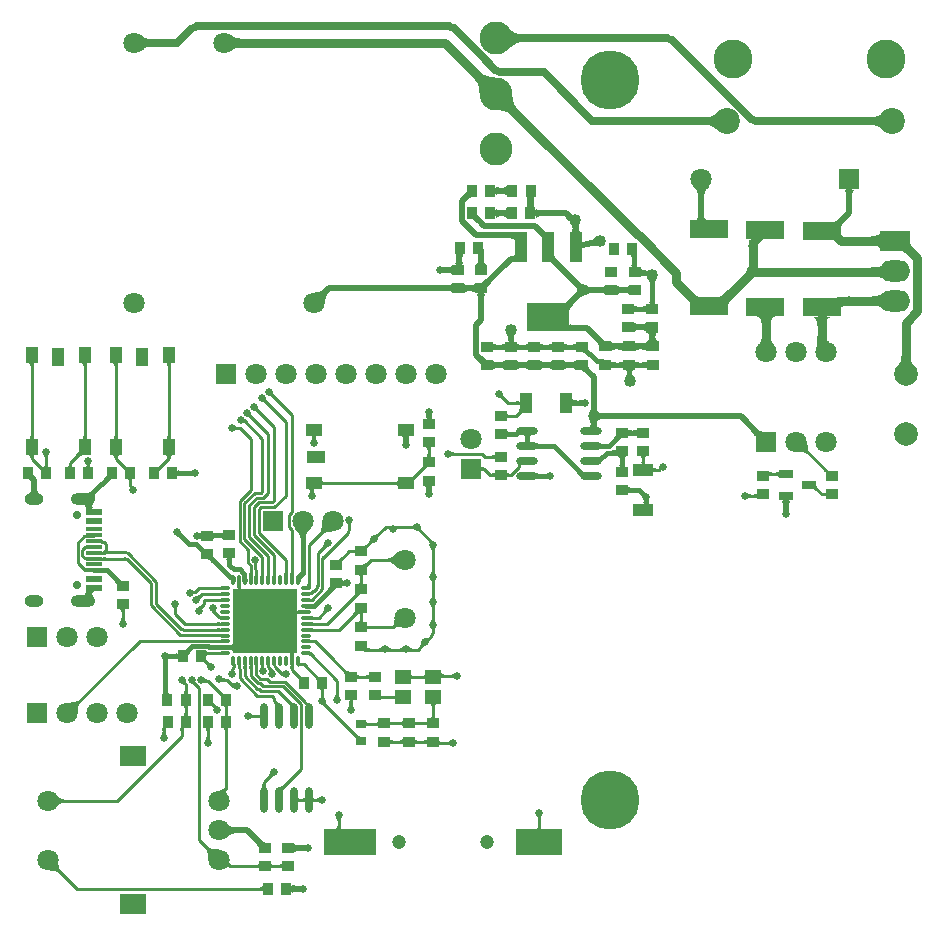
<source format=gtl>
G04*
G04 #@! TF.GenerationSoftware,Altium Limited,Altium Designer,21.3.2 (30)*
G04*
G04 Layer_Physical_Order=1*
G04 Layer_Color=255*
%FSLAX25Y25*%
%MOIN*%
G70*
G04*
G04 #@! TF.SameCoordinates,AD82394D-94CB-4E6D-8DF2-E68E24F3FF13*
G04*
G04*
G04 #@! TF.FilePolarity,Positive*
G04*
G01*
G75*
%ADD11C,0.01000*%
%ADD21R,0.03661X0.03858*%
%ADD22R,0.21654X0.21654*%
%ADD23R,0.03937X0.05512*%
%ADD24R,0.03937X0.06299*%
%ADD25R,0.17323X0.09055*%
%ADD26R,0.15748X0.09055*%
%ADD27R,0.03858X0.03661*%
%ADD28R,0.03402X0.03150*%
%ADD29R,0.04331X0.09843*%
%ADD30R,0.14173X0.09213*%
%ADD31O,0.01102X0.03543*%
%ADD32O,0.03543X0.01102*%
%ADD33R,0.05512X0.03937*%
%ADD34R,0.06299X0.03937*%
%ADD35R,0.05512X0.04724*%
%ADD36R,0.04331X0.06693*%
%ADD37O,0.07343X0.02480*%
%ADD38R,0.05709X0.02362*%
%ADD39R,0.05709X0.01181*%
%ADD40R,0.06693X0.04331*%
%ADD41R,0.12598X0.06496*%
%ADD42R,0.08661X0.07087*%
%ADD43O,0.02398X0.08679*%
%ADD44R,0.04921X0.02756*%
%ADD83C,0.03000*%
%ADD84C,0.02000*%
%ADD85C,0.02500*%
%ADD86C,0.01500*%
%ADD87C,0.07087*%
%ADD88R,0.07087X0.07087*%
%ADD89C,0.04724*%
%ADD90C,0.19685*%
%ADD91C,0.12992*%
%ADD92C,0.08661*%
%ADD93C,0.11024*%
%ADD94C,0.02756*%
%ADD95O,0.06299X0.03937*%
%ADD96O,0.08268X0.03937*%
%ADD97R,0.07087X0.07087*%
%ADD98R,0.10236X0.07087*%
%ADD99O,0.10236X0.07087*%
%ADD100C,0.07874*%
%ADD101C,0.02500*%
%ADD102C,0.04000*%
G36*
X166444Y302863D02*
X167437Y302028D01*
X167922Y301689D01*
X168399Y301402D01*
X168869Y301167D01*
X169332Y300985D01*
X169787Y300854D01*
X170235Y300776D01*
X170675Y300750D01*
Y298250D01*
X170235Y298224D01*
X169787Y298146D01*
X169332Y298015D01*
X168869Y297833D01*
X168399Y297598D01*
X167922Y297311D01*
X167437Y296972D01*
X166944Y296581D01*
X166444Y296137D01*
X165936Y295642D01*
Y303358D01*
X166444Y302863D01*
D02*
G37*
G36*
X74175Y300276D02*
X74394Y300109D01*
X74630Y299962D01*
X74884Y299835D01*
X75156Y299727D01*
X75446Y299639D01*
X75753Y299570D01*
X76078Y299521D01*
X76420Y299492D01*
X76780Y299482D01*
Y296482D01*
X76420Y296472D01*
X76078Y296443D01*
X75753Y296393D01*
X75446Y296325D01*
X75156Y296237D01*
X74884Y296129D01*
X74630Y296001D01*
X74394Y295854D01*
X74175Y295688D01*
X73974Y295501D01*
Y300462D01*
X74175Y300276D01*
D02*
G37*
G36*
X44221Y300228D02*
X44477Y300019D01*
X44743Y299835D01*
X45019Y299675D01*
X45305Y299539D01*
X45601Y299429D01*
X45907Y299342D01*
X46223Y299281D01*
X46549Y299244D01*
X46885Y299232D01*
Y296732D01*
X46549Y296720D01*
X46223Y296683D01*
X45907Y296621D01*
X45601Y296535D01*
X45305Y296424D01*
X45019Y296289D01*
X44743Y296129D01*
X44477Y295944D01*
X44221Y295735D01*
X43974Y295501D01*
Y300462D01*
X44221Y300228D01*
D02*
G37*
G36*
X157238Y287879D02*
X157621Y287596D01*
X158037Y287347D01*
X158485Y287132D01*
X158966Y286951D01*
X159480Y286805D01*
X160026Y286692D01*
X160605Y286613D01*
X161216Y286569D01*
X161860Y286558D01*
X156404Y281102D01*
X156393Y281746D01*
X156349Y282358D01*
X156270Y282936D01*
X156158Y283483D01*
X156011Y283996D01*
X155830Y284477D01*
X155615Y284926D01*
X155366Y285341D01*
X155083Y285724D01*
X154766Y286075D01*
X156887Y288196D01*
X157238Y287879D01*
D02*
G37*
G36*
X167437Y280348D02*
X167482Y279736D01*
X167560Y279157D01*
X167673Y278611D01*
X167820Y278097D01*
X168001Y277616D01*
X168216Y277168D01*
X168465Y276752D01*
X168748Y276369D01*
X169065Y276019D01*
X166944Y273897D01*
X166593Y274215D01*
X166210Y274498D01*
X165794Y274746D01*
X165346Y274961D01*
X164865Y275142D01*
X164351Y275289D01*
X163805Y275402D01*
X163226Y275480D01*
X162615Y275525D01*
X161970Y275535D01*
X167427Y280992D01*
X167437Y280348D01*
D02*
G37*
G36*
X290910Y268907D02*
X290559Y269245D01*
X290205Y269548D01*
X289848Y269815D01*
X289488Y270047D01*
X289124Y270243D01*
X288757Y270403D01*
X288387Y270528D01*
X288014Y270617D01*
X287638Y270671D01*
X287258Y270689D01*
Y273188D01*
X287638Y273206D01*
X288014Y273260D01*
X288387Y273349D01*
X288757Y273474D01*
X289124Y273634D01*
X289488Y273830D01*
X289848Y274061D01*
X290205Y274329D01*
X290559Y274632D01*
X290910Y274970D01*
Y268907D01*
D02*
G37*
G36*
X235792D02*
X235441Y269245D01*
X235087Y269548D01*
X234730Y269815D01*
X234370Y270047D01*
X234006Y270243D01*
X233639Y270403D01*
X233269Y270528D01*
X232896Y270617D01*
X232520Y270671D01*
X232140Y270689D01*
Y273188D01*
X232520Y273206D01*
X232896Y273260D01*
X233269Y273349D01*
X233639Y273474D01*
X234006Y273634D01*
X234370Y273830D01*
X234730Y274061D01*
X235087Y274329D01*
X235441Y274632D01*
X235792Y274970D01*
Y268907D01*
D02*
G37*
G36*
X165605Y246761D02*
X165585Y246935D01*
X165525Y247091D01*
X165426Y247228D01*
X165286Y247347D01*
X165105Y247448D01*
X164885Y247530D01*
X164626Y247594D01*
X164325Y247640D01*
X163986Y247668D01*
X163716Y247674D01*
X163446Y247668D01*
X163106Y247640D01*
X162806Y247594D01*
X162546Y247530D01*
X162326Y247447D01*
X162146Y247346D01*
X162006Y247226D01*
X161906Y247088D01*
X161846Y246932D01*
X161826Y246758D01*
Y250592D01*
X161846Y250418D01*
X161906Y250262D01*
X162006Y250125D01*
X162146Y250006D01*
X162326Y249905D01*
X162546Y249823D01*
X162806Y249759D01*
X163106Y249713D01*
X163446Y249686D01*
X163715Y249679D01*
X163986Y249686D01*
X164325Y249713D01*
X164626Y249759D01*
X164885Y249824D01*
X165105Y249906D01*
X165286Y250008D01*
X165426Y250127D01*
X165525Y250265D01*
X165585Y250421D01*
X165605Y250596D01*
Y246761D01*
D02*
G37*
G36*
X232514Y249678D02*
X232262Y249385D01*
X232040Y249091D01*
X231848Y248794D01*
X231685Y248495D01*
X231552Y248195D01*
X231448Y247893D01*
X231374Y247589D01*
X231330Y247283D01*
X231315Y246975D01*
X229315D01*
X229300Y247283D01*
X229256Y247589D01*
X229182Y247893D01*
X229078Y248195D01*
X228945Y248495D01*
X228782Y248794D01*
X228590Y249091D01*
X228368Y249385D01*
X228116Y249678D01*
X227835Y249970D01*
X232795D01*
X232514Y249678D01*
D02*
G37*
G36*
X281495Y248949D02*
X281325Y248889D01*
X281175Y248789D01*
X281045Y248649D01*
X280935Y248469D01*
X280845Y248249D01*
X280775Y247989D01*
X280725Y247689D01*
X280695Y247349D01*
X280685Y246969D01*
X278685D01*
X278675Y247349D01*
X278645Y247689D01*
X278595Y247989D01*
X278525Y248249D01*
X278435Y248469D01*
X278325Y248649D01*
X278195Y248789D01*
X278045Y248889D01*
X277875Y248949D01*
X277685Y248969D01*
X281685D01*
X281495Y248949D01*
D02*
G37*
G36*
X154954Y246769D02*
X154799Y246882D01*
X154616Y246937D01*
X154405Y246936D01*
X154165Y246878D01*
X153896Y246763D01*
X153599Y246593D01*
X153273Y246365D01*
X152919Y246081D01*
X152125Y245343D01*
X150711Y246758D01*
X151108Y247169D01*
X151733Y247906D01*
X151960Y248231D01*
X152131Y248528D01*
X152245Y248797D01*
X152303Y249037D01*
X152304Y249249D01*
X152249Y249431D01*
X152137Y249586D01*
X154954Y246769D01*
D02*
G37*
G36*
X175143Y246742D02*
X174997Y246681D01*
X174868Y246582D01*
X174756Y246442D01*
X174662Y246262D01*
X174584Y246041D01*
X174524Y245781D01*
X174481Y245481D01*
X174456Y245142D01*
X174451Y244919D01*
X174455Y244712D01*
X174517Y244072D01*
X174572Y243812D01*
X174642Y243592D01*
X174727Y243412D01*
X174829Y243272D01*
X174945Y243172D01*
X175078Y243112D01*
X175226Y243092D01*
X171588D01*
X171751Y243112D01*
X171897Y243172D01*
X172026Y243272D01*
X172138Y243412D01*
X172232Y243592D01*
X172310Y243812D01*
X172370Y244072D01*
X172413Y244372D01*
X172439Y244712D01*
X172443Y244935D01*
X172439Y245142D01*
X172377Y245781D01*
X172322Y246041D01*
X172252Y246262D01*
X172167Y246442D01*
X172066Y246582D01*
X171949Y246681D01*
X171816Y246742D01*
X171669Y246761D01*
X175306D01*
X175143Y246742D01*
D02*
G37*
G36*
X165525Y239258D02*
X165505Y239432D01*
X165445Y239588D01*
X165345Y239725D01*
X165205Y239844D01*
X165025Y239945D01*
X164805Y240028D01*
X164545Y240092D01*
X164245Y240138D01*
X163905Y240165D01*
X163675Y240171D01*
X163446Y240165D01*
X163106Y240138D01*
X162806Y240092D01*
X162546Y240028D01*
X162326Y239945D01*
X162146Y239844D01*
X162006Y239725D01*
X161906Y239588D01*
X161846Y239432D01*
X161826Y239258D01*
Y243092D01*
X161846Y242917D01*
X161906Y242762D01*
X162006Y242624D01*
X162146Y242505D01*
X162326Y242404D01*
X162546Y242321D01*
X162806Y242257D01*
X163106Y242211D01*
X163446Y242184D01*
X163675Y242178D01*
X163905Y242184D01*
X164245Y242211D01*
X164545Y242257D01*
X164805Y242321D01*
X165025Y242404D01*
X165205Y242505D01*
X165345Y242624D01*
X165445Y242762D01*
X165505Y242917D01*
X165525Y243092D01*
Y239258D01*
D02*
G37*
G36*
X175246Y242917D02*
X175306Y242762D01*
X175406Y242624D01*
X175546Y242505D01*
X175726Y242404D01*
X175946Y242321D01*
X176206Y242257D01*
X176506Y242211D01*
X176846Y242184D01*
X177226Y242175D01*
Y240175D01*
X176846Y240165D01*
X176506Y240138D01*
X176206Y240092D01*
X175946Y240028D01*
X175726Y239945D01*
X175546Y239844D01*
X175406Y239725D01*
X175306Y239588D01*
X175246Y239432D01*
X175226Y239258D01*
Y243092D01*
X175246Y242917D01*
D02*
G37*
G36*
X231325Y240612D02*
X231355Y240272D01*
X231405Y239972D01*
X231475Y239712D01*
X231565Y239492D01*
X231675Y239312D01*
X231805Y239172D01*
X231955Y239072D01*
X232125Y239012D01*
X232315Y238992D01*
X228315D01*
X228505Y239012D01*
X228675Y239072D01*
X228825Y239172D01*
X228955Y239312D01*
X229065Y239492D01*
X229155Y239712D01*
X229225Y239972D01*
X229275Y240272D01*
X229305Y240612D01*
X229315Y240992D01*
X231315D01*
X231325Y240612D01*
D02*
G37*
G36*
X186600Y241266D02*
X186898Y241023D01*
X187040Y240929D01*
X187177Y240852D01*
X187311Y240794D01*
X187439Y240754D01*
X187564Y240733D01*
X187684Y240729D01*
X187800Y240743D01*
X186235Y238421D01*
X186211Y238516D01*
X186173Y238618D01*
X186120Y238727D01*
X186054Y238842D01*
X185972Y238964D01*
X185768Y239229D01*
X185644Y239371D01*
X185354Y239676D01*
X186445Y241414D01*
X186600Y241266D01*
D02*
G37*
G36*
X278201Y238492D02*
X277805Y238082D01*
X277183Y237346D01*
X276957Y237021D01*
X276787Y236724D01*
X276674Y236455D01*
X276618Y236215D01*
Y236003D01*
X276674Y235819D01*
X276787Y235664D01*
X276102Y236349D01*
X275051Y235255D01*
X273550Y236756D01*
X273588Y236777D01*
X273666Y236841D01*
X273945Y237095D01*
X274656Y237794D01*
X273959Y238492D01*
X274114Y238379D01*
X274298Y238322D01*
X274510D01*
X274751Y238379D01*
X275019Y238492D01*
X275316Y238662D01*
X275642Y238888D01*
X275995Y239171D01*
X276787Y239906D01*
X278201Y238492D01*
D02*
G37*
G36*
X155639Y241932D02*
X155583Y241748D01*
X155585Y241537D01*
X155642Y241297D01*
X155757Y241028D01*
X155928Y240731D01*
X156155Y240406D01*
X156439Y240051D01*
X157177Y239258D01*
X155763Y237843D01*
X155351Y238241D01*
X154615Y238865D01*
X154289Y239093D01*
X153992Y239264D01*
X153723Y239378D01*
X153483Y239436D01*
X153272Y239437D01*
X153089Y239382D01*
X152934Y239269D01*
X155751Y242086D01*
X155639Y241932D01*
D02*
G37*
G36*
X189742Y237493D02*
X189691Y237392D01*
X189646Y237276D01*
X189607Y237146D01*
X189574Y237001D01*
X189547Y236842D01*
X189511Y236481D01*
X189508Y236421D01*
X189509Y236394D01*
X189539Y236052D01*
X189589Y235751D01*
X189659Y235489D01*
X189749Y235268D01*
X189859Y235087D01*
X189989Y234946D01*
X190139Y234845D01*
X190309Y234785D01*
X190499Y234765D01*
X186499D01*
X186689Y234785D01*
X186859Y234845D01*
X187009Y234946D01*
X187139Y235087D01*
X187249Y235268D01*
X187339Y235489D01*
X187409Y235751D01*
X187459Y236052D01*
X187470Y236176D01*
X187457Y236309D01*
X187424Y236478D01*
X187382Y236631D01*
X187330Y236768D01*
X187269Y236890D01*
X187199Y236997D01*
X187119Y237088D01*
X187030Y237163D01*
X189799Y237579D01*
X189742Y237493D01*
D02*
G37*
G36*
X177702Y235794D02*
X178439Y235169D01*
X178764Y234942D01*
X179061Y234771D01*
X179330Y234656D01*
X179570Y234599D01*
X179781Y234597D01*
X179964Y234653D01*
X180119Y234765D01*
X177303Y231948D01*
X177415Y232103D01*
X177470Y232286D01*
X177469Y232497D01*
X177411Y232737D01*
X177297Y233006D01*
X177126Y233303D01*
X176898Y233629D01*
X176614Y233983D01*
X175876Y234777D01*
X177291Y236191D01*
X177702Y235794D01*
D02*
G37*
G36*
X168236Y234777D02*
X168247Y231789D01*
X168227Y231979D01*
X168166Y232149D01*
X168065Y232299D01*
X167924Y232429D01*
X167743Y232539D01*
X167521Y232629D01*
X167260Y232699D01*
X166958Y232749D01*
X166617Y232779D01*
X166235Y232789D01*
Y234789D01*
X168236Y234777D01*
D02*
G37*
G36*
X250412Y232256D02*
X250252Y232195D01*
X250094Y232095D01*
X249935Y231955D01*
X249778Y231774D01*
X249621Y231553D01*
X249465Y231293D01*
X249309Y230992D01*
X249000Y230269D01*
X246000D01*
X246138Y230650D01*
X246320Y231293D01*
X246364Y231553D01*
X246377Y231774D01*
X246358Y231955D01*
X246308Y232095D01*
X246226Y232195D01*
X246113Y232256D01*
X245968Y232276D01*
X250572D01*
X250412Y232256D01*
D02*
G37*
G36*
X195503Y230245D02*
X195401Y230297D01*
X195287Y230338D01*
X195162Y230367D01*
X195024Y230385D01*
X194874Y230392D01*
X194713Y230387D01*
X194539Y230370D01*
X194354Y230343D01*
X193947Y230254D01*
X193443Y232189D01*
X193650Y232247D01*
X194017Y232376D01*
X194176Y232446D01*
X194320Y232521D01*
X194447Y232599D01*
X194559Y232682D01*
X194654Y232769D01*
X194734Y232860D01*
X194797Y232955D01*
X195503Y230245D01*
D02*
G37*
G36*
X289906Y229000D02*
X289876Y229285D01*
X289785Y229540D01*
X289635Y229765D01*
X289424Y229960D01*
X289153Y230125D01*
X288822Y230260D01*
X288430Y230365D01*
X287978Y230440D01*
X287466Y230485D01*
X286894Y230500D01*
Y233500D01*
X287466Y233515D01*
X287978Y233560D01*
X288430Y233635D01*
X288822Y233740D01*
X289153Y233875D01*
X289424Y234040D01*
X289635Y234235D01*
X289785Y234460D01*
X289876Y234715D01*
X289906Y235000D01*
Y229000D01*
D02*
G37*
G36*
X299938Y232461D02*
X299854Y232187D01*
X299855Y231871D01*
X299941Y231512D01*
X300111Y231111D01*
X300365Y230667D01*
X300704Y230181D01*
X301127Y229653D01*
X302227Y228469D01*
X300106Y226347D01*
X299493Y226940D01*
X298393Y227871D01*
X297907Y228210D01*
X297464Y228464D01*
X297063Y228634D01*
X296704Y228719D01*
X296388Y228720D01*
X296114Y228637D01*
X295882Y228469D01*
X300106Y232693D01*
X299938Y232461D01*
D02*
G37*
G36*
X209155Y227242D02*
X209058Y227198D01*
X208973Y227122D01*
X208899Y227017D01*
X208836Y226883D01*
X208785Y226717D01*
X208745Y226522D01*
X208717Y226297D01*
X208700Y226043D01*
X208694Y225758D01*
X207194D01*
X207186Y226043D01*
X207164Y226297D01*
X207126Y226522D01*
X207074Y226717D01*
X207006Y226883D01*
X206924Y227017D01*
X206826Y227122D01*
X206714Y227198D01*
X206586Y227242D01*
X206444Y227257D01*
X209263D01*
X209155Y227242D01*
D02*
G37*
G36*
X168236Y224958D02*
X168221Y224956D01*
X168179Y224954D01*
X166814Y224946D01*
Y226946D01*
X167086Y226950D01*
X167544Y226984D01*
X167730Y227014D01*
X167888Y227052D01*
X168017Y227098D01*
X168118Y227153D01*
X168190Y227216D01*
X168233Y227288D01*
X168247Y227368D01*
X168236Y224958D01*
D02*
G37*
G36*
X151504Y227749D02*
X151334Y227688D01*
X151184Y227587D01*
X151054Y227446D01*
X150944Y227265D01*
X150854Y227044D01*
X150784Y226782D01*
X150734Y226481D01*
X150704Y226139D01*
X150697Y225890D01*
X150701Y225707D01*
X150754Y225067D01*
X150801Y224807D01*
X150861Y224587D01*
X150934Y224407D01*
X151021Y224267D01*
X151121Y224167D01*
X151234Y224107D01*
X151361Y224087D01*
X147694Y224075D01*
X147884Y224096D01*
X148054Y224157D01*
X148204Y224257D01*
X148334Y224399D01*
X148444Y224580D01*
X148534Y224801D01*
X148604Y225062D01*
X148654Y225364D01*
X148684Y225705D01*
X148691Y225967D01*
X148688Y226137D01*
X148643Y226778D01*
X148603Y227038D01*
X148552Y227257D01*
X148489Y227437D01*
X148415Y227577D01*
X148330Y227677D01*
X148233Y227737D01*
X148125Y227758D01*
X151694Y227769D01*
X151504Y227749D01*
D02*
G37*
G36*
X157953Y225676D02*
X157981Y225336D01*
X158026Y225036D01*
X158091Y224776D01*
X158173Y224556D01*
X158274Y224376D01*
X158393Y224236D01*
X158531Y224136D01*
X158687Y224076D01*
X158861Y224056D01*
X155027D01*
X155201Y224076D01*
X155357Y224136D01*
X155494Y224236D01*
X155614Y224376D01*
X155715Y224556D01*
X155797Y224776D01*
X155861Y225036D01*
X155907Y225336D01*
X155935Y225676D01*
X155944Y226056D01*
X157944D01*
X157953Y225676D01*
D02*
G37*
G36*
X181484Y227631D02*
X181428Y227447D01*
Y227235D01*
X181484Y226995D01*
X181597Y226726D01*
X181767Y226429D01*
X181993Y226104D01*
X182276Y225750D01*
X183011Y224958D01*
X181597Y223544D01*
X181187Y223940D01*
X180452Y224562D01*
X180127Y224788D01*
X179830Y224958D01*
X179561Y225071D01*
X179320Y225128D01*
X179108D01*
X178924Y225071D01*
X178769Y224958D01*
X181597Y227787D01*
X181484Y227631D01*
D02*
G37*
G36*
X208701Y224676D02*
X208724Y224419D01*
X208761Y224193D01*
X208814Y223996D01*
X208881Y223830D01*
X208964Y223694D01*
X209061Y223588D01*
X209174Y223512D01*
X209301Y223466D01*
X209444Y223451D01*
X206527Y223463D01*
X206653Y223478D01*
X206767Y223523D01*
X206867Y223598D01*
X206954Y223703D01*
X207027Y223838D01*
X207087Y224003D01*
X207134Y224198D01*
X207167Y224423D01*
X207187Y224678D01*
X207194Y224963D01*
X208694D01*
X208701Y224676D01*
D02*
G37*
G36*
X147527Y220450D02*
X147507Y220605D01*
X147447Y220744D01*
X147347Y220867D01*
X147207Y220974D01*
X147027Y221064D01*
X146807Y221137D01*
X146547Y221195D01*
X146247Y221236D01*
X145907Y221260D01*
X145527Y221268D01*
Y223268D01*
X145907Y223277D01*
X146547Y223342D01*
X146807Y223399D01*
X147027Y223473D01*
X147207Y223563D01*
X147347Y223670D01*
X147447Y223792D01*
X147507Y223932D01*
X147527Y224087D01*
Y220450D01*
D02*
G37*
G36*
X210376Y222695D02*
X210421Y222567D01*
X210496Y222455D01*
X210601Y222357D01*
X210736Y222275D01*
X210901Y222207D01*
X211096Y222155D01*
X211321Y222117D01*
X211576Y222095D01*
X211861Y222087D01*
Y220587D01*
X211576Y220580D01*
X211321Y220557D01*
X211096Y220520D01*
X210901Y220467D01*
X210736Y220400D01*
X210601Y220317D01*
X210496Y220220D01*
X210421Y220107D01*
X210376Y219980D01*
X210361Y219837D01*
Y222837D01*
X210376Y222695D01*
D02*
G37*
G36*
X291454Y219050D02*
X291185Y219248D01*
X290886Y219425D01*
X290559Y219582D01*
X290201Y219717D01*
X289815Y219832D01*
X289399Y219926D01*
X288953Y219999D01*
X288478Y220051D01*
X287440Y220093D01*
X287067Y223093D01*
X287840Y223108D01*
X289134Y223227D01*
X289656Y223331D01*
X290094Y223466D01*
X290448Y223630D01*
X290718Y223823D01*
X290904Y224047D01*
X291007Y224300D01*
X291026Y224584D01*
X291454Y219050D01*
D02*
G37*
G36*
X160275Y217993D02*
X159878Y217582D01*
X159253Y216845D01*
X159026Y216520D01*
X158855Y216223D01*
X158741Y215954D01*
X158683Y215714D01*
X158682Y215502D01*
X158737Y215319D01*
X158849Y215165D01*
X156033Y217981D01*
X156187Y217869D01*
X156370Y217814D01*
X156582Y217815D01*
X156822Y217873D01*
X157090Y217987D01*
X157387Y218158D01*
X157713Y218386D01*
X158067Y218670D01*
X158861Y219408D01*
X160275Y217993D01*
D02*
G37*
G36*
X215277Y218941D02*
X215166Y218803D01*
X215069Y218658D01*
X214984Y218506D01*
X214913Y218347D01*
X214854Y218181D01*
X214809Y218007D01*
X214776Y217827D01*
X214756Y217640D01*
X214750Y217446D01*
X213250D01*
X213244Y217640D01*
X213224Y217827D01*
X213192Y218007D01*
X213146Y218181D01*
X213088Y218347D01*
X213016Y218506D01*
X212931Y218658D01*
X212834Y218803D01*
X212723Y218941D01*
X212600Y219072D01*
X215400D01*
X215277Y218941D01*
D02*
G37*
G36*
X189763Y218212D02*
X190060Y217961D01*
X190201Y217859D01*
X190338Y217773D01*
X190470Y217703D01*
X190598Y217649D01*
X190721Y217610D01*
X190840Y217588D01*
X190954Y217581D01*
X188975Y215601D01*
X188968Y215715D01*
X188945Y215834D01*
X188907Y215957D01*
X188852Y216085D01*
X188782Y216217D01*
X188696Y216354D01*
X188594Y216496D01*
X188477Y216642D01*
X188194Y216947D01*
X189608Y218361D01*
X189763Y218212D01*
D02*
G37*
G36*
X147527Y214387D02*
X147507Y214542D01*
X147447Y214681D01*
X147347Y214804D01*
X147207Y214911D01*
X147027Y215001D01*
X146807Y215074D01*
X146547Y215132D01*
X146247Y215173D01*
X145907Y215197D01*
X145527Y215205D01*
Y217205D01*
X145907Y217214D01*
X146547Y217279D01*
X146807Y217336D01*
X147027Y217410D01*
X147207Y217500D01*
X147347Y217606D01*
X147447Y217729D01*
X147507Y217868D01*
X147527Y218024D01*
Y214387D01*
D02*
G37*
G36*
X192488Y216905D02*
X192588Y216837D01*
X192703Y216777D01*
X192832Y216725D01*
X192975Y216681D01*
X193132Y216645D01*
X193304Y216617D01*
X193491Y216597D01*
X193907Y216581D01*
Y214581D01*
X193691Y214577D01*
X193304Y214545D01*
X193132Y214517D01*
X192975Y214481D01*
X192832Y214437D01*
X192703Y214385D01*
X192588Y214325D01*
X192488Y214257D01*
X192403Y214181D01*
Y216981D01*
X192488Y216905D01*
D02*
G37*
G36*
X206527Y213762D02*
X206507Y213918D01*
X206447Y214057D01*
X206347Y214180D01*
X206207Y214286D01*
X206027Y214376D01*
X205807Y214450D01*
X205547Y214507D01*
X205247Y214548D01*
X204907Y214573D01*
X204527Y214581D01*
Y216581D01*
X204907Y216589D01*
X205547Y216655D01*
X205807Y216712D01*
X206027Y216786D01*
X206207Y216876D01*
X206347Y216982D01*
X206447Y217105D01*
X206507Y217244D01*
X206527Y217400D01*
Y213762D01*
D02*
G37*
G36*
X202381Y217244D02*
X202441Y217105D01*
X202541Y216982D01*
X202681Y216876D01*
X202861Y216786D01*
X203081Y216712D01*
X203341Y216655D01*
X203641Y216614D01*
X203981Y216589D01*
X204361Y216581D01*
Y214581D01*
X203981Y214573D01*
X203341Y214507D01*
X203081Y214450D01*
X202861Y214376D01*
X202681Y214286D01*
X202541Y214180D01*
X202441Y214057D01*
X202381Y213918D01*
X202361Y213762D01*
Y217400D01*
X202381Y217244D01*
D02*
G37*
G36*
X198527Y213762D02*
X198507Y213918D01*
X198447Y214057D01*
X198347Y214180D01*
X198207Y214286D01*
X198027Y214376D01*
X197807Y214450D01*
X197547Y214507D01*
X197247Y214548D01*
X196907Y214573D01*
X196527Y214581D01*
Y216581D01*
X196907Y216589D01*
X197547Y216655D01*
X197807Y216712D01*
X198027Y216786D01*
X198207Y216876D01*
X198347Y216982D01*
X198447Y217105D01*
X198507Y217244D01*
X198527Y217400D01*
Y213762D01*
D02*
G37*
G36*
X241408Y213480D02*
X240815Y212865D01*
X239881Y211762D01*
X239542Y211274D01*
X239287Y210828D01*
X239118Y210425D01*
X239033Y210065D01*
Y209747D01*
X239118Y209471D01*
X239287Y209238D01*
X235045Y213480D01*
X235278Y213310D01*
X235554Y213226D01*
X235872D01*
X236232Y213310D01*
X236636Y213480D01*
X237081Y213735D01*
X237569Y214074D01*
X238099Y214498D01*
X239287Y215601D01*
X241408Y213480D01*
D02*
G37*
G36*
X190989Y213581D02*
X190876Y213572D01*
X190758Y213548D01*
X190635Y213508D01*
X190508Y213453D01*
X190376Y213381D01*
X190240Y213295D01*
X190098Y213192D01*
X189953Y213074D01*
X189647Y212791D01*
X188205Y214177D01*
X188354Y214331D01*
X188604Y214628D01*
X188705Y214770D01*
X188790Y214907D01*
X188859Y215040D01*
X188912Y215168D01*
X188949Y215292D01*
X188970Y215411D01*
X188975Y215526D01*
X190989Y213581D01*
D02*
G37*
G36*
X151381Y217866D02*
X151441Y217724D01*
X151541Y217599D01*
X151681Y217490D01*
X151861Y217399D01*
X152081Y217323D01*
X152341Y217265D01*
X152641Y217223D01*
X152981Y217198D01*
X153197Y217194D01*
X153407Y217198D01*
X154047Y217262D01*
X154307Y217319D01*
X154527Y217391D01*
X154707Y217479D01*
X154847Y217584D01*
X154947Y217704D01*
X155007Y217841D01*
X155027Y217993D01*
Y214356D01*
X158861D01*
X158687Y214336D01*
X158531Y214276D01*
X158393Y214176D01*
X158274Y214036D01*
X158173Y213856D01*
X158091Y213636D01*
X158026Y213376D01*
X157981Y213076D01*
X157953Y212736D01*
X157944Y212356D01*
X155944D01*
X155935Y212736D01*
X155907Y213076D01*
X155861Y213376D01*
X155797Y213636D01*
X155715Y213856D01*
X155614Y214036D01*
X155494Y214176D01*
X155357Y214276D01*
X155201Y214336D01*
X155027Y214356D01*
X155007Y214514D01*
X154947Y214656D01*
X154847Y214781D01*
X154707Y214890D01*
X154527Y214982D01*
X154307Y215057D01*
X154047Y215115D01*
X153747Y215157D01*
X153407Y215182D01*
X153191Y215186D01*
X152981Y215182D01*
X152341Y215118D01*
X152081Y215061D01*
X151861Y214989D01*
X151681Y214901D01*
X151541Y214796D01*
X151441Y214676D01*
X151381Y214539D01*
X151361Y214387D01*
Y218024D01*
X151381Y217866D01*
D02*
G37*
G36*
X106058Y214567D02*
X105851Y214339D01*
X105666Y214091D01*
X105503Y213824D01*
X105363Y213537D01*
X105244Y213230D01*
X105148Y212904D01*
X105075Y212558D01*
X105023Y212193D01*
X104994Y211808D01*
X104987Y211403D01*
X101479Y214911D01*
X101884Y214918D01*
X102269Y214947D01*
X102635Y214998D01*
X102981Y215072D01*
X103307Y215168D01*
X103613Y215286D01*
X103901Y215427D01*
X104168Y215589D01*
X104416Y215774D01*
X104644Y215982D01*
X106058Y214567D01*
D02*
G37*
G36*
X214757Y212326D02*
X214780Y212069D01*
X214818Y211842D01*
X214870Y211646D01*
X214937Y211479D01*
X215020Y211343D01*
X215118Y211237D01*
X215230Y211162D01*
X215357Y211116D01*
X215500Y211101D01*
X212500D01*
X212643Y211116D01*
X212770Y211162D01*
X212882Y211237D01*
X212980Y211343D01*
X213063Y211479D01*
X213130Y211646D01*
X213182Y211842D01*
X213220Y212069D01*
X213243Y212326D01*
X213250Y212613D01*
X214750D01*
X214757Y212326D01*
D02*
G37*
G36*
X187933Y211076D02*
X187537Y210666D01*
X186915Y209930D01*
X186688Y209605D01*
X186519Y209308D01*
X186405Y209039D01*
X186349Y208799D01*
Y208587D01*
X186405Y208403D01*
X186519Y208247D01*
X183690Y211076D01*
X183846Y210963D01*
X184029Y210906D01*
X184242D01*
X184482Y210963D01*
X184751Y211076D01*
X185048Y211246D01*
X185373Y211472D01*
X185726Y211755D01*
X186519Y212490D01*
X187933Y211076D01*
D02*
G37*
G36*
X227328Y215007D02*
X228431Y214074D01*
X228919Y213735D01*
X229364Y213480D01*
X229767Y213310D01*
X230128Y213226D01*
X230446D01*
X230722Y213310D01*
X230955Y213480D01*
X226713Y209238D01*
X226883Y209471D01*
X226967Y209747D01*
Y210065D01*
X226883Y210425D01*
X226713Y210828D01*
X226458Y211274D01*
X226119Y211762D01*
X225695Y212292D01*
X224591Y213480D01*
X226713Y215601D01*
X227328Y215007D01*
D02*
G37*
G36*
X291414Y209050D02*
X291054Y209325D01*
X290680Y209572D01*
X290291Y209789D01*
X289889Y209978D01*
X289473Y210137D01*
X289043Y210268D01*
X288599Y210369D01*
X288141Y210442D01*
X287669Y210486D01*
X287183Y210500D01*
Y213500D01*
X287669Y213514D01*
X288141Y213558D01*
X288599Y213631D01*
X289043Y213732D01*
X289473Y213863D01*
X289889Y214022D01*
X290291Y214211D01*
X290680Y214428D01*
X291054Y214675D01*
X291414Y214950D01*
Y209050D01*
D02*
G37*
G36*
X279787Y210500D02*
X279216Y210485D01*
X278704Y210440D01*
X278253Y210365D01*
X277862Y210260D01*
X277531Y210125D01*
X277259Y209960D01*
X277048Y209765D01*
X276897Y209540D01*
X276806Y209285D01*
X276775Y209000D01*
X276787Y212980D01*
X279787Y213500D01*
Y210500D01*
D02*
G37*
G36*
X212039Y207795D02*
X212024Y207937D01*
X211979Y208065D01*
X211903Y208177D01*
X211797Y208275D01*
X211661Y208357D01*
X211495Y208425D01*
X211298Y208477D01*
X211072Y208515D01*
X210815Y208537D01*
X210527Y208545D01*
Y210045D01*
X210815Y210052D01*
X211072Y210075D01*
X211298Y210112D01*
X211495Y210165D01*
X211661Y210232D01*
X211797Y210315D01*
X211903Y210412D01*
X211979Y210525D01*
X212024Y210652D01*
X212039Y210795D01*
Y207795D01*
D02*
G37*
G36*
X207988Y210652D02*
X208033Y210525D01*
X208108Y210412D01*
X208213Y210315D01*
X208348Y210232D01*
X208513Y210165D01*
X208708Y210112D01*
X208933Y210075D01*
X209188Y210052D01*
X209473Y210045D01*
Y208545D01*
X209188Y208537D01*
X208933Y208515D01*
X208708Y208477D01*
X208513Y208425D01*
X208348Y208357D01*
X208213Y208275D01*
X208108Y208177D01*
X208033Y208065D01*
X207988Y207937D01*
X207973Y207795D01*
Y210795D01*
X207988Y210652D01*
D02*
G37*
G36*
X254715Y206734D02*
X254460Y206644D01*
X254235Y206494D01*
X254040Y206284D01*
X253875Y206014D01*
X253740Y205684D01*
X253635Y205294D01*
X253560Y204844D01*
X253515Y204334D01*
X253500Y203764D01*
X250500D01*
X250485Y204334D01*
X250440Y204844D01*
X250365Y205294D01*
X250260Y205684D01*
X250125Y206014D01*
X249960Y206284D01*
X249765Y206494D01*
X249540Y206644D01*
X249285Y206734D01*
X249000Y206764D01*
X255000D01*
X254715Y206734D01*
D02*
G37*
G36*
X273215Y206490D02*
X272960Y206400D01*
X272735Y206249D01*
X272540Y206038D01*
X272375Y205767D01*
X272240Y205436D01*
X272135Y205044D01*
X272060Y204592D01*
X272015Y204080D01*
X272000Y203508D01*
X269000D01*
X268985Y204080D01*
X268940Y204592D01*
X268865Y205044D01*
X268760Y205436D01*
X268625Y205767D01*
X268460Y206038D01*
X268265Y206249D01*
X268040Y206400D01*
X267785Y206490D01*
X267500Y206520D01*
X273500D01*
X273215Y206490D01*
D02*
G37*
G36*
X186539Y204685D02*
X186599Y204515D01*
X186698Y204365D01*
X186838Y204235D01*
X187019Y204125D01*
X187239Y204035D01*
X187498Y203965D01*
X187799Y203915D01*
X188138Y203885D01*
X188519Y203875D01*
Y201875D01*
X186519Y201887D01*
Y204875D01*
X186539Y204685D01*
D02*
G37*
G36*
X212027Y201413D02*
X212007Y201569D01*
X211947Y201708D01*
X211847Y201831D01*
X211707Y201937D01*
X211527Y202027D01*
X211307Y202101D01*
X211047Y202158D01*
X210747Y202199D01*
X210407Y202223D01*
X210027Y202232D01*
Y204232D01*
X210407Y204240D01*
X211047Y204305D01*
X211307Y204363D01*
X211527Y204436D01*
X211707Y204526D01*
X211847Y204633D01*
X211947Y204756D01*
X212007Y204895D01*
X212027Y205050D01*
Y201413D01*
D02*
G37*
G36*
X207993Y204895D02*
X208053Y204756D01*
X208153Y204633D01*
X208293Y204526D01*
X208473Y204436D01*
X208693Y204363D01*
X208953Y204305D01*
X209253Y204264D01*
X209593Y204240D01*
X209973Y204232D01*
Y202232D01*
X209593Y202223D01*
X208953Y202158D01*
X208693Y202101D01*
X208473Y202027D01*
X208293Y201937D01*
X208153Y201830D01*
X208053Y201708D01*
X207993Y201569D01*
X207973Y201413D01*
Y205050D01*
X207993Y204895D01*
D02*
G37*
G36*
X215862Y201413D02*
X215709Y201393D01*
X215572Y201333D01*
X215451Y201233D01*
X215346Y201093D01*
X215257Y200913D01*
X215185Y200693D01*
X215128Y200433D01*
X215088Y200133D01*
X215081Y200033D01*
X215096Y199864D01*
X215146Y199562D01*
X215216Y199301D01*
X215306Y199080D01*
X215416Y198898D01*
X215546Y198758D01*
X215696Y198657D01*
X215866Y198596D01*
X216056Y198575D01*
X212250Y198587D01*
X212403Y198607D01*
X212540Y198667D01*
X212661Y198767D01*
X212766Y198907D01*
X212854Y199087D01*
X212927Y199307D01*
X212983Y199567D01*
X213023Y199867D01*
X213031Y199967D01*
X213016Y200136D01*
X212966Y200438D01*
X212896Y200699D01*
X212806Y200920D01*
X212696Y201101D01*
X212566Y201242D01*
X212416Y201343D01*
X212246Y201404D01*
X212056Y201425D01*
X215862Y201413D01*
D02*
G37*
G36*
X168113Y200605D02*
X168002Y200466D01*
X167905Y200322D01*
X167820Y200169D01*
X167749Y200010D01*
X167690Y199844D01*
X167645Y199671D01*
X167612Y199491D01*
X167611Y199479D01*
X167616Y199418D01*
X167654Y199192D01*
X167706Y198995D01*
X167774Y198829D01*
X167856Y198693D01*
X167954Y198587D01*
X168066Y198511D01*
X168194Y198466D01*
X168336Y198451D01*
X165336D01*
X165479Y198466D01*
X165606Y198511D01*
X165719Y198587D01*
X165816Y198693D01*
X165899Y198829D01*
X165966Y198995D01*
X166019Y199192D01*
X166056Y199418D01*
X166062Y199479D01*
X166060Y199491D01*
X166028Y199671D01*
X165982Y199844D01*
X165924Y200010D01*
X165852Y200169D01*
X165768Y200322D01*
X165670Y200466D01*
X165560Y200605D01*
X165436Y200735D01*
X168236D01*
X168113Y200605D01*
D02*
G37*
G36*
X253510Y199976D02*
X253539Y199634D01*
X253588Y199309D01*
X253657Y199002D01*
X253745Y198712D01*
X253853Y198441D01*
X253980Y198187D01*
X254127Y197950D01*
X254294Y197731D01*
X254480Y197530D01*
X249520D01*
X249706Y197731D01*
X249873Y197950D01*
X250020Y198187D01*
X250147Y198441D01*
X250255Y198712D01*
X250343Y199002D01*
X250412Y199309D01*
X250461Y199634D01*
X250490Y199976D01*
X250500Y200336D01*
X253500D01*
X253510Y199976D01*
D02*
G37*
G36*
X272012Y200302D02*
X272047Y199964D01*
X272106Y199656D01*
X272188Y199379D01*
X272294Y199131D01*
X272423Y198913D01*
X272576Y198726D01*
X272753Y198568D01*
X272953Y198440D01*
X273176Y198343D01*
X268698Y196284D01*
X268755Y196465D01*
X268807Y196695D01*
X268852Y196976D01*
X268924Y197686D01*
X268988Y199126D01*
X269000Y200336D01*
X272000Y200669D01*
X272012Y200302D01*
D02*
G37*
G36*
X196883Y199605D02*
X197618Y198983D01*
X197944Y198757D01*
X198241Y198587D01*
X198509Y198474D01*
X198750Y198417D01*
X198962D01*
X199146Y198474D01*
X199301Y198587D01*
X196473Y195759D01*
X196586Y195914D01*
X196643Y196098D01*
Y196310D01*
X196586Y196551D01*
X196473Y196819D01*
X196303Y197116D01*
X196077Y197442D01*
X195794Y197795D01*
X195059Y198587D01*
X196473Y200001D01*
X196883Y199605D01*
D02*
G37*
G36*
X188596Y195144D02*
X188581Y195287D01*
X188536Y195414D01*
X188460Y195527D01*
X188355Y195624D01*
X188218Y195706D01*
X188052Y195774D01*
X187856Y195826D01*
X187629Y195864D01*
X187372Y195887D01*
X187084Y195894D01*
Y197394D01*
X187372Y197401D01*
X187629Y197424D01*
X187856Y197461D01*
X188052Y197514D01*
X188218Y197582D01*
X188355Y197664D01*
X188460Y197761D01*
X188536Y197874D01*
X188581Y198002D01*
X188596Y198144D01*
Y195144D01*
D02*
G37*
G36*
X184545Y198002D02*
X184590Y197874D01*
X184665Y197761D01*
X184770Y197664D01*
X184905Y197582D01*
X185070Y197514D01*
X185265Y197461D01*
X185490Y197424D01*
X185745Y197401D01*
X186030Y197394D01*
Y195894D01*
X185745Y195887D01*
X185490Y195864D01*
X185265Y195826D01*
X185070Y195774D01*
X184905Y195706D01*
X184770Y195624D01*
X184665Y195527D01*
X184590Y195414D01*
X184545Y195287D01*
X184530Y195144D01*
Y198144D01*
X184545Y198002D01*
D02*
G37*
G36*
X180708Y195144D02*
X180693Y195287D01*
X180648Y195414D01*
X180572Y195527D01*
X180466Y195624D01*
X180330Y195706D01*
X180164Y195774D01*
X179967Y195826D01*
X179740Y195864D01*
X179483Y195887D01*
X179196Y195894D01*
Y197394D01*
X179483Y197401D01*
X179740Y197424D01*
X179967Y197461D01*
X180164Y197514D01*
X180330Y197582D01*
X180466Y197664D01*
X180572Y197761D01*
X180648Y197874D01*
X180693Y198002D01*
X180708Y198144D01*
Y195144D01*
D02*
G37*
G36*
X176657Y198002D02*
X176702Y197874D01*
X176777Y197761D01*
X176882Y197664D01*
X177017Y197582D01*
X177182Y197514D01*
X177377Y197461D01*
X177602Y197424D01*
X177857Y197401D01*
X178142Y197394D01*
Y195894D01*
X177857Y195887D01*
X177602Y195864D01*
X177377Y195826D01*
X177182Y195774D01*
X177017Y195706D01*
X176882Y195624D01*
X176777Y195527D01*
X176702Y195414D01*
X176657Y195287D01*
X176642Y195144D01*
Y198144D01*
X176657Y198002D01*
D02*
G37*
G36*
X172820Y195144D02*
X172804Y195287D01*
X172759Y195414D01*
X172684Y195527D01*
X172578Y195624D01*
X172442Y195706D01*
X172275Y195774D01*
X172079Y195826D01*
X171852Y195864D01*
X171595Y195887D01*
X171308Y195894D01*
Y197394D01*
X171595Y197401D01*
X171852Y197424D01*
X172079Y197461D01*
X172275Y197514D01*
X172442Y197582D01*
X172578Y197664D01*
X172684Y197761D01*
X172759Y197874D01*
X172804Y198002D01*
X172820Y198144D01*
Y195144D01*
D02*
G37*
G36*
X168768Y198002D02*
X168813Y197874D01*
X168888Y197761D01*
X168993Y197664D01*
X169128Y197582D01*
X169293Y197514D01*
X169488Y197461D01*
X169713Y197424D01*
X169968Y197401D01*
X170253Y197394D01*
Y195894D01*
X169968Y195887D01*
X169713Y195864D01*
X169488Y195826D01*
X169293Y195774D01*
X169128Y195706D01*
X168993Y195624D01*
X168888Y195527D01*
X168813Y195414D01*
X168768Y195287D01*
X168753Y195144D01*
Y198144D01*
X168768Y198002D01*
D02*
G37*
G36*
X164931Y195144D02*
X164916Y195287D01*
X164871Y195414D01*
X164795Y195527D01*
X164689Y195624D01*
X164553Y195706D01*
X164387Y195774D01*
X164190Y195826D01*
X163963Y195864D01*
X163707Y195887D01*
X163419Y195894D01*
Y197394D01*
X163707Y197401D01*
X163963Y197424D01*
X164190Y197461D01*
X164387Y197514D01*
X164553Y197582D01*
X164689Y197664D01*
X164795Y197761D01*
X164871Y197874D01*
X164916Y198002D01*
X164931Y198144D01*
Y195144D01*
D02*
G37*
G36*
X160880Y198002D02*
X160925Y197874D01*
X161000Y197761D01*
X161105Y197664D01*
X161240Y197582D01*
X161405Y197514D01*
X161600Y197461D01*
X161825Y197424D01*
X162080Y197401D01*
X162365Y197394D01*
Y195894D01*
X162080Y195887D01*
X161825Y195864D01*
X161600Y195826D01*
X161405Y195774D01*
X161240Y195706D01*
X161105Y195624D01*
X161000Y195527D01*
X160925Y195414D01*
X160880Y195287D01*
X160865Y195144D01*
Y198144D01*
X160880Y198002D01*
D02*
G37*
G36*
X212250Y194950D02*
X212230Y195105D01*
X212170Y195244D01*
X212070Y195367D01*
X211930Y195474D01*
X211750Y195564D01*
X211530Y195637D01*
X211270Y195695D01*
X210970Y195736D01*
X210630Y195760D01*
X210250Y195768D01*
Y197768D01*
X210630Y197777D01*
X211270Y197842D01*
X211530Y197899D01*
X211750Y197973D01*
X211930Y198063D01*
X212070Y198170D01*
X212170Y198292D01*
X212230Y198432D01*
X212250Y198587D01*
Y194950D01*
D02*
G37*
G36*
X208216Y198432D02*
X208276Y198292D01*
X208376Y198170D01*
X208516Y198063D01*
X208696Y197973D01*
X208916Y197899D01*
X209176Y197842D01*
X209476Y197801D01*
X209816Y197777D01*
X210196Y197768D01*
Y195768D01*
X209816Y195760D01*
X209176Y195695D01*
X208916Y195637D01*
X208696Y195564D01*
X208516Y195474D01*
X208376Y195367D01*
X208276Y195244D01*
X208216Y195105D01*
X208196Y194950D01*
Y198587D01*
X208216Y198432D01*
D02*
G37*
G36*
X204361Y194950D02*
X204341Y195105D01*
X204281Y195244D01*
X204181Y195367D01*
X204041Y195474D01*
X203861Y195564D01*
X203641Y195637D01*
X203381Y195695D01*
X203081Y195736D01*
X202741Y195760D01*
X202361Y195768D01*
Y197768D01*
X202741Y197777D01*
X203381Y197842D01*
X203641Y197899D01*
X203861Y197973D01*
X204041Y198063D01*
X204181Y198170D01*
X204281Y198292D01*
X204341Y198432D01*
X204361Y198587D01*
Y194950D01*
D02*
G37*
G36*
X200327Y198432D02*
X200387Y198292D01*
X200487Y198170D01*
X200627Y198063D01*
X200807Y197973D01*
X201027Y197899D01*
X201287Y197842D01*
X201587Y197801D01*
X201927Y197777D01*
X202307Y197768D01*
Y195768D01*
X201927Y195760D01*
X201287Y195695D01*
X201027Y195637D01*
X200807Y195564D01*
X200627Y195474D01*
X200487Y195367D01*
X200387Y195244D01*
X200327Y195105D01*
X200307Y194950D01*
Y198587D01*
X200327Y198432D01*
D02*
G37*
G36*
X192334Y196830D02*
X192291Y196692D01*
Y196533D01*
X192334Y196353D01*
X192419Y196151D01*
X192546Y195928D01*
X192716Y195684D01*
X192928Y195419D01*
X193479Y194825D01*
X192419Y193765D01*
X192111Y194062D01*
X191560Y194528D01*
X191316Y194698D01*
X191093Y194825D01*
X190891Y194910D01*
X190711Y194952D01*
X190552D01*
X190414Y194910D01*
X190297Y194825D01*
X192419Y196947D01*
X192334Y196830D01*
D02*
G37*
G36*
X196473Y192524D02*
Y190771D01*
X196463Y190821D01*
X196432Y190866D01*
X196382Y190906D01*
X196311Y190941D01*
X196219Y190970D01*
X196108Y190994D01*
X195976Y191012D01*
X195823Y191025D01*
X195458Y191036D01*
Y192536D01*
X196473Y192524D01*
D02*
G37*
G36*
X300013Y193118D02*
X300050Y192747D01*
X300113Y192392D01*
X300201Y192051D01*
X300314Y191725D01*
X300452Y191413D01*
X300615Y191116D01*
X300804Y190833D01*
X301017Y190565D01*
X301256Y190312D01*
X295744D01*
X295983Y190565D01*
X296196Y190833D01*
X296385Y191116D01*
X296548Y191413D01*
X296686Y191725D01*
X296799Y192051D01*
X296887Y192392D01*
X296950Y192747D01*
X296987Y193118D01*
X297000Y193502D01*
X300000D01*
X300013Y193118D01*
D02*
G37*
G36*
X53849Y191141D02*
X53764Y191111D01*
X53689Y191060D01*
X53624Y190989D01*
X53569Y190898D01*
X53524Y190787D01*
X53489Y190656D01*
X53464Y190504D01*
X53449Y190332D01*
X53444Y190139D01*
X52444D01*
X52439Y190332D01*
X52424Y190504D01*
X52399Y190656D01*
X52364Y190787D01*
X52319Y190898D01*
X52264Y190989D01*
X52199Y191060D01*
X52124Y191111D01*
X52039Y191141D01*
X51944Y191151D01*
X53944D01*
X53849Y191141D01*
D02*
G37*
G36*
X36132D02*
X36047Y191111D01*
X35972Y191060D01*
X35907Y190989D01*
X35852Y190898D01*
X35807Y190787D01*
X35772Y190656D01*
X35747Y190504D01*
X35732Y190332D01*
X35727Y190139D01*
X34727D01*
X34722Y190332D01*
X34707Y190504D01*
X34682Y190656D01*
X34647Y190787D01*
X34602Y190898D01*
X34547Y190989D01*
X34482Y191060D01*
X34407Y191111D01*
X34322Y191141D01*
X34227Y191151D01*
X36227D01*
X36132Y191141D01*
D02*
G37*
G36*
X25763D02*
X25679Y191111D01*
X25604Y191060D01*
X25539Y190989D01*
X25484Y190898D01*
X25438Y190787D01*
X25403Y190656D01*
X25379Y190504D01*
X25363Y190332D01*
X25359Y190139D01*
X24359D01*
X24353Y190332D01*
X24339Y190504D01*
X24314Y190656D01*
X24279Y190787D01*
X24234Y190898D01*
X24179Y190989D01*
X24114Y191060D01*
X24038Y191111D01*
X23954Y191141D01*
X23858Y191151D01*
X25859D01*
X25763Y191141D01*
D02*
G37*
G36*
X8047D02*
X7962Y191111D01*
X7887Y191060D01*
X7822Y190989D01*
X7767Y190898D01*
X7722Y190787D01*
X7687Y190656D01*
X7662Y190504D01*
X7647Y190332D01*
X7642Y190139D01*
X6642D01*
X6637Y190332D01*
X6622Y190504D01*
X6597Y190656D01*
X6562Y190787D01*
X6517Y190898D01*
X6462Y190989D01*
X6397Y191060D01*
X6322Y191111D01*
X6237Y191141D01*
X6142Y191151D01*
X8142D01*
X8047Y191141D01*
D02*
G37*
G36*
X157442Y193417D02*
X158179Y192792D01*
X158504Y192565D01*
X158801Y192394D01*
X159070Y192279D01*
X159310Y192222D01*
X159522Y192220D01*
X159705Y192276D01*
X159859Y192388D01*
X157043Y189571D01*
X157155Y189726D01*
X157210Y189909D01*
X157209Y190120D01*
X157151Y190360D01*
X157037Y190629D01*
X156866Y190926D01*
X156638Y191252D01*
X156354Y191606D01*
X155616Y192400D01*
X157031Y193814D01*
X157442Y193417D01*
D02*
G37*
G36*
X212250Y189205D02*
X212235Y189348D01*
X212190Y189475D01*
X212115Y189588D01*
X212010Y189685D01*
X211875Y189768D01*
X211710Y189835D01*
X211515Y189888D01*
X211290Y189925D01*
X211035Y189948D01*
X210750Y189955D01*
Y191455D01*
X211035Y191463D01*
X211290Y191485D01*
X211515Y191523D01*
X211710Y191575D01*
X211875Y191643D01*
X212010Y191725D01*
X212115Y191823D01*
X212190Y191935D01*
X212235Y192063D01*
X212250Y192205D01*
Y189205D01*
D02*
G37*
G36*
X208199Y192063D02*
X208244Y191935D01*
X208320Y191823D01*
X208426Y191725D01*
X208562Y191643D01*
X208728Y191575D01*
X208925Y191523D01*
X209151Y191485D01*
X209408Y191463D01*
X209696Y191455D01*
Y189955D01*
X209408Y189948D01*
X209151Y189925D01*
X208925Y189888D01*
X208728Y189835D01*
X208562Y189768D01*
X208426Y189685D01*
X208320Y189588D01*
X208244Y189475D01*
X208199Y189348D01*
X208184Y189205D01*
Y192205D01*
X208199Y192063D01*
D02*
G37*
G36*
X204361Y189205D02*
X204346Y189348D01*
X204301Y189475D01*
X204226Y189588D01*
X204121Y189685D01*
X203986Y189768D01*
X203821Y189835D01*
X203626Y189888D01*
X203401Y189925D01*
X203146Y189948D01*
X202861Y189955D01*
Y191455D01*
X203146Y191463D01*
X203401Y191485D01*
X203626Y191523D01*
X203821Y191575D01*
X203986Y191643D01*
X204121Y191725D01*
X204226Y191823D01*
X204301Y191935D01*
X204346Y192063D01*
X204361Y192205D01*
Y189205D01*
D02*
G37*
G36*
X200310Y192063D02*
X200356Y191935D01*
X200431Y191823D01*
X200537Y191725D01*
X200673Y191643D01*
X200840Y191575D01*
X201036Y191523D01*
X201263Y191485D01*
X201520Y191463D01*
X201807Y191455D01*
Y189955D01*
X201520Y189948D01*
X201263Y189925D01*
X201036Y189888D01*
X200840Y189835D01*
X200673Y189768D01*
X200537Y189685D01*
X200431Y189588D01*
X200356Y189475D01*
X200310Y189348D01*
X200295Y189205D01*
Y192205D01*
X200310Y192063D01*
D02*
G37*
G36*
X188584Y188762D02*
X188565Y188918D01*
X188505Y189057D01*
X188405Y189180D01*
X188265Y189286D01*
X188084Y189376D01*
X187864Y189450D01*
X187604Y189507D01*
X187304Y189548D01*
X186964Y189573D01*
X186584Y189581D01*
Y191581D01*
X186964Y191589D01*
X187604Y191655D01*
X187864Y191712D01*
X188084Y191786D01*
X188265Y191876D01*
X188405Y191982D01*
X188505Y192105D01*
X188565Y192244D01*
X188584Y192400D01*
Y188762D01*
D02*
G37*
G36*
X184550Y192244D02*
X184610Y192105D01*
X184710Y191982D01*
X184850Y191876D01*
X185030Y191786D01*
X185250Y191712D01*
X185510Y191655D01*
X185810Y191614D01*
X186150Y191589D01*
X186530Y191581D01*
Y189581D01*
X186150Y189573D01*
X185510Y189507D01*
X185250Y189450D01*
X185030Y189376D01*
X184850Y189286D01*
X184710Y189180D01*
X184610Y189057D01*
X184550Y188918D01*
X184530Y188762D01*
Y192400D01*
X184550Y192244D01*
D02*
G37*
G36*
X180696Y188762D02*
X180676Y188918D01*
X180616Y189057D01*
X180516Y189180D01*
X180376Y189286D01*
X180196Y189376D01*
X179976Y189450D01*
X179716Y189507D01*
X179416Y189548D01*
X179076Y189573D01*
X178696Y189581D01*
Y191581D01*
X179076Y191589D01*
X179716Y191655D01*
X179976Y191712D01*
X180196Y191786D01*
X180376Y191876D01*
X180516Y191982D01*
X180616Y192105D01*
X180676Y192244D01*
X180696Y192400D01*
Y188762D01*
D02*
G37*
G36*
X176662Y192244D02*
X176722Y192105D01*
X176822Y191982D01*
X176962Y191876D01*
X177142Y191786D01*
X177362Y191712D01*
X177622Y191655D01*
X177922Y191614D01*
X178262Y191589D01*
X178642Y191581D01*
Y189581D01*
X178262Y189573D01*
X177622Y189507D01*
X177362Y189450D01*
X177142Y189376D01*
X176962Y189286D01*
X176822Y189180D01*
X176722Y189057D01*
X176662Y188918D01*
X176642Y188762D01*
Y192400D01*
X176662Y192244D01*
D02*
G37*
G36*
X172808Y188762D02*
X172788Y188918D01*
X172728Y189057D01*
X172628Y189180D01*
X172488Y189286D01*
X172308Y189376D01*
X172088Y189450D01*
X171828Y189507D01*
X171528Y189548D01*
X171188Y189573D01*
X170808Y189581D01*
Y191581D01*
X171188Y191589D01*
X171828Y191655D01*
X172088Y191712D01*
X172308Y191786D01*
X172488Y191876D01*
X172628Y191982D01*
X172728Y192105D01*
X172788Y192244D01*
X172808Y192400D01*
Y188762D01*
D02*
G37*
G36*
X168773Y192244D02*
X168833Y192105D01*
X168933Y191982D01*
X169073Y191876D01*
X169253Y191786D01*
X169473Y191712D01*
X169733Y191655D01*
X170033Y191614D01*
X170373Y191589D01*
X170753Y191581D01*
Y189581D01*
X170373Y189573D01*
X169733Y189507D01*
X169473Y189450D01*
X169253Y189376D01*
X169073Y189286D01*
X168933Y189180D01*
X168833Y189057D01*
X168773Y188918D01*
X168753Y188762D01*
Y192400D01*
X168773Y192244D01*
D02*
G37*
G36*
X164919Y188762D02*
X164899Y188918D01*
X164839Y189057D01*
X164739Y189180D01*
X164599Y189286D01*
X164419Y189376D01*
X164199Y189450D01*
X163939Y189507D01*
X163639Y189548D01*
X163299Y189573D01*
X162919Y189581D01*
Y191581D01*
X163299Y191589D01*
X163939Y191655D01*
X164199Y191712D01*
X164419Y191786D01*
X164599Y191876D01*
X164739Y191982D01*
X164839Y192105D01*
X164899Y192244D01*
X164919Y192400D01*
Y188762D01*
D02*
G37*
G36*
X160885Y192244D02*
X160945Y192105D01*
X161045Y191982D01*
X161185Y191876D01*
X161365Y191786D01*
X161585Y191712D01*
X161845Y191655D01*
X162145Y191614D01*
X162485Y191589D01*
X162865Y191581D01*
Y189581D01*
X162485Y189573D01*
X161845Y189507D01*
X161585Y189450D01*
X161365Y189376D01*
X161185Y189286D01*
X161045Y189180D01*
X160945Y189057D01*
X160885Y188918D01*
X160865Y188762D01*
Y192400D01*
X160885Y192244D01*
D02*
G37*
G36*
X192290Y191342D02*
X192232Y191163D01*
X192230Y190954D01*
X192287Y190715D01*
X192401Y190447D01*
X192572Y190149D01*
X192801Y189822D01*
X193087Y189466D01*
X193833Y188664D01*
X192320Y187348D01*
X191914Y187741D01*
X191183Y188360D01*
X190858Y188586D01*
X190562Y188756D01*
X190293Y188871D01*
X190051Y188930D01*
X189837Y188934D01*
X189651Y188882D01*
X189492Y188774D01*
X192407Y191492D01*
X192290Y191342D01*
D02*
G37*
G36*
X207733Y188884D02*
X207608Y188838D01*
X207499Y188763D01*
X207407Y188657D01*
X207331Y188521D01*
X207272Y188355D01*
X207230Y188159D01*
X207212Y188002D01*
X207234Y187910D01*
X207288Y187739D01*
X207355Y187576D01*
X207435Y187421D01*
X207527Y187274D01*
X207632Y187134D01*
X207749Y187002D01*
X207879Y186878D01*
X205083Y186732D01*
X205200Y186870D01*
X205303Y187013D01*
X205393Y187163D01*
X205469Y187319D01*
X205532Y187482D01*
X205582Y187651D01*
X205619Y187826D01*
X205636Y187960D01*
X205592Y188159D01*
X205530Y188355D01*
X205453Y188521D01*
X205364Y188657D01*
X205261Y188763D01*
X205144Y188838D01*
X205014Y188884D01*
X204871Y188899D01*
X207875D01*
X207733Y188884D01*
D02*
G37*
G36*
X87401Y181531D02*
X87414Y181429D01*
X87436Y181327D01*
X87467Y181228D01*
X87506Y181130D01*
X87555Y181033D01*
X87613Y180938D01*
X87681Y180844D01*
X87757Y180752D01*
X87842Y180661D01*
X87135Y179954D01*
X87044Y180039D01*
X86952Y180116D01*
X86859Y180183D01*
X86763Y180241D01*
X86667Y180290D01*
X86568Y180330D01*
X86469Y180360D01*
X86368Y180382D01*
X86265Y180395D01*
X86161Y180398D01*
X87398Y181636D01*
X87401Y181531D01*
D02*
G37*
G36*
X164253Y180883D02*
X164266Y180780D01*
X164288Y180679D01*
X164319Y180580D01*
X164358Y180481D01*
X164407Y180385D01*
X164465Y180289D01*
X164532Y180196D01*
X164609Y180104D01*
X164694Y180013D01*
X163987Y179306D01*
X163896Y179391D01*
X163804Y179468D01*
X163710Y179535D01*
X163615Y179593D01*
X163519Y179642D01*
X163420Y179682D01*
X163321Y179712D01*
X163219Y179734D01*
X163117Y179747D01*
X163013Y179750D01*
X164250Y180988D01*
X164253Y180883D01*
D02*
G37*
G36*
X85210Y179339D02*
X85222Y179237D01*
X85244Y179135D01*
X85274Y179036D01*
X85314Y178937D01*
X85363Y178841D01*
X85421Y178746D01*
X85488Y178652D01*
X85565Y178560D01*
X85650Y178469D01*
X84943Y177762D01*
X84852Y177847D01*
X84760Y177924D01*
X84667Y177991D01*
X84571Y178049D01*
X84475Y178098D01*
X84377Y178138D01*
X84277Y178168D01*
X84176Y178190D01*
X84073Y178203D01*
X83969Y178206D01*
X85206Y179444D01*
X85210Y179339D01*
D02*
G37*
G36*
X190607Y177125D02*
X190577Y177149D01*
X190534Y177170D01*
X190479Y177189D01*
X190411Y177205D01*
X190332Y177219D01*
X190136Y177239D01*
X189891Y177249D01*
X189750Y177250D01*
Y178750D01*
X189891Y178751D01*
X190332Y178781D01*
X190411Y178795D01*
X190479Y178811D01*
X190534Y178830D01*
X190577Y178851D01*
X190607Y178875D01*
Y177125D01*
D02*
G37*
G36*
X169666Y177000D02*
X169655Y177095D01*
X169625Y177180D01*
X169574Y177255D01*
X169504Y177320D01*
X169413Y177375D01*
X169301Y177420D01*
X169170Y177455D01*
X169018Y177480D01*
X168846Y177495D01*
X168654Y177500D01*
Y178500D01*
X168846Y178505D01*
X169018Y178520D01*
X169170Y178545D01*
X169301Y178580D01*
X169413Y178625D01*
X169504Y178680D01*
X169574Y178745D01*
X169625Y178820D01*
X169655Y178905D01*
X169666Y179000D01*
Y177000D01*
D02*
G37*
G36*
X187350Y179358D02*
X187395Y179230D01*
X187470Y179118D01*
X187576Y179020D01*
X187713Y178937D01*
X187879Y178870D01*
X188075Y178817D01*
X188302Y178780D01*
X188559Y178758D01*
X188847Y178750D01*
Y177250D01*
X188559Y177243D01*
X188302Y177220D01*
X188075Y177182D01*
X187879Y177130D01*
X187713Y177062D01*
X187576Y176980D01*
X187470Y176883D01*
X187395Y176770D01*
X187350Y176643D01*
X187335Y176500D01*
Y179500D01*
X187350Y179358D01*
D02*
G37*
G36*
X82424Y176553D02*
X82436Y176451D01*
X82458Y176349D01*
X82489Y176250D01*
X82528Y176151D01*
X82577Y176055D01*
X82635Y175960D01*
X82702Y175866D01*
X82779Y175774D01*
X82864Y175683D01*
X82157Y174976D01*
X82066Y175061D01*
X81974Y175138D01*
X81880Y175205D01*
X81785Y175263D01*
X81689Y175312D01*
X81590Y175352D01*
X81491Y175382D01*
X81390Y175404D01*
X81287Y175417D01*
X81183Y175420D01*
X82420Y176658D01*
X82424Y176553D01*
D02*
G37*
G36*
X195504Y176217D02*
X195536Y175830D01*
X195564Y175658D01*
X195600Y175500D01*
X195644Y175357D01*
X195696Y175228D01*
X195756Y175114D01*
X195824Y175014D01*
X195900Y174928D01*
X193100D01*
X193176Y175014D01*
X193244Y175114D01*
X193304Y175228D01*
X193356Y175357D01*
X193400Y175500D01*
X193436Y175658D01*
X193464Y175830D01*
X193484Y176016D01*
X193500Y176432D01*
X195500D01*
X195504Y176217D01*
D02*
G37*
G36*
X171068Y174678D02*
X170991Y174733D01*
X170900Y174760D01*
X170794Y174759D01*
X170675Y174729D01*
X170540Y174672D01*
X170392Y174585D01*
X170229Y174471D01*
X170051Y174328D01*
X169653Y173958D01*
X168946Y174666D01*
X169146Y174872D01*
X169459Y175241D01*
X169573Y175404D01*
X169659Y175552D01*
X169717Y175687D01*
X169747Y175806D01*
X169748Y175912D01*
X169721Y176003D01*
X169666Y176080D01*
X171068Y174678D01*
D02*
G37*
G36*
X140257Y174107D02*
X140375D01*
X140351Y174077D01*
X140330Y174034D01*
X140311Y173979D01*
X140295Y173911D01*
X140281Y173832D01*
X140281Y173831D01*
X140317Y173611D01*
X140370Y173414D01*
X140437Y173248D01*
X140520Y173112D01*
X140618Y173006D01*
X140730Y172930D01*
X140858Y172885D01*
X141000Y172870D01*
X138000D01*
X138143Y172885D01*
X138270Y172930D01*
X138382Y173006D01*
X138480Y173112D01*
X138563Y173248D01*
X138630Y173414D01*
X138682Y173611D01*
X138719Y173830D01*
X138719Y173832D01*
X138705Y173911D01*
X138689Y173979D01*
X138670Y174034D01*
X138649Y174077D01*
X138625Y174107D01*
X138743D01*
X138750Y174382D01*
X140250D01*
X140257Y174107D01*
D02*
G37*
G36*
X80231Y174361D02*
X80244Y174258D01*
X80266Y174157D01*
X80296Y174058D01*
X80336Y173959D01*
X80385Y173863D01*
X80443Y173768D01*
X80510Y173674D01*
X80587Y173582D01*
X80672Y173491D01*
X79965Y172784D01*
X79874Y172869D01*
X79782Y172946D01*
X79689Y173013D01*
X79593Y173071D01*
X79497Y173120D01*
X79399Y173160D01*
X79299Y173190D01*
X79198Y173212D01*
X79095Y173225D01*
X78991Y173228D01*
X80228Y174466D01*
X80231Y174361D01*
D02*
G37*
G36*
X165427Y174468D02*
X165457Y174383D01*
X165507Y174308D01*
X165577Y174243D01*
X165667Y174188D01*
X165777Y174143D01*
X165907Y174108D01*
X166057Y174083D01*
X166227Y174068D01*
X166417Y174063D01*
Y173063D01*
X166227Y173058D01*
X166057Y173043D01*
X165907Y173018D01*
X165777Y172983D01*
X165667Y172938D01*
X165577Y172883D01*
X165507Y172818D01*
X165457Y172743D01*
X165427Y172658D01*
X165417Y172563D01*
Y174563D01*
X165427Y174468D01*
D02*
G37*
G36*
X196014Y174824D02*
X196114Y174756D01*
X196228Y174696D01*
X196357Y174644D01*
X196500Y174600D01*
X196658Y174564D01*
X196830Y174536D01*
X197016Y174516D01*
X197432Y174500D01*
Y172500D01*
X197217Y172496D01*
X196830Y172464D01*
X196658Y172436D01*
X196500Y172400D01*
X196357Y172356D01*
X196228Y172304D01*
X196114Y172244D01*
X196014Y172176D01*
X195928Y172100D01*
Y174900D01*
X196014Y174824D01*
D02*
G37*
G36*
X78899Y171884D02*
X78336Y171033D01*
X78242Y171121D01*
X78150Y171195D01*
X78060Y171255D01*
X77974Y171300D01*
X77889Y171330D01*
X77807Y171346D01*
X77728Y171347D01*
X77652Y171334D01*
X77578Y171307D01*
X77506Y171264D01*
X77871Y172906D01*
X78899Y171884D01*
D02*
G37*
G36*
X195824Y171986D02*
X195756Y171886D01*
X195696Y171772D01*
X195644Y171643D01*
X195600Y171500D01*
X195564Y171342D01*
X195536Y171170D01*
X195529Y171107D01*
X195540Y170981D01*
X195590Y170665D01*
X195659Y170389D01*
X195749Y170155D01*
X195858Y169963D01*
X195988Y169812D01*
X196137Y169703D01*
X196306Y169634D01*
X196495Y169608D01*
X192500Y169727D01*
X192690Y169741D01*
X192860Y169798D01*
X193010Y169895D01*
X193140Y170034D01*
X193250Y170215D01*
X193340Y170437D01*
X193410Y170700D01*
X193460Y171005D01*
X193469Y171109D01*
X193464Y171170D01*
X193436Y171342D01*
X193400Y171500D01*
X193356Y171643D01*
X193304Y171772D01*
X193244Y171886D01*
X193176Y171986D01*
X193100Y172072D01*
X195900D01*
X195824Y171986D01*
D02*
G37*
G36*
X74969Y170304D02*
X75050Y170240D01*
X75137Y170184D01*
X75230Y170135D01*
X75327Y170094D01*
X75430Y170060D01*
X75538Y170034D01*
X75652Y170015D01*
X75771Y170004D01*
X75896Y170000D01*
Y169000D01*
X75771Y168996D01*
X75652Y168985D01*
X75538Y168966D01*
X75430Y168940D01*
X75327Y168906D01*
X75230Y168865D01*
X75137Y168816D01*
X75050Y168760D01*
X74969Y168696D01*
X74893Y168625D01*
Y170375D01*
X74969Y170304D01*
D02*
G37*
G36*
X209083Y166500D02*
X209068Y166642D01*
X209023Y166770D01*
X208948Y166883D01*
X208843Y166980D01*
X208708Y167062D01*
X208543Y167130D01*
X208348Y167183D01*
X208123Y167220D01*
X207868Y167243D01*
X207583Y167250D01*
Y168750D01*
X207868Y168757D01*
X208123Y168780D01*
X208348Y168817D01*
X208543Y168870D01*
X208708Y168938D01*
X208843Y169020D01*
X208948Y169117D01*
X209023Y169230D01*
X209068Y169358D01*
X209083Y169500D01*
Y166500D01*
D02*
G37*
G36*
X205932Y169358D02*
X205977Y169230D01*
X206052Y169117D01*
X206157Y169020D01*
X206292Y168938D01*
X206457Y168870D01*
X206652Y168817D01*
X206877Y168780D01*
X207132Y168757D01*
X207417Y168750D01*
Y167250D01*
X207132Y167243D01*
X206877Y167220D01*
X206652Y167183D01*
X206457Y167130D01*
X206292Y167062D01*
X206157Y166980D01*
X206052Y166883D01*
X205977Y166770D01*
X205932Y166642D01*
X205917Y166500D01*
Y169500D01*
X205932Y169358D01*
D02*
G37*
G36*
X204285Y166193D02*
X204166Y166273D01*
X204026Y166312D01*
X203865Y166308D01*
X203684Y166264D01*
X203482Y166177D01*
X203260Y166049D01*
X203017Y165879D01*
X202753Y165668D01*
X202164Y165121D01*
X201022Y166101D01*
X201324Y166413D01*
X201798Y166971D01*
X201970Y167216D01*
X202099Y167439D01*
X202185Y167640D01*
X202227Y167819D01*
X202226Y167976D01*
X202182Y168110D01*
X202095Y168222D01*
X204285Y166193D01*
D02*
G37*
G36*
X165432Y168858D02*
X165477Y168730D01*
X165552Y168617D01*
X165657Y168520D01*
X165792Y168438D01*
X165957Y168370D01*
X166152Y168317D01*
X166377Y168280D01*
X166632Y168257D01*
X166917Y168250D01*
Y166750D01*
X166632Y166743D01*
X166377Y166720D01*
X166152Y166683D01*
X165957Y166630D01*
X165792Y166562D01*
X165657Y166480D01*
X165552Y166383D01*
X165477Y166270D01*
X165432Y166142D01*
X165417Y166000D01*
Y169000D01*
X165432Y168858D01*
D02*
G37*
G36*
X53449Y166726D02*
X53464Y166554D01*
X53489Y166402D01*
X53524Y166271D01*
X53569Y166160D01*
X53624Y166068D01*
X53689Y165998D01*
X53764Y165947D01*
X53849Y165917D01*
X53944Y165907D01*
X51944D01*
X52039Y165917D01*
X52124Y165947D01*
X52199Y165998D01*
X52264Y166068D01*
X52319Y166160D01*
X52364Y166271D01*
X52399Y166402D01*
X52424Y166554D01*
X52439Y166726D01*
X52444Y166919D01*
X53444D01*
X53449Y166726D01*
D02*
G37*
G36*
X35732D02*
X35747Y166554D01*
X35772Y166402D01*
X35807Y166271D01*
X35852Y166160D01*
X35907Y166068D01*
X35972Y165998D01*
X36047Y165947D01*
X36132Y165917D01*
X36227Y165907D01*
X34227D01*
X34322Y165917D01*
X34407Y165947D01*
X34482Y165998D01*
X34547Y166068D01*
X34602Y166160D01*
X34647Y166271D01*
X34682Y166402D01*
X34707Y166554D01*
X34722Y166726D01*
X34727Y166919D01*
X35727D01*
X35732Y166726D01*
D02*
G37*
G36*
X25363D02*
X25379Y166554D01*
X25403Y166402D01*
X25438Y166271D01*
X25484Y166160D01*
X25539Y166068D01*
X25604Y165998D01*
X25679Y165947D01*
X25763Y165917D01*
X25859Y165907D01*
X23858D01*
X23954Y165917D01*
X24038Y165947D01*
X24114Y165998D01*
X24179Y166068D01*
X24234Y166160D01*
X24279Y166271D01*
X24314Y166402D01*
X24339Y166554D01*
X24353Y166726D01*
X24359Y166919D01*
X25359D01*
X25363Y166726D01*
D02*
G37*
G36*
X7647D02*
X7662Y166554D01*
X7687Y166402D01*
X7722Y166271D01*
X7767Y166160D01*
X7822Y166068D01*
X7887Y165998D01*
X7962Y165947D01*
X8047Y165917D01*
X8142Y165907D01*
X6142D01*
X6237Y165917D01*
X6322Y165947D01*
X6397Y165998D01*
X6462Y166068D01*
X6517Y166160D01*
X6562Y166271D01*
X6597Y166402D01*
X6622Y166554D01*
X6637Y166726D01*
X6642Y166919D01*
X7642D01*
X7647Y166726D01*
D02*
G37*
G36*
X248880Y169548D02*
X249617Y168924D01*
X249942Y168696D01*
X250239Y168525D01*
X250508Y168411D01*
X250748Y168353D01*
X250960Y168352D01*
X251143Y168407D01*
X251297Y168519D01*
X248481Y165703D01*
X248593Y165857D01*
X248648Y166040D01*
X248647Y166252D01*
X248589Y166492D01*
X248475Y166761D01*
X248304Y167058D01*
X248076Y167383D01*
X247792Y167737D01*
X247055Y168531D01*
X248469Y169946D01*
X248880Y169548D01*
D02*
G37*
G36*
X102051Y166903D02*
X101966Y166873D01*
X101891Y166822D01*
X101826Y166752D01*
X101771Y166660D01*
X101726Y166549D01*
X101691Y166418D01*
X101666Y166267D01*
X101679Y166184D01*
X101706Y166076D01*
X101739Y165973D01*
X101781Y165875D01*
X101829Y165783D01*
X101886Y165696D01*
X101950Y165615D01*
X102021Y165538D01*
X100271D01*
X100342Y165615D01*
X100406Y165696D01*
X100462Y165783D01*
X100511Y165875D01*
X100552Y165973D01*
X100586Y166076D01*
X100612Y166184D01*
X100626Y166267D01*
X100601Y166418D01*
X100566Y166549D01*
X100521Y166660D01*
X100466Y166752D01*
X100401Y166822D01*
X100326Y166873D01*
X100241Y166903D01*
X100146Y166913D01*
X102146D01*
X102051Y166903D01*
D02*
G37*
G36*
X133212Y166898D02*
X133084Y166853D01*
X132972Y166777D01*
X132874Y166672D01*
X132792Y166535D01*
X132724Y166369D01*
X132672Y166173D01*
X132634Y165946D01*
X132612Y165689D01*
X132609Y165588D01*
X132635Y165201D01*
X132649Y165121D01*
X132666Y165054D01*
X132684Y164999D01*
X132705Y164956D01*
X132729Y164925D01*
X130979D01*
X131003Y164956D01*
X131024Y164999D01*
X131043Y165054D01*
X131059Y165121D01*
X131073Y165201D01*
X131093Y165397D01*
X131100Y165567D01*
X131097Y165689D01*
X131074Y165946D01*
X131037Y166173D01*
X130984Y166369D01*
X130917Y166535D01*
X130834Y166672D01*
X130737Y166777D01*
X130624Y166853D01*
X130497Y166898D01*
X130354Y166913D01*
X133354D01*
X133212Y166898D01*
D02*
G37*
G36*
X173796Y167258D02*
X173669Y167213D01*
X173556Y167137D01*
X173459Y167031D01*
X173377Y166895D01*
X173309Y166729D01*
X173257Y166532D01*
X173219Y166306D01*
X173196Y166049D01*
X173195Y166000D01*
X173196Y165952D01*
X173219Y165694D01*
X173257Y165468D01*
X173309Y165271D01*
X173377Y165105D01*
X173459Y164969D01*
X173556Y164863D01*
X173669Y164787D01*
X173796Y164742D01*
X173939Y164727D01*
X170939D01*
X171081Y164742D01*
X171209Y164787D01*
X171321Y164863D01*
X171419Y164969D01*
X171502Y165105D01*
X171569Y165271D01*
X171622Y165468D01*
X171659Y165694D01*
X171681Y165952D01*
X171683Y166000D01*
X171681Y166049D01*
X171659Y166306D01*
X171622Y166532D01*
X171569Y166729D01*
X171502Y166895D01*
X171419Y167031D01*
X171321Y167137D01*
X171209Y167213D01*
X171081Y167258D01*
X170939Y167273D01*
X173939D01*
X173796Y167258D01*
D02*
G37*
G36*
X196706Y164512D02*
X196820Y164457D01*
X196955Y164408D01*
X197110Y164366D01*
X197285Y164331D01*
X197480Y164302D01*
X197932Y164263D01*
X198465Y164250D01*
Y162750D01*
X198188Y162747D01*
X197480Y162698D01*
X197285Y162669D01*
X197110Y162634D01*
X196955Y162592D01*
X196820Y162543D01*
X196706Y162488D01*
X196611Y162427D01*
Y164573D01*
X196706Y164512D01*
D02*
G37*
G36*
X175584D02*
X175698Y164457D01*
X175833Y164408D01*
X175988Y164366D01*
X176163Y164331D01*
X176358Y164302D01*
X176810Y164263D01*
X177343Y164250D01*
Y162750D01*
X177066Y162747D01*
X176358Y162698D01*
X176163Y162669D01*
X175988Y162634D01*
X175833Y162592D01*
X175698Y162543D01*
X175584Y162488D01*
X175489Y162427D01*
Y164573D01*
X175584Y164512D01*
D02*
G37*
G36*
X140405Y163183D02*
X140320Y163153D01*
X140245Y163102D01*
X140180Y163031D01*
X140125Y162940D01*
X140080Y162829D01*
X140045Y162697D01*
X140020Y162546D01*
X140005Y162374D01*
X140000Y162181D01*
X139000D01*
X138995Y162374D01*
X138980Y162546D01*
X138955Y162697D01*
X138920Y162829D01*
X138875Y162940D01*
X138820Y163031D01*
X138755Y163102D01*
X138680Y163153D01*
X138595Y163183D01*
X138500Y163193D01*
X140500D01*
X140405Y163183D01*
D02*
G37*
G36*
X265581Y164694D02*
X265786Y163285D01*
X265877Y162900D01*
X265980Y162557D01*
X266093Y162256D01*
X266218Y161998D01*
X266354Y161782D01*
X266501Y161608D01*
X265851Y160843D01*
X265660Y161006D01*
X265432Y161146D01*
X265168Y161265D01*
X264869Y161361D01*
X264534Y161435D01*
X264163Y161486D01*
X263756Y161516D01*
X263313Y161523D01*
X262319Y161471D01*
X265535Y165249D01*
X265581Y164694D01*
D02*
G37*
G36*
X23874Y160443D02*
X23817Y160518D01*
X23741Y160560D01*
X23647Y160570D01*
X23533Y160547D01*
X23401Y160492D01*
X23250Y160403D01*
X23081Y160282D01*
X22893Y160129D01*
X22460Y159724D01*
X21841Y160520D01*
X22088Y160773D01*
X22642Y161432D01*
X22765Y161617D01*
X22857Y161785D01*
X22917Y161936D01*
X22947Y162070D01*
X22946Y162187D01*
X22914Y162287D01*
X23874Y160443D01*
D02*
G37*
G36*
X146969Y161804D02*
X147050Y161740D01*
X147137Y161684D01*
X147230Y161635D01*
X147327Y161594D01*
X147430Y161560D01*
X147538Y161534D01*
X147652Y161515D01*
X147771Y161504D01*
X147896Y161500D01*
Y160500D01*
X147771Y160496D01*
X147652Y160485D01*
X147538Y160466D01*
X147430Y160440D01*
X147327Y160406D01*
X147230Y160365D01*
X147137Y160316D01*
X147050Y160260D01*
X146969Y160196D01*
X146893Y160125D01*
Y161875D01*
X146969Y161804D01*
D02*
G37*
G36*
X202083Y160118D02*
X202068Y160219D01*
X202023Y160310D01*
X201948Y160389D01*
X201843Y160459D01*
X201708Y160517D01*
X201543Y160565D01*
X201348Y160602D01*
X201123Y160629D01*
X200868Y160645D01*
X200583Y160650D01*
Y162150D01*
X200870Y162157D01*
X201126Y162180D01*
X201353Y162217D01*
X201549Y162270D01*
X201715Y162338D01*
X201851Y162420D01*
X201957Y162517D01*
X202033Y162630D01*
X202079Y162758D01*
X202095Y162900D01*
X202083Y160118D01*
D02*
G37*
G36*
X140005Y160720D02*
X140020Y160548D01*
X140045Y160396D01*
X140080Y160265D01*
X140125Y160153D01*
X140180Y160062D01*
X140245Y159992D01*
X140320Y159941D01*
X140405Y159911D01*
X140500Y159900D01*
X138500D01*
X138595Y159911D01*
X138680Y159941D01*
X138755Y159992D01*
X138820Y160062D01*
X138875Y160153D01*
X138920Y160265D01*
X138955Y160396D01*
X138980Y160548D01*
X138995Y160720D01*
X139000Y160912D01*
X140000D01*
X140005Y160720D01*
D02*
G37*
G36*
X198271Y159718D02*
X198078Y159520D01*
X197611Y158986D01*
X197494Y158827D01*
X197395Y158678D01*
X197315Y158539D01*
X197254Y158409D01*
X197212Y158289D01*
X197189Y158179D01*
X195109Y159727D01*
X195239Y159657D01*
X195386Y159626D01*
X195551Y159634D01*
X195734Y159680D01*
X195935Y159766D01*
X196154Y159891D01*
X196391Y160054D01*
X196646Y160257D01*
X196919Y160498D01*
X197210Y160779D01*
X198271Y159718D01*
D02*
G37*
G36*
X12804Y160531D02*
X12740Y160450D01*
X12684Y160363D01*
X12635Y160270D01*
X12594Y160173D01*
X12560Y160070D01*
X12534Y159961D01*
X12515Y159848D01*
X12504Y159729D01*
X12500Y159604D01*
X11500D01*
X11496Y159729D01*
X11485Y159848D01*
X11466Y159961D01*
X11440Y160070D01*
X11406Y160173D01*
X11365Y160270D01*
X11316Y160363D01*
X11260Y160450D01*
X11196Y160531D01*
X11125Y160607D01*
X12875D01*
X12804Y160531D01*
D02*
G37*
G36*
X53838Y160433D02*
X53755Y160403D01*
X53683Y160353D01*
X53619Y160283D01*
X53566Y160193D01*
X53522Y160083D01*
X53488Y159953D01*
X53463Y159803D01*
X53449Y159634D01*
X53444Y159444D01*
X52444D01*
X52439Y159634D01*
X52424Y159803D01*
X52400Y159953D01*
X52366Y160083D01*
X52322Y160193D01*
X52269Y160283D01*
X52205Y160353D01*
X52132Y160403D01*
X52049Y160433D01*
X51957Y160443D01*
X53931D01*
X53838Y160433D01*
D02*
G37*
G36*
X36132Y160433D02*
X36047Y160402D01*
X35972Y160352D01*
X35907Y160281D01*
X35852Y160190D01*
X35807Y160078D01*
X35772Y159947D01*
X35747Y159795D01*
X35732Y159623D01*
X35727Y159431D01*
X34727D01*
X34722Y159623D01*
X34707Y159795D01*
X34682Y159947D01*
X34647Y160078D01*
X34602Y160190D01*
X34547Y160281D01*
X34482Y160352D01*
X34407Y160402D01*
X34322Y160433D01*
X34227Y160443D01*
X36227D01*
X36132Y160433D01*
D02*
G37*
G36*
X8047D02*
X7962Y160402D01*
X7887Y160352D01*
X7822Y160281D01*
X7767Y160190D01*
X7722Y160078D01*
X7687Y159947D01*
X7662Y159795D01*
X7647Y159623D01*
X7642Y159431D01*
X6642D01*
X6637Y159623D01*
X6622Y159795D01*
X6597Y159947D01*
X6562Y160078D01*
X6517Y160190D01*
X6462Y160281D01*
X6397Y160352D01*
X6322Y160402D01*
X6237Y160433D01*
X6142Y160443D01*
X8142D01*
X8047Y160433D01*
D02*
G37*
G36*
X211905Y160120D02*
X211820Y160090D01*
X211745Y160039D01*
X211680Y159968D01*
X211625Y159877D01*
X211580Y159766D01*
X211545Y159634D01*
X211520Y159483D01*
X211505Y159311D01*
X211500Y159118D01*
X210500D01*
X210495Y159311D01*
X210480Y159483D01*
X210455Y159634D01*
X210420Y159766D01*
X210375Y159877D01*
X210320Y159968D01*
X210255Y160039D01*
X210180Y160090D01*
X210095Y160120D01*
X210000Y160130D01*
X212000D01*
X211905Y160120D01*
D02*
G37*
G36*
X161595Y159000D02*
X161585Y159095D01*
X161554Y159180D01*
X161504Y159255D01*
X161433Y159320D01*
X161342Y159375D01*
X161231Y159420D01*
X161099Y159455D01*
X160947Y159480D01*
X160775Y159495D01*
X160583Y159500D01*
Y160500D01*
X160775Y160505D01*
X160947Y160520D01*
X161099Y160545D01*
X161231Y160580D01*
X161342Y160625D01*
X161433Y160680D01*
X161504Y160745D01*
X161554Y160820D01*
X161585Y160905D01*
X161595Y161000D01*
Y159000D01*
D02*
G37*
G36*
X205358Y160115D02*
X205230Y160070D01*
X205118Y159994D01*
X205020Y159888D01*
X204938Y159752D01*
X204870Y159586D01*
X204818Y159389D01*
X204780Y159163D01*
X204757Y158906D01*
X204750Y158618D01*
X203250D01*
X203242Y158906D01*
X203220Y159163D01*
X203183Y159389D01*
X203130Y159586D01*
X203063Y159752D01*
X202980Y159888D01*
X202883Y159994D01*
X202770Y160070D01*
X202642Y160115D01*
X202500Y160130D01*
X205500D01*
X205358Y160115D01*
D02*
G37*
G36*
X211505Y158654D02*
X211520Y158482D01*
X211545Y158330D01*
X211580Y158199D01*
X211625Y158088D01*
X211680Y157996D01*
X211745Y157925D01*
X211820Y157875D01*
X211905Y157845D01*
X212000Y157834D01*
X210000D01*
X210095Y157845D01*
X210180Y157875D01*
X210255Y157925D01*
X210320Y157996D01*
X210375Y158088D01*
X210420Y158199D01*
X210455Y158330D01*
X210480Y158482D01*
X210495Y158654D01*
X210500Y158846D01*
X211500D01*
X211505Y158654D01*
D02*
G37*
G36*
X204757Y158031D02*
X204780Y157774D01*
X204818Y157548D01*
X204870Y157351D01*
X204938Y157185D01*
X205020Y157049D01*
X205118Y156943D01*
X205230Y156867D01*
X205358Y156822D01*
X205500Y156807D01*
X202500D01*
X202642Y156822D01*
X202770Y156867D01*
X202883Y156943D01*
X202980Y157049D01*
X203063Y157185D01*
X203130Y157351D01*
X203183Y157548D01*
X203220Y157774D01*
X203242Y158031D01*
X203250Y158319D01*
X204750D01*
X204757Y158031D01*
D02*
G37*
G36*
X170291Y157273D02*
X170278Y157271D01*
X170267Y157258D01*
X170257Y157233D01*
X170248Y157196D01*
X170241Y157148D01*
X170231Y157017D01*
X170225Y156732D01*
X169225D01*
X169224Y156897D01*
X169177Y157601D01*
X169166Y157613D01*
X170291Y157273D01*
D02*
G37*
G36*
X12505Y157225D02*
X12520Y157053D01*
X12545Y156901D01*
X12580Y156770D01*
X12625Y156658D01*
X12680Y156567D01*
X12745Y156496D01*
X12820Y156446D01*
X12905Y156415D01*
X13000Y156405D01*
X11596D01*
X10193Y155003D01*
X10249Y155080D01*
X10276Y155171D01*
X10274Y155276D01*
X10245Y155396D01*
X10187Y155530D01*
X10101Y155679D01*
X9987Y155842D01*
X9844Y156019D01*
X9474Y156417D01*
X10181Y157124D01*
X10387Y156925D01*
X10757Y156612D01*
X10920Y156497D01*
X11066Y156412D01*
X11095Y156415D01*
X11180Y156446D01*
X11255Y156496D01*
X11320Y156567D01*
X11375Y156658D01*
X11420Y156770D01*
X11455Y156901D01*
X11480Y157053D01*
X11495Y157225D01*
X11500Y157417D01*
X12500D01*
X12505Y157225D01*
D02*
G37*
G36*
X26825Y157552D02*
X26761Y157471D01*
X26705Y157384D01*
X26656Y157291D01*
X26615Y157194D01*
X26581Y157091D01*
X26555Y156983D01*
X26554Y156976D01*
X26566Y156901D01*
X26601Y156770D01*
X26646Y156658D01*
X26701Y156567D01*
X26766Y156496D01*
X26841Y156446D01*
X26926Y156415D01*
X27021Y156405D01*
X25021D01*
X25116Y156415D01*
X25201Y156446D01*
X25276Y156496D01*
X25341Y156567D01*
X25396Y156658D01*
X25441Y156770D01*
X25476Y156901D01*
X25488Y156976D01*
X25487Y156983D01*
X25461Y157091D01*
X25427Y157194D01*
X25386Y157291D01*
X25337Y157384D01*
X25281Y157471D01*
X25217Y157552D01*
X25146Y157628D01*
X26896D01*
X26825Y157552D01*
D02*
G37*
G36*
X20463Y157225D02*
X20478Y157053D01*
X20503Y156901D01*
X20538Y156770D01*
X20583Y156658D01*
X20638Y156567D01*
X20703Y156496D01*
X20778Y156446D01*
X20863Y156415D01*
X20958Y156405D01*
X18958D01*
X19053Y156415D01*
X19138Y156446D01*
X19213Y156496D01*
X19278Y156567D01*
X19333Y156658D01*
X19378Y156770D01*
X19413Y156901D01*
X19438Y157053D01*
X19453Y157225D01*
X19458Y157417D01*
X20458D01*
X20463Y157225D01*
D02*
G37*
G36*
X50526Y156319D02*
X50331Y156117D01*
X50023Y155754D01*
X49911Y155592D01*
X49825Y155444D01*
X49767Y155309D01*
X49736Y155188D01*
X49732Y155080D01*
X49756Y154986D01*
X49807Y154904D01*
X48503Y156405D01*
X48575Y156345D01*
X48663Y156315D01*
X48766Y156314D01*
X48884Y156342D01*
X49018Y156399D01*
X49167Y156485D01*
X49332Y156601D01*
X49511Y156746D01*
X49917Y157124D01*
X50526Y156319D01*
D02*
G37*
G36*
X139189Y156287D02*
X139101Y156330D01*
X138992Y156340D01*
X138864Y156316D01*
X138717Y156259D01*
X138550Y156169D01*
X138363Y156045D01*
X138157Y155887D01*
X137686Y155472D01*
X137422Y155214D01*
X136876Y156083D01*
X137083Y156297D01*
X137408Y156678D01*
X137526Y156844D01*
X137613Y156993D01*
X137670Y157127D01*
X137696Y157244D01*
X137693Y157344D01*
X137659Y157429D01*
X137595Y157497D01*
X139189Y156287D01*
D02*
G37*
G36*
X157029Y156880D02*
X157059Y156800D01*
X157108Y156730D01*
X157176Y156669D01*
X157264Y156617D01*
X157372Y156575D01*
X157500Y156542D01*
X157647Y156519D01*
X157814Y156505D01*
X158000Y156500D01*
Y155500D01*
X157814Y155495D01*
X157647Y155481D01*
X157500Y155458D01*
X157372Y155425D01*
X157264Y155383D01*
X157176Y155331D01*
X157108Y155270D01*
X157059Y155200D01*
X157029Y155120D01*
X157019Y155031D01*
Y156969D01*
X157029Y156880D01*
D02*
G37*
G36*
X38335Y156921D02*
X38710Y156601D01*
X38875Y156485D01*
X39024Y156399D01*
X39158Y156342D01*
X39276Y156314D01*
X39379Y156315D01*
X39467Y156345D01*
X39539Y156405D01*
X38235Y154904D01*
X38286Y154986D01*
X38310Y155080D01*
X38306Y155188D01*
X38275Y155309D01*
X38217Y155444D01*
X38131Y155592D01*
X38019Y155754D01*
X37879Y155929D01*
X37516Y156319D01*
X38125Y157124D01*
X38335Y156921D01*
D02*
G37*
G36*
X214345Y156598D02*
X214374Y156513D01*
X214424Y156438D01*
X214494Y156373D01*
X214584Y156318D01*
X214694Y156273D01*
X214824Y156238D01*
X214974Y156213D01*
X215144Y156198D01*
X215335Y156193D01*
Y155193D01*
X215144Y155188D01*
X214974Y155173D01*
X214824Y155148D01*
X214694Y155113D01*
X214584Y155068D01*
X214494Y155013D01*
X214424Y154948D01*
X214374Y154873D01*
X214345Y154788D01*
X214335Y154693D01*
Y156693D01*
X214345Y156598D01*
D02*
G37*
G36*
X272289Y155827D02*
X272658Y155513D01*
X272821Y155399D01*
X272970Y155313D01*
X273104Y155255D01*
X273224Y155226D01*
X273329Y155224D01*
X273420Y155251D01*
X273497Y155307D01*
X272095Y153904D01*
X272150Y153981D01*
X272177Y154072D01*
X272176Y154178D01*
X272147Y154298D01*
X272089Y154432D01*
X272003Y154580D01*
X271888Y154743D01*
X271746Y154921D01*
X271376Y155319D01*
X272083Y156026D01*
X272289Y155827D01*
D02*
G37*
G36*
X60607Y153625D02*
X60577Y153649D01*
X60534Y153670D01*
X60479Y153689D01*
X60411Y153705D01*
X60332Y153719D01*
X60136Y153739D01*
X59891Y153749D01*
X59750Y153750D01*
Y155250D01*
X59891Y155251D01*
X60332Y155281D01*
X60411Y155295D01*
X60479Y155311D01*
X60534Y155330D01*
X60577Y155351D01*
X60607Y155375D01*
Y153625D01*
D02*
G37*
G36*
X256126Y153240D02*
X256116Y153335D01*
X256086Y153420D01*
X256035Y153495D01*
X255965Y153560D01*
X255873Y153615D01*
X255762Y153660D01*
X255631Y153695D01*
X255479Y153720D01*
X255307Y153735D01*
X255115Y153740D01*
Y154740D01*
X255307Y154745D01*
X255479Y154760D01*
X255631Y154785D01*
X255762Y154820D01*
X255873Y154865D01*
X255965Y154920D01*
X256035Y154985D01*
X256086Y155060D01*
X256116Y155145D01*
X256126Y155240D01*
Y153240D01*
D02*
G37*
G36*
X252927Y155145D02*
X252957Y155060D01*
X253007Y154985D01*
X253077Y154920D01*
X253167Y154865D01*
X253277Y154820D01*
X253407Y154785D01*
X253557Y154760D01*
X253727Y154745D01*
X253917Y154740D01*
Y153740D01*
X253727Y153735D01*
X253557Y153720D01*
X253407Y153695D01*
X253277Y153660D01*
X253167Y153615D01*
X253077Y153560D01*
X253007Y153495D01*
X252957Y153420D01*
X252927Y153335D01*
X252917Y153240D01*
Y155240D01*
X252927Y155145D01*
D02*
G37*
G36*
X190203Y155498D02*
X190731Y155054D01*
X190968Y154891D01*
X191187Y154766D01*
X191388Y154680D01*
X191571Y154633D01*
X191736Y154626D01*
X191883Y154657D01*
X192013Y154727D01*
X189933Y153179D01*
X189910Y153289D01*
X189868Y153409D01*
X189807Y153539D01*
X189727Y153678D01*
X189628Y153827D01*
X189511Y153986D01*
X189219Y154332D01*
X188851Y154718D01*
X189912Y155779D01*
X190203Y155498D01*
D02*
G37*
G36*
X135305Y153098D02*
X135107Y152893D01*
X134796Y152525D01*
X134683Y152363D01*
X134598Y152214D01*
X134542Y152080D01*
X134513Y151960D01*
Y151854D01*
X134542Y151762D01*
X134598Y151684D01*
X133184Y153098D01*
X133262Y153041D01*
X133354Y153013D01*
X133460D01*
X133580Y153041D01*
X133714Y153098D01*
X133863Y153183D01*
X134025Y153296D01*
X134202Y153437D01*
X134598Y153805D01*
X135305Y153098D01*
D02*
G37*
G36*
X55885Y155858D02*
X55930Y155730D01*
X56006Y155617D01*
X56112Y155520D01*
X56248Y155438D01*
X56414Y155370D01*
X56611Y155317D01*
X56837Y155280D01*
X57094Y155257D01*
X57382Y155250D01*
Y153750D01*
X57094Y153743D01*
X56837Y153720D01*
X56611Y153682D01*
X56414Y153630D01*
X56248Y153562D01*
X56112Y153480D01*
X56006Y153383D01*
X55930Y153270D01*
X55885Y153142D01*
X55870Y153000D01*
Y156000D01*
X55885Y155858D01*
D02*
G37*
G36*
X165427Y154842D02*
X165457Y154757D01*
X165507Y154682D01*
X165577Y154617D01*
X165667Y154562D01*
X165777Y154517D01*
X165907Y154482D01*
X166057Y154457D01*
X166227Y154442D01*
X166417Y154437D01*
Y153437D01*
X166227Y153432D01*
X166057Y153417D01*
X165907Y153392D01*
X165777Y153357D01*
X165667Y153312D01*
X165577Y153257D01*
X165507Y153192D01*
X165457Y153117D01*
X165427Y153032D01*
X165417Y152937D01*
Y154937D01*
X165427Y154842D01*
D02*
G37*
G36*
X161595Y152937D02*
X161585Y153032D01*
X161554Y153117D01*
X161504Y153192D01*
X161433Y153257D01*
X161342Y153312D01*
X161231Y153357D01*
X161099Y153392D01*
X160947Y153417D01*
X160775Y153432D01*
X160583Y153437D01*
Y154437D01*
X160775Y154442D01*
X160947Y154457D01*
X161099Y154482D01*
X161231Y154517D01*
X161342Y154562D01*
X161433Y154617D01*
X161504Y154682D01*
X161554Y154757D01*
X161585Y154842D01*
X161595Y154937D01*
Y152937D01*
D02*
G37*
G36*
X179107Y152625D02*
X179077Y152649D01*
X179034Y152670D01*
X178979Y152689D01*
X178911Y152705D01*
X178832Y152719D01*
X178636Y152739D01*
X178391Y152749D01*
X178250Y152750D01*
Y154250D01*
X178391Y154251D01*
X178832Y154281D01*
X178911Y154295D01*
X178979Y154311D01*
X179034Y154330D01*
X179077Y154351D01*
X179107Y154375D01*
Y152625D01*
D02*
G37*
G36*
X34282Y152583D02*
X34165Y152668D01*
X34027Y152710D01*
X33868D01*
X33688Y152668D01*
X33486Y152583D01*
X33263Y152456D01*
X33019Y152286D01*
X32754Y152074D01*
X32160Y151522D01*
X31100Y152583D01*
X31397Y152891D01*
X31863Y153442D01*
X32033Y153686D01*
X32160Y153909D01*
X32245Y154110D01*
X32288Y154290D01*
Y154450D01*
X32245Y154587D01*
X32160Y154704D01*
X34282Y152583D01*
D02*
G37*
G36*
X175584Y154511D02*
X175698Y154457D01*
X175833Y154408D01*
X175988Y154366D01*
X176163Y154331D01*
X176358Y154302D01*
X176810Y154263D01*
X177343Y154250D01*
Y152750D01*
X177066Y152747D01*
X176358Y152698D01*
X176163Y152669D01*
X175988Y152634D01*
X175833Y152592D01*
X175698Y152543D01*
X175584Y152489D01*
X175489Y152427D01*
Y154573D01*
X175584Y154511D01*
D02*
G37*
G36*
X40947Y152573D02*
X40862Y152543D01*
X40787Y152493D01*
X40722Y152423D01*
X40667Y152333D01*
X40622Y152223D01*
X40587Y152093D01*
X40562Y151943D01*
X40547Y151773D01*
X40542Y151583D01*
X39542D01*
X39537Y151773D01*
X39522Y151943D01*
X39497Y152093D01*
X39462Y152223D01*
X39417Y152333D01*
X39362Y152423D01*
X39297Y152493D01*
X39222Y152543D01*
X39137Y152573D01*
X39042Y152583D01*
X41042D01*
X40947Y152573D01*
D02*
G37*
G36*
X129122Y150142D02*
X129112Y150236D01*
X129082Y150321D01*
X129031Y150397D01*
X128961Y150461D01*
X128869Y150516D01*
X128758Y150561D01*
X128627Y150596D01*
X128475Y150621D01*
X128303Y150636D01*
X128110Y150642D01*
Y151641D01*
X128303Y151646D01*
X128475Y151662D01*
X128627Y151687D01*
X128758Y151722D01*
X128869Y151767D01*
X128961Y151821D01*
X129031Y151886D01*
X129082Y151962D01*
X129112Y152047D01*
X129122Y152141D01*
Y150142D01*
D02*
G37*
G36*
X103888Y152047D02*
X103918Y151962D01*
X103969Y151886D01*
X104040Y151821D01*
X104131Y151767D01*
X104242Y151722D01*
X104374Y151687D01*
X104525Y151662D01*
X104697Y151646D01*
X104890Y151641D01*
Y150642D01*
X104697Y150636D01*
X104525Y150621D01*
X104374Y150596D01*
X104242Y150561D01*
X104131Y150516D01*
X104040Y150461D01*
X103969Y150397D01*
X103918Y150321D01*
X103888Y150236D01*
X103878Y150142D01*
Y152141D01*
X103888Y152047D01*
D02*
G37*
G36*
X268818Y150460D02*
X268790Y150370D01*
X268791Y150265D01*
X268820Y150145D01*
X268878Y150011D01*
X268964Y149862D01*
X269079Y149699D01*
X269221Y149521D01*
X269593Y149122D01*
X268874Y148427D01*
X268668Y148626D01*
X268300Y148938D01*
X268137Y149053D01*
X267988Y149139D01*
X267854Y149196D01*
X267734Y149226D01*
X267628Y149228D01*
X267537Y149201D01*
X267460Y149146D01*
X268874Y150537D01*
X268818Y150460D01*
D02*
G37*
G36*
X140858Y150209D02*
X140730Y150163D01*
X140618Y150088D01*
X140520Y149982D01*
X140437Y149846D01*
X140370Y149680D01*
X140317Y149483D01*
X140280Y149256D01*
X140258Y149007D01*
X140281Y148668D01*
X140295Y148589D01*
X140311Y148521D01*
X140330Y148466D01*
X140351Y148423D01*
X140375Y148393D01*
X138625D01*
X138649Y148423D01*
X138670Y148466D01*
X138689Y148521D01*
X138705Y148589D01*
X138719Y148668D01*
X138739Y148864D01*
X138743Y148973D01*
X138742Y148999D01*
X138720Y149256D01*
X138682Y149483D01*
X138630Y149680D01*
X138563Y149846D01*
X138480Y149982D01*
X138382Y150088D01*
X138270Y150163D01*
X138143Y150209D01*
X138000Y150224D01*
X141000D01*
X140858Y150209D01*
D02*
G37*
G36*
X29072Y148434D02*
X28812Y148163D01*
X28421Y147688D01*
X28290Y147483D01*
X28202Y147300D01*
X28157Y147139D01*
X28154Y147000D01*
X28195Y146882D01*
X28279Y146787D01*
X28405Y146713D01*
X25437Y147969D01*
X25595Y147927D01*
X25772Y147926D01*
X25969Y147966D01*
X26186Y148047D01*
X26423Y148169D01*
X26681Y148332D01*
X26957Y148535D01*
X27255Y148780D01*
X27908Y149391D01*
X29072Y148434D01*
D02*
G37*
G36*
X101405Y149187D02*
X101320Y149156D01*
X101245Y149106D01*
X101180Y149035D01*
X101125Y148944D01*
X101080Y148833D01*
X101045Y148701D01*
X101026Y148586D01*
X101034Y148538D01*
X101060Y148430D01*
X101094Y148327D01*
X101135Y148230D01*
X101184Y148137D01*
X101240Y148050D01*
X101304Y147969D01*
X101375Y147893D01*
X99625D01*
X99696Y147969D01*
X99760Y148050D01*
X99816Y148137D01*
X99865Y148230D01*
X99906Y148327D01*
X99940Y148430D01*
X99966Y148538D01*
X99974Y148586D01*
X99955Y148701D01*
X99920Y148833D01*
X99875Y148944D01*
X99820Y149035D01*
X99755Y149106D01*
X99680Y149156D01*
X99595Y149187D01*
X99500Y149197D01*
X101500D01*
X101405Y149187D01*
D02*
G37*
G36*
X8980Y149562D02*
X9010Y149187D01*
X9060Y148856D01*
X9130Y148570D01*
X9219Y148327D01*
X9329Y148128D01*
X9458Y147974D01*
X9608Y147864D01*
X9777Y147797D01*
X9966Y147775D01*
X5975D01*
X6164Y147797D01*
X6333Y147864D01*
X6483Y147974D01*
X6612Y148128D01*
X6722Y148327D01*
X6811Y148570D01*
X6881Y148856D01*
X6931Y149187D01*
X6961Y149562D01*
X6971Y149981D01*
X8970D01*
X8980Y149562D01*
D02*
G37*
G36*
X205932Y150294D02*
X205977Y150167D01*
X206052Y150055D01*
X206157Y149957D01*
X206292Y149874D01*
X206457Y149807D01*
X206652Y149755D01*
X206877Y149717D01*
X207132Y149695D01*
X207417Y149687D01*
Y148187D01*
X207132Y148179D01*
X206877Y148157D01*
X206652Y148119D01*
X206457Y148067D01*
X206292Y148000D01*
X206157Y147917D01*
X206052Y147819D01*
X205977Y147707D01*
X205932Y147580D01*
X205917Y147437D01*
Y150437D01*
X205932Y150294D01*
D02*
G37*
G36*
X211393Y148169D02*
X211726Y147879D01*
X211792Y147832D01*
X211852Y147796D01*
X211904Y147770D01*
X211949Y147755D01*
X211987Y147750D01*
X210750Y146512D01*
X210745Y146551D01*
X210730Y146596D01*
X210704Y146649D01*
X210668Y146708D01*
X210622Y146774D01*
X210497Y146926D01*
X210331Y147107D01*
X210232Y147207D01*
X211293Y148268D01*
X211393Y148169D01*
D02*
G37*
G36*
X272095Y146437D02*
X272085Y146532D01*
X272054Y146617D01*
X272004Y146692D01*
X271933Y146757D01*
X271842Y146812D01*
X271730Y146857D01*
X271599Y146892D01*
X271447Y146917D01*
X271275Y146932D01*
X271083Y146937D01*
Y147937D01*
X271275Y147942D01*
X271447Y147957D01*
X271599Y147982D01*
X271730Y148017D01*
X271842Y148062D01*
X271933Y148117D01*
X272004Y148182D01*
X272054Y148257D01*
X272085Y148342D01*
X272095Y148437D01*
Y146437D01*
D02*
G37*
G36*
X245969Y147804D02*
X246050Y147740D01*
X246137Y147684D01*
X246230Y147635D01*
X246327Y147594D01*
X246430Y147560D01*
X246538Y147534D01*
X246652Y147515D01*
X246771Y147504D01*
X246896Y147500D01*
Y146500D01*
X246771Y146496D01*
X246652Y146485D01*
X246538Y146466D01*
X246430Y146440D01*
X246327Y146406D01*
X246230Y146365D01*
X246137Y146316D01*
X246050Y146260D01*
X245969Y146196D01*
X245893Y146125D01*
Y147875D01*
X245969Y147804D01*
D02*
G37*
G36*
X249095Y146000D02*
X249085Y146095D01*
X249054Y146180D01*
X249004Y146255D01*
X248933Y146320D01*
X248842Y146375D01*
X248730Y146420D01*
X248599Y146455D01*
X248447Y146480D01*
X248275Y146495D01*
X248083Y146500D01*
Y147500D01*
X248275Y147505D01*
X248447Y147520D01*
X248599Y147545D01*
X248730Y147580D01*
X248842Y147625D01*
X248933Y147680D01*
X249004Y147745D01*
X249054Y147820D01*
X249085Y147905D01*
X249095Y148000D01*
Y146000D01*
D02*
G37*
G36*
X28031Y144866D02*
X27862Y144751D01*
X27714Y144590D01*
X27585Y144383D01*
X27476Y144128D01*
X27387Y143827D01*
X27360Y143689D01*
X27389Y143580D01*
X27479Y143359D01*
X27588Y143178D01*
X27718Y143037D01*
X27869Y142936D01*
X28038Y142875D01*
X28229Y142854D01*
X27253Y142858D01*
X27238Y142642D01*
X27229Y142154D01*
X25229Y142034D01*
X25218Y142457D01*
X25188Y142830D01*
X25139Y143154D01*
X25069Y143429D01*
X24979Y143655D01*
X24869Y143831D01*
X24738Y143959D01*
X24588Y144037D01*
X24419Y144066D01*
X24228Y144046D01*
X25222Y144267D01*
X25229Y144866D01*
X27229D01*
X27233Y144714D01*
X28219Y144933D01*
X28031Y144866D01*
D02*
G37*
G36*
X212757Y145673D02*
X212763Y145607D01*
X212875D01*
X212851Y145577D01*
X212830Y145534D01*
X212811Y145479D01*
X212795Y145411D01*
X212788Y145369D01*
X212818Y145189D01*
X212870Y144993D01*
X212937Y144826D01*
X213020Y144690D01*
X213118Y144584D01*
X213230Y144509D01*
X213357Y144463D01*
X213500Y144448D01*
X210500D01*
X210643Y144463D01*
X210770Y144509D01*
X210882Y144584D01*
X210980Y144690D01*
X211063Y144826D01*
X211130Y144993D01*
X211182Y145189D01*
X211212Y145369D01*
X211205Y145411D01*
X211189Y145479D01*
X211170Y145534D01*
X211149Y145577D01*
X211125Y145607D01*
X211237D01*
X211243Y145673D01*
X211250Y145960D01*
X212750D01*
X212757Y145673D01*
D02*
G37*
G36*
X260373Y145386D02*
X260203Y145325D01*
X260053Y145225D01*
X259923Y145084D01*
X259813Y144903D01*
X259723Y144682D01*
X259653Y144420D01*
X259603Y144118D01*
X259573Y143776D01*
X259563Y143394D01*
X257563D01*
X257553Y143776D01*
X257523Y144118D01*
X257473Y144420D01*
X257403Y144682D01*
X257313Y144903D01*
X257203Y145084D01*
X257073Y145225D01*
X256923Y145325D01*
X256753Y145386D01*
X256563Y145406D01*
X260563D01*
X260373Y145386D01*
D02*
G37*
G36*
X113804Y138031D02*
X113740Y137950D01*
X113684Y137863D01*
X113635Y137770D01*
X113594Y137673D01*
X113560Y137570D01*
X113534Y137461D01*
X113515Y137348D01*
X113504Y137229D01*
X113500Y137104D01*
X112500D01*
X112496Y137229D01*
X112485Y137348D01*
X112466Y137461D01*
X112440Y137570D01*
X112406Y137673D01*
X112365Y137770D01*
X112316Y137863D01*
X112260Y137950D01*
X112196Y138031D01*
X112125Y138107D01*
X113875D01*
X113804Y138031D01*
D02*
G37*
G36*
X134607Y135625D02*
X134531Y135696D01*
X134450Y135760D01*
X134363Y135816D01*
X134270Y135865D01*
X134173Y135906D01*
X134070Y135940D01*
X133961Y135966D01*
X133848Y135985D01*
X133729Y135996D01*
X133604Y136000D01*
Y137000D01*
X133729Y137004D01*
X133848Y137015D01*
X133961Y137034D01*
X134070Y137060D01*
X134173Y137094D01*
X134270Y137135D01*
X134363Y137184D01*
X134450Y137240D01*
X134531Y137304D01*
X134607Y137375D01*
Y135625D01*
D02*
G37*
G36*
X128721Y137000D02*
X129611Y136000D01*
X129481Y135996D01*
X129364Y135983D01*
X129259Y135962D01*
X129165Y135932D01*
X129084Y135894D01*
X129015Y135847D01*
X128957Y135792D01*
X128912Y135728D01*
X128878Y135656D01*
X128857Y135575D01*
X127627Y136697D01*
X127962Y137003D01*
X128721Y137000D01*
D02*
G37*
G36*
X127627Y136697D02*
X126397Y135575D01*
X126376Y135656D01*
X126342Y135728D01*
X126297Y135792D01*
X126240Y135847D01*
X126170Y135894D01*
X126089Y135932D01*
X125995Y135962D01*
X125890Y135983D01*
X125773Y135996D01*
X125643Y136000D01*
X126533Y137000D01*
X127292Y137003D01*
X127627Y136697D01*
D02*
G37*
G36*
X136753Y136383D02*
X136766Y136281D01*
X136788Y136179D01*
X136819Y136080D01*
X136858Y135981D01*
X136907Y135885D01*
X136965Y135790D01*
X137032Y135696D01*
X137109Y135604D01*
X137194Y135513D01*
X136487Y134806D01*
X136396Y134891D01*
X136304Y134968D01*
X136211Y135035D01*
X136115Y135093D01*
X136019Y135142D01*
X135920Y135181D01*
X135821Y135212D01*
X135720Y135234D01*
X135617Y135247D01*
X135512Y135250D01*
X136750Y136487D01*
X136753Y136383D01*
D02*
G37*
G36*
X63583Y134369D02*
X63724Y134355D01*
X63968Y134345D01*
X64109Y134344D01*
Y132844D01*
X63968Y132843D01*
X63583Y132816D01*
Y132370D01*
X63571Y132460D01*
X63534Y132541D01*
X63473Y132612D01*
X63387Y132673D01*
X63277Y132725D01*
X63265Y132729D01*
X63252Y132719D01*
Y132733D01*
X63142Y132768D01*
X62983Y132801D01*
X62800Y132825D01*
X62592Y132839D01*
X62359Y132844D01*
Y134344D01*
X62592Y134348D01*
X62983Y134386D01*
X63142Y134420D01*
X63252Y134454D01*
Y134469D01*
X63265Y134458D01*
X63277Y134462D01*
X63387Y134514D01*
X63473Y134576D01*
X63534Y134647D01*
X63571Y134727D01*
X63583Y134817D01*
Y134369D01*
D02*
G37*
G36*
X107465Y134957D02*
X106930Y134954D01*
X105976Y134897D01*
X105558Y134843D01*
X105180Y134772D01*
X104840Y134684D01*
X104539Y134579D01*
X104277Y134458D01*
X104054Y134319D01*
X103870Y134163D01*
X103163Y134870D01*
X103319Y135054D01*
X103457Y135277D01*
X103579Y135539D01*
X103684Y135839D01*
X103772Y136179D01*
X103843Y136558D01*
X103897Y136976D01*
X103954Y137929D01*
X103957Y138465D01*
X107465Y134957D01*
D02*
G37*
G36*
X56755Y134949D02*
X56770Y134904D01*
X56796Y134852D01*
X56832Y134792D01*
X56879Y134726D01*
X57003Y134574D01*
X57169Y134393D01*
X57268Y134293D01*
X56207Y133232D01*
X56107Y133331D01*
X55774Y133622D01*
X55708Y133668D01*
X55648Y133704D01*
X55596Y133730D01*
X55551Y133745D01*
X55512Y133750D01*
X56750Y134987D01*
X56755Y134949D01*
D02*
G37*
G36*
X99651Y135634D02*
X99098Y134982D01*
X98873Y134666D01*
X98683Y134357D01*
X98527Y134054D01*
X98406Y133758D01*
X98319Y133469D01*
X98267Y133187D01*
X98250Y132911D01*
X96750D01*
X96733Y133187D01*
X96681Y133469D01*
X96594Y133758D01*
X96473Y134054D01*
X96317Y134357D01*
X96127Y134666D01*
X95902Y134982D01*
X95643Y135304D01*
X95020Y135970D01*
X99980D01*
X99651Y135634D01*
D02*
G37*
G36*
X71139Y132241D02*
X71124Y132384D01*
X71079Y132511D01*
X71004Y132624D01*
X70899Y132721D01*
X70764Y132803D01*
X70599Y132871D01*
X70404Y132923D01*
X70179Y132961D01*
X69924Y132984D01*
X69639Y132991D01*
Y134491D01*
X69924Y134499D01*
X70179Y134521D01*
X70404Y134558D01*
X70599Y134611D01*
X70764Y134678D01*
X70899Y134761D01*
X71004Y134859D01*
X71079Y134971D01*
X71124Y135099D01*
X71139Y135241D01*
Y132241D01*
D02*
G37*
G36*
X67420Y135099D02*
X67466Y134971D01*
X67541Y134859D01*
X67647Y134761D01*
X67783Y134678D01*
X67949Y134611D01*
X68146Y134558D01*
X68373Y134521D01*
X68630Y134499D01*
X68917Y134491D01*
Y132991D01*
X68630Y132984D01*
X68373Y132961D01*
X68146Y132923D01*
X67949Y132871D01*
X67783Y132803D01*
X67647Y132721D01*
X67541Y132624D01*
X67466Y132511D01*
X67420Y132384D01*
X67405Y132241D01*
Y135241D01*
X67420Y135099D01*
D02*
G37*
G36*
X140436Y132275D02*
X140617Y132124D01*
X140709Y132058D01*
X140802Y131999D01*
X140896Y131947D01*
X140991Y131901D01*
X141086Y131862D01*
X141183Y131830D01*
X141281Y131804D01*
X139788Y130891D01*
X139807Y130989D01*
X139814Y131086D01*
X139809Y131183D01*
X139793Y131279D01*
X139766Y131374D01*
X139726Y131469D01*
X139675Y131563D01*
X139612Y131656D01*
X139538Y131749D01*
X139452Y131841D01*
X140347Y132360D01*
X140436Y132275D01*
D02*
G37*
G36*
X122808Y133472D02*
X122722Y133381D01*
X122646Y133289D01*
X122579Y133195D01*
X122521Y133100D01*
X122472Y133003D01*
X122432Y132905D01*
X122401Y132805D01*
X122380Y132704D01*
X122367Y132601D01*
X122364Y132497D01*
X121114Y132485D01*
X121101Y131235D01*
X120997Y131231D01*
X120894Y131219D01*
X120793Y131197D01*
X120693Y131166D01*
X120595Y131126D01*
X120499Y131077D01*
X120403Y131019D01*
X120310Y130952D01*
X120218Y130876D01*
X120127Y130791D01*
X119420Y131498D01*
X119505Y131588D01*
X119581Y131681D01*
X119649Y131774D01*
X119706Y131869D01*
X119755Y131966D01*
X119795Y132064D01*
X119826Y132164D01*
X119848Y132265D01*
X119860Y132368D01*
X119864Y132472D01*
X121114Y132485D01*
X121126Y133735D01*
X121230Y133738D01*
X121333Y133751D01*
X121434Y133772D01*
X121534Y133803D01*
X121632Y133843D01*
X121729Y133892D01*
X121824Y133950D01*
X121918Y134017D01*
X122010Y134093D01*
X122101Y134179D01*
X122808Y133472D01*
D02*
G37*
G36*
X119624Y130288D02*
X119426Y130083D01*
X119115Y129715D01*
X119002Y129553D01*
X118917Y129404D01*
X118861Y129270D01*
X118832Y129150D01*
Y129043D01*
X118861Y128952D01*
X118917Y128874D01*
X117503Y130288D01*
X117581Y130231D01*
X117673Y130203D01*
X117779D01*
X117899Y130231D01*
X118033Y130288D01*
X118182Y130373D01*
X118344Y130486D01*
X118521Y130627D01*
X118917Y130995D01*
X119624Y130288D01*
D02*
G37*
G36*
X105826Y129912D02*
X105721Y129908D01*
X105619Y129896D01*
X105518Y129874D01*
X105418Y129843D01*
X105320Y129803D01*
X105223Y129754D01*
X105128Y129696D01*
X105034Y129629D01*
X104942Y129553D01*
X104851Y129468D01*
X104144Y130175D01*
X104230Y130265D01*
X104306Y130358D01*
X104373Y130451D01*
X104431Y130546D01*
X104480Y130643D01*
X104520Y130741D01*
X104551Y130841D01*
X104572Y130942D01*
X104585Y131045D01*
X104588Y131149D01*
X105826Y129912D01*
D02*
G37*
G36*
X141804Y129617D02*
X141740Y129535D01*
X141684Y129448D01*
X141635Y129356D01*
X141594Y129259D01*
X141560Y129156D01*
X141534Y129047D01*
X141515Y128934D01*
X141504Y128815D01*
X141500Y128690D01*
X140500D01*
X140496Y128815D01*
X140485Y128934D01*
X140466Y129047D01*
X140440Y129156D01*
X140406Y129259D01*
X140365Y129356D01*
X140316Y129448D01*
X140260Y129535D01*
X140196Y129617D01*
X140125Y129693D01*
X141875D01*
X141804Y129617D01*
D02*
G37*
G36*
X115095Y127469D02*
X115085Y127564D01*
X115054Y127649D01*
X115004Y127724D01*
X114933Y127789D01*
X114842Y127844D01*
X114731Y127889D01*
X114599Y127924D01*
X114447Y127949D01*
X114275Y127964D01*
X114083Y127969D01*
Y128969D01*
X114275Y128974D01*
X114447Y128989D01*
X114599Y129014D01*
X114731Y129049D01*
X114842Y129094D01*
X114933Y129149D01*
X115004Y129214D01*
X115054Y129289D01*
X115085Y129374D01*
X115095Y129469D01*
Y127469D01*
D02*
G37*
G36*
X30878Y128579D02*
X30896Y128566D01*
X30927Y128554D01*
X30970Y128544D01*
X31025Y128535D01*
X31172Y128523D01*
X31368Y128517D01*
X31484Y128516D01*
Y127516D01*
X31368Y127515D01*
X30970Y127488D01*
X30927Y127477D01*
X30896Y127466D01*
X30878Y127452D01*
X30872Y127437D01*
Y128595D01*
X30878Y128579D01*
D02*
G37*
G36*
X63890Y130113D02*
X64442Y129646D01*
X64686Y129477D01*
X64909Y129349D01*
X65110Y129265D01*
X65290Y129222D01*
X65450D01*
X65588Y129265D01*
X65704Y129349D01*
X63583Y127228D01*
X63668Y127345D01*
X63710Y127483D01*
Y127642D01*
X63668Y127822D01*
X63583Y128024D01*
X63456Y128246D01*
X63286Y128490D01*
X63074Y128755D01*
X62522Y129349D01*
X63583Y130410D01*
X63890Y130113D01*
D02*
G37*
G36*
X111124Y125788D02*
X110926Y125583D01*
X110615Y125215D01*
X110502Y125053D01*
X110417Y124904D01*
X110361Y124770D01*
X110332Y124650D01*
Y124543D01*
X110361Y124452D01*
X110417Y124374D01*
X109003Y125788D01*
X109081Y125731D01*
X109173Y125703D01*
X109279D01*
X109399Y125731D01*
X109533Y125788D01*
X109682Y125873D01*
X109844Y125986D01*
X110021Y126127D01*
X110417Y126495D01*
X111124Y125788D01*
D02*
G37*
G36*
X30882Y126611D02*
X30912Y126598D01*
X30962Y126586D01*
X31032Y126576D01*
X31232Y126560D01*
X31872Y126547D01*
Y125547D01*
X31682Y125547D01*
X30912Y125497D01*
X30882Y125484D01*
X30872Y125469D01*
Y126626D01*
X30882Y126611D01*
D02*
G37*
G36*
X67321Y127718D02*
X67280Y127581D01*
X67281Y127422D01*
X67325Y127242D01*
X67411Y127041D01*
X67540Y126818D01*
X67711Y126574D01*
X67924Y126308D01*
X68478Y125712D01*
X67417Y124651D01*
X67109Y124950D01*
X66556Y125419D01*
X66311Y125590D01*
X66088Y125718D01*
X65887Y125804D01*
X65707Y125848D01*
X65548Y125849D01*
X65411Y125808D01*
X65296Y125724D01*
X67405Y127833D01*
X67321Y127718D01*
D02*
G37*
G36*
X74414Y126004D02*
X74286Y125958D01*
X74174Y125882D01*
X74076Y125777D01*
X73994Y125641D01*
X73926Y125474D01*
X73874Y125278D01*
X73836Y125051D01*
X73814Y124794D01*
X73806Y124507D01*
X72306D01*
X72299Y124794D01*
X72276Y125051D01*
X72239Y125278D01*
X72186Y125474D01*
X72119Y125641D01*
X72036Y125777D01*
X71939Y125882D01*
X71826Y125958D01*
X71699Y126004D01*
X71556Y126019D01*
X74556D01*
X74414Y126004D01*
D02*
G37*
G36*
X119624Y124225D02*
X119426Y124020D01*
X119115Y123652D01*
X119002Y123490D01*
X118917Y123341D01*
X118861Y123207D01*
X118832Y123087D01*
Y122980D01*
X118861Y122889D01*
X118917Y122811D01*
X117503Y124225D01*
X117581Y124168D01*
X117673Y124140D01*
X117779D01*
X117899Y124168D01*
X118033Y124225D01*
X118182Y124310D01*
X118344Y124423D01*
X118521Y124564D01*
X118917Y124932D01*
X119624Y124225D01*
D02*
G37*
G36*
X128970Y123126D02*
X128589Y123502D01*
X127875Y124136D01*
X127541Y124393D01*
X127223Y124611D01*
X126921Y124790D01*
X126634Y124928D01*
X126362Y125027D01*
X126106Y125086D01*
X125866Y125106D01*
Y126106D01*
X126106Y126126D01*
X126362Y126186D01*
X126634Y126285D01*
X126921Y126423D01*
X127223Y126601D01*
X127541Y126819D01*
X127875Y127077D01*
X128589Y127710D01*
X128970Y128087D01*
Y123126D01*
D02*
G37*
G36*
X94424Y120336D02*
X93408D01*
X93410Y120348D01*
X93411Y120380D01*
X93416Y121348D01*
X94416D01*
X94424Y120336D01*
D02*
G37*
G36*
X92454D02*
X91438D01*
X91440Y120348D01*
X91441Y120380D01*
X91446Y121348D01*
X92446D01*
X92454Y120336D01*
D02*
G37*
G36*
X88514D02*
X87498D01*
X87500Y120348D01*
X87501Y120380D01*
X87506Y121348D01*
X88506D01*
X88514Y120336D01*
D02*
G37*
G36*
X86544D02*
X85528D01*
X85530Y120348D01*
X85531Y120380D01*
X85536Y121348D01*
X86536D01*
X86544Y120336D01*
D02*
G37*
G36*
X84584D02*
X83568D01*
X83570Y120348D01*
X83571Y120380D01*
X83576Y121348D01*
X84576D01*
X84584Y120336D01*
D02*
G37*
G36*
X82614D02*
X81598D01*
X81600Y120348D01*
X81601Y120380D01*
X81606Y121348D01*
X82606D01*
X82614Y120336D01*
D02*
G37*
G36*
X80644D02*
X79628D01*
X79626Y121326D01*
X80626Y121363D01*
X80644Y120336D01*
D02*
G37*
G36*
X117905Y120589D02*
X117820Y120559D01*
X117745Y120509D01*
X117680Y120438D01*
X117625Y120347D01*
X117580Y120235D01*
X117545Y120104D01*
X117520Y119952D01*
X117505Y119780D01*
X117500Y119588D01*
X116500D01*
X116495Y119780D01*
X116480Y119952D01*
X116455Y120104D01*
X116420Y120235D01*
X116375Y120347D01*
X116320Y120438D01*
X116255Y120509D01*
X116180Y120559D01*
X116095Y120589D01*
X116000Y120600D01*
X118000D01*
X117905Y120589D01*
D02*
G37*
G36*
X97496Y120278D02*
X97249Y120020D01*
X96847Y119534D01*
X96693Y119307D01*
X96570Y119090D01*
X96479Y118883D01*
X96418Y118686D01*
X96389Y118499D01*
X96391Y118323D01*
X96424Y118157D01*
X95676Y120634D01*
X95699Y120647D01*
X95743Y120681D01*
X95890Y120812D01*
X96805Y121708D01*
X97496Y120278D01*
D02*
G37*
G36*
X141504Y121771D02*
X141515Y121652D01*
X141534Y121538D01*
X141560Y121430D01*
X141594Y121327D01*
X141635Y121230D01*
X141684Y121137D01*
X141740Y121050D01*
X141804Y120969D01*
X141875Y120893D01*
X141000Y120000D01*
X141875Y119107D01*
X141804Y119031D01*
X141740Y118950D01*
X141684Y118863D01*
X141635Y118770D01*
X141594Y118673D01*
X141560Y118570D01*
X141534Y118462D01*
X141515Y118348D01*
X141504Y118229D01*
X141500Y118104D01*
X140500Y118104D01*
X140496Y118229D01*
X140485Y118348D01*
X140466Y118462D01*
X140440Y118570D01*
X140406Y118673D01*
X140365Y118770D01*
X140316Y118863D01*
X140260Y118950D01*
X140196Y119031D01*
X140125Y119107D01*
X141000Y120000D01*
X140125Y120893D01*
X140196Y120969D01*
X140260Y121050D01*
X140316Y121137D01*
X140365Y121230D01*
X140406Y121327D01*
X140440Y121430D01*
X140466Y121538D01*
X140485Y121652D01*
X140496Y121771D01*
X140500Y121896D01*
X141500Y121896D01*
X141504Y121771D01*
D02*
G37*
G36*
X117505Y118408D02*
X117520Y118236D01*
X117545Y118084D01*
X117580Y117953D01*
X117625Y117841D01*
X117680Y117750D01*
X117745Y117679D01*
X117820Y117629D01*
X117905Y117598D01*
X118000Y117588D01*
X116000D01*
X116095Y117598D01*
X116180Y117629D01*
X116255Y117679D01*
X116320Y117750D01*
X116375Y117841D01*
X116420Y117953D01*
X116455Y118084D01*
X116480Y118236D01*
X116495Y118408D01*
X116500Y118600D01*
X117500D01*
X117505Y118408D01*
D02*
G37*
G36*
X110432Y119264D02*
X110477Y119136D01*
X110552Y119024D01*
X110657Y118926D01*
X110792Y118844D01*
X110957Y118776D01*
X111152Y118724D01*
X111303Y118699D01*
X111318Y118701D01*
X111385Y118718D01*
X111440Y118736D01*
X111483Y118757D01*
X111514Y118781D01*
Y118674D01*
X111632Y118664D01*
X111917Y118656D01*
Y117156D01*
X111632Y117149D01*
X111514Y117138D01*
Y117031D01*
X111483Y117055D01*
X111440Y117076D01*
X111385Y117095D01*
X111318Y117111D01*
X111303Y117114D01*
X111152Y117089D01*
X110957Y117036D01*
X110792Y116969D01*
X110657Y116886D01*
X110552Y116789D01*
X110477Y116676D01*
X110432Y116549D01*
X110417Y116406D01*
Y119406D01*
X110432Y119264D01*
D02*
G37*
G36*
X35892Y119581D02*
X36445Y119112D01*
X36689Y118941D01*
X36912Y118813D01*
X37113Y118727D01*
X37293Y118683D01*
X37451Y118682D01*
X37589Y118723D01*
X37704Y118807D01*
X35595Y116697D01*
X35678Y116813D01*
X35720Y116950D01*
X35719Y117109D01*
X35675Y117288D01*
X35589Y117490D01*
X35460Y117713D01*
X35289Y117957D01*
X35076Y118223D01*
X34522Y118819D01*
X35583Y119879D01*
X35892Y119581D01*
D02*
G37*
G36*
X100000Y117677D02*
X100004Y117526D01*
X100033Y117238D01*
X100058Y117100D01*
X100091Y116967D01*
X100131Y116838D01*
X100179Y116713D01*
X100234Y116593D01*
X100296Y116477D01*
X100365Y116366D01*
X98500Y116693D01*
X98595Y116687D01*
X98680Y116706D01*
X98755Y116747D01*
X98820Y116813D01*
X98875Y116902D01*
X98920Y117015D01*
X98955Y117152D01*
X98980Y117313D01*
X98995Y117497D01*
X99000Y117705D01*
X100000Y117677D01*
D02*
G37*
G36*
X76702Y117462D02*
X76701Y117430D01*
X76699Y117027D01*
X76701Y116948D01*
X76716Y116776D01*
X76741Y116624D01*
X76776Y116492D01*
X76821Y116381D01*
X76876Y116290D01*
X76941Y116219D01*
X77016Y116169D01*
X77101Y116138D01*
X77196Y116128D01*
X75196D01*
X75291Y116138D01*
X75376Y116169D01*
X75451Y116219D01*
X75516Y116290D01*
X75571Y116381D01*
X75616Y116492D01*
X75651Y116624D01*
X75676Y116776D01*
X75691Y116948D01*
X75692Y116983D01*
X75688Y117474D01*
X76704D01*
X76702Y117462D01*
D02*
G37*
G36*
X109125Y116100D02*
X108985Y116159D01*
X108818Y116170D01*
X108622Y116132D01*
X108399Y116045D01*
X108148Y115909D01*
X107868Y115724D01*
X107561Y115490D01*
X106864Y114877D01*
X106473Y114497D01*
X105522Y115667D01*
X105839Y115994D01*
X106333Y116572D01*
X106511Y116823D01*
X106641Y117048D01*
X106725Y117247D01*
X106763Y117421D01*
X106753Y117569D01*
X106697Y117692D01*
X106595Y117788D01*
X109125Y116100D01*
D02*
G37*
G36*
X70046Y115647D02*
X70034Y115649D01*
X70002Y115650D01*
X69034Y115655D01*
Y116655D01*
X70046Y116663D01*
Y115647D01*
D02*
G37*
G36*
X60884Y115384D02*
X60924Y115363D01*
X60977Y115345D01*
X61042Y115329D01*
X61120Y115316D01*
X61314Y115297D01*
X61559Y115287D01*
X61700Y115286D01*
X61714Y114286D01*
X61605Y114284D01*
X61417Y114270D01*
X61337Y114257D01*
X61268Y114241D01*
X61208Y114221D01*
X61159Y114197D01*
X61119Y114170D01*
X61089Y114139D01*
X61069Y114105D01*
X60857Y115407D01*
X60884Y115384D01*
D02*
G37*
G36*
X116786Y113975D02*
X116693Y114014D01*
X116581Y114020D01*
X116451Y113994D01*
X116302Y113936D01*
X116135Y113845D01*
X115949Y113721D01*
X115744Y113565D01*
X115279Y113156D01*
X115018Y112902D01*
X114376Y113674D01*
X114588Y113893D01*
X114919Y114279D01*
X115037Y114446D01*
X115125Y114596D01*
X115181Y114729D01*
X115206Y114845D01*
X115200Y114943D01*
X115163Y115024D01*
X115095Y115088D01*
X116786Y113975D01*
D02*
G37*
G36*
X27229Y115847D02*
X27238Y115358D01*
X27257Y115162D01*
X28229Y115166D01*
X28038Y115145D01*
X27869Y115084D01*
X27718Y114983D01*
X27588Y114842D01*
X27479Y114661D01*
X27389Y114440D01*
X27357Y114323D01*
X27387Y114173D01*
X27476Y113872D01*
X27585Y113617D01*
X27714Y113410D01*
X27862Y113249D01*
X28031Y113135D01*
X28219Y113067D01*
X27232Y113286D01*
X27229Y113154D01*
X25229D01*
X25216Y113734D01*
X24228Y113953D01*
X24419Y113934D01*
X24588Y113963D01*
X24738Y114041D01*
X24869Y114169D01*
X24979Y114345D01*
X25069Y114571D01*
X25139Y114846D01*
X25188Y115170D01*
X25218Y115543D01*
X25229Y115965D01*
X27229Y115847D01*
D02*
G37*
G36*
X70046Y113677D02*
X70034Y113679D01*
X70002Y113680D01*
X69034Y113685D01*
Y114685D01*
X70046Y114693D01*
Y113677D01*
D02*
G37*
G36*
X63801Y113380D02*
X63716Y113289D01*
X63639Y113197D01*
X63572Y113103D01*
X63514Y113008D01*
X63465Y112912D01*
X63425Y112813D01*
X63395Y112714D01*
X63373Y112612D01*
X63360Y112510D01*
X63357Y112406D01*
X62120Y113643D01*
X62224Y113646D01*
X62327Y113659D01*
X62428Y113681D01*
X62527Y113712D01*
X62626Y113751D01*
X62722Y113800D01*
X62818Y113858D01*
X62911Y113926D01*
X63003Y114002D01*
X63094Y114087D01*
X63801Y113380D01*
D02*
G37*
G36*
X70046Y111707D02*
X70034Y111709D01*
X70002Y111710D01*
X69034Y111715D01*
Y112715D01*
X70046Y112723D01*
Y111707D01*
D02*
G37*
G36*
X141504Y113271D02*
X141515Y113152D01*
X141534Y113039D01*
X141560Y112930D01*
X141594Y112827D01*
X141635Y112730D01*
X141684Y112637D01*
X141740Y112550D01*
X141804Y112469D01*
X141875Y112393D01*
X141000Y111500D01*
X141875Y110607D01*
X141804Y110531D01*
X141740Y110450D01*
X141684Y110363D01*
X141635Y110270D01*
X141594Y110173D01*
X141560Y110070D01*
X141534Y109961D01*
X141515Y109848D01*
X141504Y109729D01*
X141500Y109604D01*
X140500Y109604D01*
X140496Y109729D01*
X140485Y109848D01*
X140466Y109961D01*
X140440Y110070D01*
X140406Y110173D01*
X140365Y110270D01*
X140316Y110363D01*
X140260Y110450D01*
X140196Y110531D01*
X140125Y110607D01*
X141000Y111500D01*
X140125Y112393D01*
X140196Y112469D01*
X140260Y112550D01*
X140316Y112637D01*
X140365Y112730D01*
X140406Y112827D01*
X140440Y112930D01*
X140466Y113039D01*
X140485Y113152D01*
X140496Y113271D01*
X140500Y113396D01*
X141500Y113396D01*
X141504Y113271D01*
D02*
G37*
G36*
X55804Y110031D02*
X55740Y109950D01*
X55684Y109863D01*
X55635Y109770D01*
X55594Y109673D01*
X55560Y109570D01*
X55534Y109461D01*
X55515Y109348D01*
X55504Y109229D01*
X55500Y109104D01*
X54500D01*
X54496Y109229D01*
X54485Y109348D01*
X54466Y109461D01*
X54440Y109570D01*
X54406Y109673D01*
X54365Y109770D01*
X54316Y109863D01*
X54260Y109950D01*
X54196Y110031D01*
X54125Y110107D01*
X55875D01*
X55804Y110031D01*
D02*
G37*
G36*
X64352Y109953D02*
X64266Y109860D01*
X64191Y109767D01*
X64129Y109674D01*
X64077Y109580D01*
X64038Y109485D01*
X64010Y109389D01*
X63993Y109293D01*
X63988Y109197D01*
X63995Y109099D01*
X64014Y109001D01*
X62525Y109921D01*
X62623Y109947D01*
X62720Y109979D01*
X62816Y110018D01*
X62911Y110063D01*
X63005Y110115D01*
X63098Y110174D01*
X63190Y110240D01*
X63371Y110390D01*
X63460Y110476D01*
X64352Y109953D01*
D02*
G37*
G36*
X38405Y109120D02*
X38320Y109090D01*
X38245Y109039D01*
X38180Y108968D01*
X38125Y108877D01*
X38080Y108766D01*
X38045Y108634D01*
X38020Y108483D01*
X38005Y108311D01*
X38000Y108118D01*
X37000D01*
X36995Y108311D01*
X36980Y108483D01*
X36955Y108634D01*
X36920Y108766D01*
X36875Y108877D01*
X36820Y108968D01*
X36755Y109039D01*
X36680Y109090D01*
X36595Y109120D01*
X36500Y109130D01*
X38500D01*
X38405Y109120D01*
D02*
G37*
G36*
X105988Y108250D02*
X105883Y108247D01*
X105780Y108234D01*
X105679Y108212D01*
X105580Y108182D01*
X105481Y108142D01*
X105385Y108093D01*
X105289Y108035D01*
X105196Y107968D01*
X105104Y107891D01*
X105013Y107806D01*
X104306Y108513D01*
X104391Y108604D01*
X104468Y108696D01*
X104535Y108790D01*
X104593Y108885D01*
X104642Y108981D01*
X104682Y109080D01*
X104712Y109179D01*
X104734Y109281D01*
X104747Y109383D01*
X104750Y109487D01*
X105988Y108250D01*
D02*
G37*
G36*
X95881Y109180D02*
X95911Y109095D01*
X95961Y109020D01*
X96031Y108955D01*
X96121Y108900D01*
X96231Y108855D01*
X96361Y108820D01*
X96511Y108795D01*
X96681Y108780D01*
X96716Y108779D01*
X97206Y108783D01*
Y107767D01*
X97194Y107769D01*
X97162Y107770D01*
X96759Y107772D01*
X96681Y107770D01*
X96511Y107755D01*
X96361Y107730D01*
X96231Y107695D01*
X96121Y107650D01*
X96031Y107595D01*
X95961Y107530D01*
X95911Y107455D01*
X95881Y107370D01*
X95871Y107275D01*
Y109275D01*
X95881Y109180D01*
D02*
G37*
G36*
X68572Y108838D02*
X68549Y108754D01*
X68541Y108669D01*
X68546Y108583D01*
X68565Y108495D01*
X68597Y108406D01*
X68643Y108316D01*
X68704Y108225D01*
X68777Y108133D01*
X68865Y108039D01*
X67734Y107755D01*
X67640Y107848D01*
X67229Y108206D01*
X67159Y108257D01*
X67030Y108337D01*
X66972Y108367D01*
X68608Y108921D01*
X68572Y108838D01*
D02*
G37*
G36*
X116497Y107912D02*
X118000D01*
X117905Y107902D01*
X117820Y107871D01*
X117745Y107821D01*
X117680Y107750D01*
X117625Y107659D01*
X117580Y107547D01*
X117545Y107416D01*
X117520Y107264D01*
X117505Y107092D01*
X117500Y106900D01*
X116500D01*
X116495Y107092D01*
X116480Y107264D01*
X116455Y107416D01*
X116420Y107547D01*
X116375Y107659D01*
X116320Y107750D01*
X116255Y107821D01*
X116180Y107871D01*
X116095Y107902D01*
X116000Y107912D01*
X116497D01*
X116420Y107967D01*
X116329Y107994D01*
X116224Y107993D01*
X116104Y107964D01*
X115970Y107906D01*
X115821Y107820D01*
X115658Y107705D01*
X115481Y107563D01*
X115083Y107193D01*
X114376Y107900D01*
X114575Y108106D01*
X114889Y108475D01*
X115003Y108638D01*
X115089Y108787D01*
X115147Y108921D01*
X115176Y109041D01*
X115177Y109146D01*
X115150Y109237D01*
X115095Y109314D01*
X116497Y107912D01*
D02*
G37*
G36*
X86866Y106428D02*
X85806Y105325D01*
X85056Y106075D01*
X84306Y105325D01*
X84295Y105344D01*
X84264Y105383D01*
X84137Y105522D01*
X83247Y106428D01*
X83954Y107135D01*
X85056Y106076D01*
X85075Y106086D01*
X85114Y106118D01*
X85253Y106245D01*
X86159Y107135D01*
X86866Y106428D01*
D02*
G37*
G36*
X100080Y106812D02*
X100112Y106810D01*
X101079Y106805D01*
Y105805D01*
X100067Y105797D01*
Y106813D01*
X100080Y106812D01*
D02*
G37*
G36*
X38004Y106098D02*
X38015Y105980D01*
X38034Y105866D01*
X38060Y105757D01*
X38094Y105655D01*
X38135Y105557D01*
X38184Y105465D01*
X38240Y105378D01*
X38304Y105296D01*
X38375Y105220D01*
X36625D01*
X36696Y105296D01*
X36760Y105378D01*
X36816Y105465D01*
X36865Y105557D01*
X36906Y105655D01*
X36940Y105757D01*
X36966Y105866D01*
X36985Y105980D01*
X36996Y106098D01*
X37000Y106223D01*
X38000D01*
X38004Y106098D01*
D02*
G37*
G36*
X117505Y105720D02*
X117520Y105548D01*
X117545Y105396D01*
X117580Y105265D01*
X117625Y105153D01*
X117680Y105062D01*
X117745Y104991D01*
X117820Y104941D01*
X117905Y104911D01*
X118000Y104900D01*
X116000D01*
X116095Y104911D01*
X116180Y104941D01*
X116255Y104991D01*
X116320Y105062D01*
X116375Y105153D01*
X116420Y105265D01*
X116455Y105396D01*
X116480Y105548D01*
X116495Y105720D01*
X116500Y105912D01*
X117500D01*
X117505Y105720D01*
D02*
G37*
G36*
X100080Y104852D02*
X100112Y104850D01*
X101079Y104845D01*
Y103845D01*
X100067Y103837D01*
Y104853D01*
X100080Y104852D01*
D02*
G37*
G36*
X70046Y103837D02*
X70034Y103839D01*
X70002Y103840D01*
X69034Y103845D01*
Y104845D01*
X70046Y104853D01*
Y103837D01*
D02*
G37*
G36*
X130226Y103087D02*
X129963Y103177D01*
X129709Y103239D01*
X129465Y103273D01*
X129230Y103280D01*
X129004Y103259D01*
X128789Y103210D01*
X128583Y103134D01*
X128386Y103030D01*
X128199Y102899D01*
X128021Y102740D01*
X127314Y103447D01*
X127486Y103636D01*
X127635Y103837D01*
X127761Y104048D01*
X127864Y104271D01*
X127944Y104506D01*
X128001Y104751D01*
X128035Y105008D01*
X128046Y105277D01*
X128034Y105556D01*
X127999Y105847D01*
X130226Y103087D01*
D02*
G37*
G36*
X141504Y105771D02*
X141515Y105652D01*
X141534Y105538D01*
X141560Y105430D01*
X141594Y105327D01*
X141635Y105230D01*
X141684Y105137D01*
X141740Y105050D01*
X141804Y104969D01*
X141875Y104893D01*
X141000Y104000D01*
X141875Y103107D01*
X141804Y103031D01*
X141740Y102950D01*
X141684Y102863D01*
X141635Y102770D01*
X141594Y102673D01*
X141560Y102570D01*
X141534Y102462D01*
X141515Y102348D01*
X141504Y102229D01*
X141500Y102104D01*
X140500Y102104D01*
X140496Y102229D01*
X140485Y102348D01*
X140466Y102462D01*
X140440Y102570D01*
X140406Y102673D01*
X140365Y102770D01*
X140316Y102863D01*
X140260Y102950D01*
X140196Y103031D01*
X140125Y103107D01*
X141000Y104000D01*
X140125Y104893D01*
X140196Y104969D01*
X140260Y105050D01*
X140316Y105137D01*
X140365Y105230D01*
X140406Y105327D01*
X140440Y105430D01*
X140466Y105538D01*
X140485Y105652D01*
X140496Y105771D01*
X140500Y105896D01*
X141500Y105896D01*
X141504Y105771D01*
D02*
G37*
G36*
X118915Y103999D02*
X118946Y103914D01*
X118996Y103839D01*
X119067Y103774D01*
X119158Y103719D01*
X119270Y103674D01*
X119401Y103639D01*
X119553Y103614D01*
X119725Y103599D01*
X119917Y103594D01*
Y102594D01*
X119725Y102589D01*
X119553Y102574D01*
X119401Y102549D01*
X119270Y102514D01*
X119158Y102469D01*
X119067Y102414D01*
X118996Y102349D01*
X118946Y102274D01*
X118915Y102189D01*
X118905Y102094D01*
Y104094D01*
X118915Y103999D01*
D02*
G37*
G36*
X70046Y101867D02*
X70034Y101869D01*
X70002Y101870D01*
X69034Y101875D01*
Y102875D01*
X70046Y102883D01*
Y101867D01*
D02*
G37*
G36*
X100080Y102882D02*
X100112Y102880D01*
X101079Y102875D01*
Y101875D01*
X100067Y101867D01*
Y102883D01*
X100080Y102882D01*
D02*
G37*
G36*
X70046Y100913D02*
Y99897D01*
X70028Y99903D01*
X69991Y99907D01*
X69935Y99911D01*
X69195Y99925D01*
X69005Y99925D01*
X69105Y100925D01*
X70046Y100913D01*
D02*
G37*
G36*
X100080Y98942D02*
X100112Y98940D01*
X101079Y98935D01*
Y97935D01*
X100067Y97927D01*
Y98943D01*
X100080Y98942D01*
D02*
G37*
G36*
X70046Y97927D02*
X70034Y97929D01*
X70002Y97930D01*
X69034Y97935D01*
Y98935D01*
X70046Y98943D01*
Y97927D01*
D02*
G37*
G36*
X139947Y99140D02*
X139862Y99050D01*
X139786Y98958D01*
X139719Y98864D01*
X139661Y98769D01*
X139612Y98672D01*
X139572Y98574D01*
X139541Y98474D01*
X139520Y98373D01*
X139507Y98270D01*
X139504Y98166D01*
X138254Y98154D01*
X138241Y96904D01*
X138137Y96900D01*
X138034Y96887D01*
X137933Y96866D01*
X137833Y96835D01*
X137735Y96795D01*
X137638Y96746D01*
X137543Y96688D01*
X137449Y96621D01*
X137357Y96545D01*
X137267Y96460D01*
X136560Y97167D01*
X136645Y97257D01*
X136721Y97349D01*
X136788Y97443D01*
X136846Y97538D01*
X136895Y97635D01*
X136935Y97733D01*
X136966Y97833D01*
X136987Y97934D01*
X137000Y98037D01*
X137004Y98141D01*
X138254Y98154D01*
X138266Y99404D01*
X138370Y99407D01*
X138473Y99420D01*
X138574Y99441D01*
X138674Y99472D01*
X138772Y99512D01*
X138869Y99561D01*
X138964Y99619D01*
X139058Y99686D01*
X139150Y99762D01*
X139240Y99848D01*
X139947Y99140D01*
D02*
G37*
G36*
X60410Y95417D02*
X60113Y95109D01*
X59646Y94558D01*
X59477Y94314D01*
X59349Y94091D01*
X59265Y93890D01*
X59222Y93709D01*
Y93550D01*
X59265Y93413D01*
X59349Y93296D01*
X57228Y95417D01*
X57345Y95332D01*
X57483Y95290D01*
X57642D01*
X57822Y95332D01*
X58024Y95417D01*
X58246Y95544D01*
X58490Y95714D01*
X58755Y95926D01*
X59349Y96478D01*
X60410Y95417D01*
D02*
G37*
G36*
X118916Y96605D02*
X118947Y96520D01*
X118998Y96445D01*
X119069Y96380D01*
X119160Y96325D01*
X119271Y96280D01*
X119403Y96245D01*
X119554Y96220D01*
X119726Y96205D01*
X119917Y96200D01*
Y95200D01*
X118917Y95212D01*
X118905Y96700D01*
X118916Y96605D01*
D02*
G37*
G36*
X74253Y94965D02*
X74238Y95108D01*
X74193Y95235D01*
X74117Y95348D01*
X74011Y95445D01*
X73875Y95528D01*
X73709Y95595D01*
X73513Y95648D01*
X73286Y95685D01*
X73029Y95708D01*
X72741Y95715D01*
Y97215D01*
X73029Y97223D01*
X73286Y97245D01*
X73513Y97283D01*
X73709Y97335D01*
X73875Y97403D01*
X74011Y97485D01*
X74117Y97583D01*
X74193Y97695D01*
X74238Y97823D01*
X74253Y97965D01*
Y94965D01*
D02*
G37*
G36*
X133132Y96552D02*
X133195Y96478D01*
X133266Y96413D01*
X133345Y96357D01*
X133432Y96309D01*
X133527Y96270D01*
X133629Y96239D01*
X133739Y96217D01*
X133858Y96204D01*
X133984Y96200D01*
X133711Y95200D01*
X133587Y95197D01*
X133352Y95176D01*
X133241Y95158D01*
X133134Y95134D01*
X133030Y95105D01*
X132931Y95071D01*
X132835Y95031D01*
X132744Y94986D01*
X132657Y94936D01*
X132000Y95580D01*
X133077Y96635D01*
X133132Y96552D01*
D02*
G37*
G36*
X132000Y95580D02*
X131343Y94936D01*
X131256Y94986D01*
X131165Y95031D01*
X131069Y95071D01*
X130970Y95105D01*
X130866Y95134D01*
X130759Y95158D01*
X130648Y95176D01*
X130413Y95197D01*
X130289Y95200D01*
X130016Y96200D01*
X130142Y96204D01*
X130261Y96217D01*
X130371Y96239D01*
X130473Y96270D01*
X130568Y96309D01*
X130655Y96357D01*
X130734Y96413D01*
X130805Y96478D01*
X130868Y96552D01*
X130923Y96635D01*
X132000Y95580D01*
D02*
G37*
G36*
X126132Y96552D02*
X126195Y96478D01*
X126266Y96413D01*
X126345Y96357D01*
X126432Y96309D01*
X126526Y96270D01*
X126629Y96239D01*
X126739Y96217D01*
X126858Y96204D01*
X126984Y96200D01*
X126710Y95200D01*
X126587Y95197D01*
X126352Y95176D01*
X126241Y95158D01*
X126134Y95134D01*
X126030Y95105D01*
X125931Y95071D01*
X125835Y95031D01*
X125744Y94986D01*
X125657Y94936D01*
X125000Y95580D01*
X126077Y96635D01*
X126132Y96552D01*
D02*
G37*
G36*
X125000Y95580D02*
X124343Y94936D01*
X124256Y94986D01*
X124165Y95031D01*
X124069Y95071D01*
X123970Y95105D01*
X123866Y95134D01*
X123759Y95158D01*
X123648Y95176D01*
X123413Y95197D01*
X123290Y95200D01*
X123016Y96200D01*
X123142Y96204D01*
X123261Y96217D01*
X123371Y96239D01*
X123474Y96270D01*
X123568Y96309D01*
X123655Y96357D01*
X123734Y96413D01*
X123805Y96478D01*
X123868Y96552D01*
X123923Y96635D01*
X125000Y95580D01*
D02*
G37*
G36*
X70046Y93987D02*
X70034Y93989D01*
X70002Y93990D01*
X69034Y93995D01*
Y94995D01*
X70046Y95003D01*
Y93987D01*
D02*
G37*
G36*
X65422Y95337D02*
X65452Y95265D01*
X65502Y95202D01*
X65572Y95147D01*
X65662Y95101D01*
X65772Y95063D01*
X65902Y95033D01*
X66052Y95012D01*
X66222Y94999D01*
X66412Y94995D01*
Y93995D01*
X66221Y93990D01*
X66049Y93975D01*
X65898Y93950D01*
X65766Y93915D01*
X65655Y93870D01*
X65564Y93815D01*
X65493Y93750D01*
X65442Y93675D01*
X65411Y93590D01*
X65400Y93495D01*
X65412Y95417D01*
X65422Y95337D01*
D02*
G37*
G36*
X100373Y94696D02*
X100394Y94672D01*
X101075Y93985D01*
X100407Y93239D01*
X100219Y93419D01*
X99875Y93708D01*
X99718Y93816D01*
X99571Y93900D01*
X99435Y93960D01*
X99309Y93996D01*
X99193Y94007D01*
X99088Y93994D01*
X98993Y93958D01*
X100365Y94706D01*
X100373Y94696D01*
D02*
G37*
G36*
X94441Y95915D02*
X94436Y95864D01*
X94427Y95676D01*
X94417Y94523D01*
X94916D01*
X94821Y94512D01*
X94736Y94482D01*
X94661Y94432D01*
X94596Y94361D01*
X94541Y94270D01*
X94496Y94158D01*
X94461Y94027D01*
X94436Y93875D01*
X94421Y93703D01*
X94420Y93667D01*
X94424Y93176D01*
X93408D01*
X93410Y93188D01*
X93411Y93220D01*
X93413Y93624D01*
X93411Y93703D01*
X93396Y93875D01*
X93371Y94027D01*
X93336Y94158D01*
X93291Y94270D01*
X93236Y94361D01*
X93171Y94432D01*
X93096Y94482D01*
X93011Y94512D01*
X92916Y94523D01*
X93414D01*
X93385Y95935D01*
X94447D01*
X94441Y95915D01*
D02*
G37*
G36*
X55724Y92000D02*
X55709Y92142D01*
X55664Y92270D01*
X55588Y92383D01*
X55482Y92480D01*
X55346Y92563D01*
X55180Y92630D01*
X54983Y92682D01*
X54756Y92720D01*
X54499Y92743D01*
X54212Y92750D01*
Y94250D01*
X54499Y94257D01*
X54756Y94280D01*
X54983Y94318D01*
X55180Y94370D01*
X55346Y94437D01*
X55482Y94520D01*
X55588Y94617D01*
X55664Y94730D01*
X55709Y94858D01*
X55724Y95000D01*
Y92000D01*
D02*
G37*
G36*
X52505Y94351D02*
X52548Y94330D01*
X52603Y94311D01*
X52670Y94295D01*
X52750Y94281D01*
X52946Y94261D01*
X53191Y94251D01*
X53332Y94250D01*
Y92750D01*
X53191Y92749D01*
X52750Y92719D01*
X52670Y92705D01*
X52603Y92689D01*
X52558Y92673D01*
X52552Y92644D01*
X52544Y92581D01*
X52528Y92314D01*
X52523Y91928D01*
X51023Y91632D01*
X51021Y91772D01*
X50996Y92119D01*
X50981Y92210D01*
X50962Y92289D01*
X50940Y92356D01*
X50914Y92411D01*
X50886Y92453D01*
X50853Y92484D01*
X52474Y92735D01*
Y94375D01*
X52505Y94351D01*
D02*
G37*
G36*
X96417Y91660D02*
X96434Y91575D01*
X96475Y91500D01*
X96541Y91435D01*
X96630Y91380D01*
X96743Y91335D01*
X96880Y91300D01*
X97041Y91275D01*
X97227Y91260D01*
X97436Y91255D01*
X97354Y90255D01*
X97179Y90253D01*
X96720Y90217D01*
X96589Y90195D01*
X96469Y90169D01*
X96359Y90138D01*
X96261Y90103D01*
X96173Y90062D01*
X96096Y90017D01*
X96424Y91755D01*
X96417Y91660D01*
D02*
G37*
G36*
X65345Y92920D02*
X65318Y92829D01*
X65319Y92724D01*
X65349Y92604D01*
X65406Y92470D01*
X65492Y92321D01*
X65607Y92158D01*
X65749Y91981D01*
X66071Y91635D01*
X66100Y91607D01*
X66193Y91531D01*
X66286Y91464D01*
X66381Y91406D01*
X66478Y91357D01*
X66576Y91317D01*
X66676Y91287D01*
X66777Y91265D01*
X66880Y91253D01*
X66984Y91250D01*
X65750Y90009D01*
X65746Y90113D01*
X65733Y90216D01*
X65712Y90317D01*
X65681Y90417D01*
X65641Y90515D01*
X65592Y90612D01*
X65533Y90707D01*
X65466Y90801D01*
X65390Y90893D01*
X65342Y90943D01*
X65206Y91075D01*
X64837Y91388D01*
X64674Y91503D01*
X64526Y91589D01*
X64391Y91647D01*
X64271Y91676D01*
X64166Y91677D01*
X64075Y91650D01*
X63998Y91595D01*
X65400Y92997D01*
X65345Y92920D01*
D02*
G37*
G36*
X94423Y90302D02*
X94421Y90270D01*
X94416Y89303D01*
X93416D01*
X93408Y90315D01*
X94424D01*
X94423Y90302D01*
D02*
G37*
G36*
X80642D02*
X80641Y90270D01*
X80636Y89303D01*
X79636D01*
X79628Y90315D01*
X80644D01*
X80642Y90302D01*
D02*
G37*
G36*
X78672D02*
X78671Y90270D01*
X78666Y89303D01*
X77666D01*
X77658Y90315D01*
X78674D01*
X78672Y90302D01*
D02*
G37*
G36*
X111788Y88921D02*
X112156Y88610D01*
X112318Y88497D01*
X112467Y88412D01*
X112601Y88356D01*
X112721Y88328D01*
X112827D01*
X112919Y88356D01*
X112997Y88412D01*
X111583Y86998D01*
X111639Y87076D01*
X111668Y87168D01*
Y87274D01*
X111639Y87394D01*
X111583Y87529D01*
X111498Y87677D01*
X111385Y87840D01*
X111243Y88016D01*
X110876Y88412D01*
X111583Y89119D01*
X111788Y88921D01*
D02*
G37*
G36*
X148137Y86125D02*
X148061Y86196D01*
X147980Y86260D01*
X147893Y86316D01*
X147801Y86365D01*
X147703Y86406D01*
X147600Y86440D01*
X147492Y86466D01*
X147378Y86485D01*
X147259Y86496D01*
X147134Y86500D01*
Y87500D01*
X147259Y87504D01*
X147378Y87515D01*
X147492Y87534D01*
X147600Y87560D01*
X147703Y87594D01*
X147801Y87635D01*
X147893Y87684D01*
X147980Y87740D01*
X148061Y87804D01*
X148137Y87875D01*
Y86125D01*
D02*
G37*
G36*
X143742Y87905D02*
X143772Y87820D01*
X143823Y87745D01*
X143894Y87680D01*
X143985Y87625D01*
X144096Y87580D01*
X144228Y87545D01*
X144380Y87520D01*
X144552Y87505D01*
X144744Y87500D01*
Y86500D01*
X144552Y86495D01*
X144380Y86480D01*
X144228Y86455D01*
X144096Y86420D01*
X143985Y86375D01*
X143894Y86320D01*
X143823Y86255D01*
X143772Y86180D01*
X143742Y86095D01*
X143732Y86000D01*
Y88000D01*
X143742Y87905D01*
D02*
G37*
G36*
X119595Y85594D02*
X119585Y85689D01*
X119554Y85774D01*
X119504Y85849D01*
X119433Y85914D01*
X119342Y85969D01*
X119230Y86014D01*
X119099Y86049D01*
X118947Y86074D01*
X118775Y86089D01*
X118583Y86094D01*
Y87094D01*
X118775Y87099D01*
X118947Y87114D01*
X119099Y87139D01*
X119230Y87174D01*
X119342Y87219D01*
X119433Y87274D01*
X119504Y87339D01*
X119554Y87414D01*
X119585Y87499D01*
X119595Y87594D01*
Y85594D01*
D02*
G37*
G36*
X115415Y87499D02*
X115446Y87414D01*
X115496Y87339D01*
X115567Y87274D01*
X115658Y87219D01*
X115770Y87174D01*
X115901Y87139D01*
X116053Y87114D01*
X116225Y87099D01*
X116417Y87094D01*
Y86094D01*
X116225Y86089D01*
X116053Y86074D01*
X115901Y86049D01*
X115770Y86014D01*
X115658Y85969D01*
X115567Y85914D01*
X115496Y85849D01*
X115446Y85774D01*
X115415Y85689D01*
X115405Y85594D01*
Y87594D01*
X115415Y87499D01*
D02*
G37*
G36*
X138268Y85513D02*
X138258Y85608D01*
X138228Y85693D01*
X138177Y85768D01*
X138106Y85833D01*
X138015Y85888D01*
X137904Y85933D01*
X137772Y85968D01*
X137620Y85993D01*
X137448Y86008D01*
X137256Y86013D01*
Y87013D01*
X137448Y87018D01*
X137620Y87033D01*
X137772Y87058D01*
X137904Y87093D01*
X138015Y87138D01*
X138106Y87193D01*
X138177Y87258D01*
X138228Y87333D01*
X138258Y87418D01*
X138268Y87513D01*
Y85513D01*
D02*
G37*
G36*
X133579Y87418D02*
X133609Y87333D01*
X133660Y87258D01*
X133731Y87193D01*
X133822Y87138D01*
X133933Y87093D01*
X134065Y87058D01*
X134216Y87033D01*
X134388Y87018D01*
X134581Y87013D01*
Y86013D01*
X134388Y86008D01*
X134216Y85993D01*
X134065Y85968D01*
X133933Y85933D01*
X133822Y85888D01*
X133731Y85833D01*
X133660Y85768D01*
X133609Y85693D01*
X133579Y85608D01*
X133569Y85513D01*
Y87513D01*
X133579Y87418D01*
D02*
G37*
G36*
X96316Y87221D02*
X96991Y86653D01*
X97177Y86530D01*
X97345Y86440D01*
X97492Y86384D01*
X97621Y86362D01*
X97730Y86373D01*
X97821Y86417D01*
X96212Y85197D01*
X96277Y85266D01*
X96312Y85351D01*
X96317Y85453D01*
X96292Y85570D01*
X96236Y85703D01*
X96150Y85853D01*
X96034Y86018D01*
X95888Y86200D01*
X95505Y86611D01*
X96053Y87478D01*
X96316Y87221D01*
D02*
G37*
G36*
X102480Y86926D02*
X102848Y86615D01*
X103010Y86502D01*
X103159Y86417D01*
X103293Y86361D01*
X103413Y86332D01*
X103519D01*
X103611Y86361D01*
X103689Y86417D01*
X102275Y85003D01*
X102332Y85081D01*
X102360Y85173D01*
Y85279D01*
X102332Y85399D01*
X102275Y85533D01*
X102190Y85682D01*
X102077Y85844D01*
X101936Y86021D01*
X101568Y86417D01*
X102275Y87124D01*
X102480Y86926D01*
D02*
G37*
G36*
X70626Y86564D02*
X70690Y86490D01*
X70762Y86426D01*
X70841Y86369D01*
X70929Y86321D01*
X71024Y86282D01*
X71127Y86252D01*
X71237Y86230D01*
X71356Y86217D01*
X71482Y86213D01*
X71221Y85213D01*
X71098Y85210D01*
X70863Y85189D01*
X70752Y85170D01*
X70644Y85146D01*
X70541Y85116D01*
X70442Y85081D01*
X70346Y85040D01*
X70255Y84995D01*
X70168Y84943D01*
X70570Y86647D01*
X70626Y86564D01*
D02*
G37*
G36*
X64756Y86172D02*
X64820Y86098D01*
X64892Y86033D01*
X64972Y85976D01*
X65059Y85929D01*
X65154Y85890D01*
X65257Y85859D01*
X65367Y85838D01*
X65486Y85825D01*
X65612Y85820D01*
X65351Y84820D01*
X65228Y84818D01*
X64993Y84796D01*
X64882Y84777D01*
X64775Y84753D01*
X64671Y84723D01*
X64572Y84688D01*
X64477Y84648D01*
X64385Y84602D01*
X64298Y84551D01*
X64700Y86254D01*
X64756Y86172D01*
D02*
G37*
G36*
X61760Y85335D02*
X61761Y85234D01*
X61773Y85134D01*
X61796Y85036D01*
X61829Y84938D01*
X61873Y84842D01*
X61927Y84747D01*
X61992Y84653D01*
X62067Y84560D01*
X62152Y84469D01*
X61347Y83860D01*
X61257Y83945D01*
X61166Y84023D01*
X61073Y84093D01*
X60979Y84155D01*
X60884Y84209D01*
X60787Y84256D01*
X60688Y84295D01*
X60588Y84326D01*
X60487Y84350D01*
X60385Y84366D01*
X61768Y85437D01*
X61760Y85335D01*
D02*
G37*
G36*
X58546Y85032D02*
X58542Y84986D01*
X58547Y84936D01*
X58562Y84883D01*
X58586Y84826D01*
X58620Y84765D01*
X58664Y84701D01*
X58718Y84633D01*
X58781Y84561D01*
X58854Y84485D01*
X58091Y83834D01*
X57990Y83933D01*
X57658Y84225D01*
X57593Y84272D01*
X57535Y84309D01*
X57484Y84336D01*
X57439Y84352D01*
X57402Y84358D01*
X58560Y85074D01*
X58546Y85032D01*
D02*
G37*
G36*
X74009Y84610D02*
X74100Y84536D01*
X74189Y84476D01*
X74274Y84431D01*
X74356Y84402D01*
X74435Y84386D01*
X74510Y84386D01*
X74582Y84401D01*
X74651Y84430D01*
X74717Y84474D01*
X74440Y82837D01*
X73375Y83824D01*
X73914Y84699D01*
X74009Y84610D01*
D02*
G37*
G36*
X104999Y82585D02*
X104914Y82554D01*
X104839Y82504D01*
X104774Y82433D01*
X104719Y82342D01*
X104674Y82231D01*
X104639Y82099D01*
X104614Y81947D01*
X104599Y81775D01*
X104594Y81583D01*
X103594D01*
X103589Y81775D01*
X103574Y81947D01*
X103549Y82099D01*
X103514Y82231D01*
X103469Y82342D01*
X103414Y82433D01*
X103349Y82504D01*
X103274Y82554D01*
X103189Y82585D01*
X103094Y82595D01*
X105094D01*
X104999Y82585D01*
D02*
G37*
G36*
X59005Y81725D02*
X59020Y81553D01*
X59045Y81401D01*
X59080Y81269D01*
X59125Y81158D01*
X59180Y81067D01*
X59245Y80996D01*
X59320Y80946D01*
X59405Y80915D01*
X59500Y80905D01*
X57500D01*
X57595Y80915D01*
X57680Y80946D01*
X57755Y80996D01*
X57820Y81067D01*
X57875Y81158D01*
X57920Y81269D01*
X57955Y81401D01*
X57980Y81553D01*
X57995Y81725D01*
X58000Y81917D01*
X59000D01*
X59005Y81725D01*
D02*
G37*
G36*
X52530Y82130D02*
X52553Y81874D01*
X52590Y81647D01*
X52643Y81451D01*
X52710Y81285D01*
X52793Y81149D01*
X52890Y81043D01*
X53003Y80967D01*
X53130Y80921D01*
X53273Y80905D01*
X50618Y80917D01*
X50695Y80932D01*
X50764Y80977D01*
X50825Y81052D01*
X50877Y81157D01*
X50922Y81292D01*
X50958Y81457D01*
X50986Y81652D01*
X51007Y81877D01*
X51023Y82417D01*
X52523D01*
X52530Y82130D01*
D02*
G37*
G36*
X109504Y80771D02*
X109515Y80652D01*
X109534Y80538D01*
X109560Y80430D01*
X109594Y80327D01*
X109635Y80230D01*
X109684Y80137D01*
X109740Y80050D01*
X109804Y79969D01*
X109875Y79893D01*
X108125D01*
X108196Y79969D01*
X108260Y80050D01*
X108316Y80137D01*
X108365Y80230D01*
X108406Y80327D01*
X108440Y80430D01*
X108466Y80538D01*
X108485Y80652D01*
X108496Y80771D01*
X108500Y80896D01*
X109500D01*
X109504Y80771D01*
D02*
G37*
G36*
X70449Y81426D02*
X70817Y81115D01*
X70980Y81002D01*
X71128Y80917D01*
X71263Y80861D01*
X71383Y80832D01*
X71489D01*
X71581Y80861D01*
X71658Y80917D01*
X70244Y79503D01*
X70301Y79581D01*
X70329Y79673D01*
Y79779D01*
X70301Y79899D01*
X70244Y80033D01*
X70159Y80182D01*
X70046Y80344D01*
X69905Y80521D01*
X69537Y80917D01*
X70244Y81624D01*
X70449Y81426D01*
D02*
G37*
G36*
X104597Y80246D02*
X104609Y80127D01*
X104628Y80013D01*
X104654Y79905D01*
X104688Y79802D01*
X104729Y79704D01*
X104778Y79612D01*
X104834Y79525D01*
X104897Y79443D01*
X104969Y79367D01*
X103219D01*
X103290Y79443D01*
X103354Y79525D01*
X103410Y79612D01*
X103459Y79704D01*
X103500Y79802D01*
X103534Y79905D01*
X103560Y80013D01*
X103579Y80127D01*
X103590Y80246D01*
X103594Y80370D01*
X104594D01*
X104597Y80246D01*
D02*
G37*
G36*
X128105Y78821D02*
X128095Y78916D01*
X128065Y79001D01*
X128014Y79075D01*
X127943Y79141D01*
X127852Y79195D01*
X127741Y79241D01*
X127609Y79276D01*
X127457Y79300D01*
X127285Y79316D01*
X127093Y79321D01*
Y80321D01*
X127285Y80326D01*
X127457Y80340D01*
X127609Y80366D01*
X127741Y80401D01*
X127852Y80445D01*
X127943Y80501D01*
X128014Y80566D01*
X128065Y80641D01*
X128095Y80726D01*
X128105Y80821D01*
Y78821D01*
D02*
G37*
G36*
X123427Y80726D02*
X123457Y80641D01*
X123507Y80566D01*
X123577Y80501D01*
X123667Y80445D01*
X123777Y80401D01*
X123907Y80366D01*
X124057Y80340D01*
X124227Y80326D01*
X124417Y80321D01*
Y79321D01*
X124227Y79316D01*
X124057Y79300D01*
X123907Y79276D01*
X123777Y79241D01*
X123667Y79195D01*
X123577Y79141D01*
X123507Y79075D01*
X123457Y79001D01*
X123427Y78916D01*
X123417Y78821D01*
Y80821D01*
X123427Y80726D01*
D02*
G37*
G36*
X114405Y78714D02*
X114320Y78684D01*
X114245Y78633D01*
X114180Y78562D01*
X114125Y78471D01*
X114080Y78360D01*
X114045Y78228D01*
X114020Y78076D01*
X114005Y77904D01*
X114000Y77712D01*
X113000D01*
X112995Y77904D01*
X112980Y78076D01*
X112955Y78228D01*
X112920Y78360D01*
X112875Y78471D01*
X112820Y78562D01*
X112755Y78633D01*
X112680Y78684D01*
X112595Y78714D01*
X112500Y78724D01*
X114500D01*
X114405Y78714D01*
D02*
G37*
G36*
X98895Y78279D02*
X99344Y77882D01*
X99427Y77823D01*
X99497Y77781D01*
X99555Y77756D01*
X99601Y77747D01*
X99635Y77754D01*
X98439Y77095D01*
X98461Y77115D01*
X98469Y77145D01*
X98464Y77184D01*
X98445Y77232D01*
X98413Y77289D01*
X98366Y77355D01*
X98307Y77431D01*
X98146Y77609D01*
X98045Y77713D01*
X98752Y78420D01*
X98895Y78279D01*
D02*
G37*
G36*
X88827Y78349D02*
X89198Y78035D01*
X89312Y77956D01*
X89421Y77888D01*
X89525Y77833D01*
X89625Y77791D01*
X89720Y77761D01*
X89810Y77743D01*
X88334Y76727D01*
X88403Y76791D01*
X88445Y76867D01*
X88459Y76957D01*
X88447Y77060D01*
X88407Y77176D01*
X88341Y77305D01*
X88247Y77448D01*
X88126Y77603D01*
X87979Y77772D01*
X87804Y77954D01*
X88694Y78478D01*
X88827Y78349D01*
D02*
G37*
G36*
X105298Y78107D02*
X105294Y78009D01*
X105300Y77911D01*
X105318Y77814D01*
X105347Y77718D01*
X105388Y77623D01*
X105440Y77529D01*
X105503Y77435D01*
X105578Y77342D01*
X105664Y77250D01*
X104794Y76706D01*
X104705Y76791D01*
X104523Y76941D01*
X104430Y77005D01*
X104336Y77063D01*
X104241Y77114D01*
X104145Y77158D01*
X104048Y77195D01*
X103950Y77225D01*
X103850Y77248D01*
X105315Y78207D01*
X105298Y78107D01*
D02*
G37*
G36*
X141905Y77447D02*
X141820Y77417D01*
X141745Y77367D01*
X141680Y77297D01*
X141625Y77207D01*
X141580Y77097D01*
X141545Y76967D01*
X141520Y76817D01*
X141505Y76647D01*
X141500Y76457D01*
X140500D01*
X140495Y76647D01*
X140480Y76817D01*
X140455Y76967D01*
X140420Y77097D01*
X140375Y77207D01*
X140320Y77297D01*
X140255Y77367D01*
X140180Y77417D01*
X140095Y77447D01*
X140000Y77457D01*
X142000D01*
X141905Y77447D01*
D02*
G37*
G36*
X114004Y77319D02*
X114015Y77200D01*
X114034Y77086D01*
X114060Y76978D01*
X114094Y76875D01*
X114135Y76777D01*
X114184Y76685D01*
X114240Y76598D01*
X114304Y76516D01*
X114375Y76440D01*
X112625D01*
X112696Y76516D01*
X112760Y76598D01*
X112816Y76685D01*
X112865Y76777D01*
X112906Y76875D01*
X112940Y76978D01*
X112966Y77086D01*
X112985Y77200D01*
X112996Y77319D01*
X113000Y77443D01*
X114000D01*
X114004Y77319D01*
D02*
G37*
G36*
X93580Y78221D02*
X93931Y77925D01*
X94087Y77817D01*
X94230Y77737D01*
X94360Y77684D01*
X94477Y77657D01*
X94580Y77657D01*
X94671Y77685D01*
X94749Y77739D01*
X93315Y76370D01*
X93373Y76444D01*
X93403Y76531D01*
X93407Y76632D01*
X93384Y76746D01*
X93333Y76872D01*
X93256Y77012D01*
X93152Y77165D01*
X93021Y77331D01*
X92863Y77510D01*
X92677Y77702D01*
X93385Y78409D01*
X93580Y78221D01*
D02*
G37*
G36*
X72968Y77085D02*
X72883Y77054D01*
X72808Y77004D01*
X72743Y76933D01*
X72688Y76842D01*
X72643Y76731D01*
X72608Y76599D01*
X72583Y76447D01*
X72568Y76275D01*
X72563Y76083D01*
X71563D01*
X71558Y76275D01*
X71543Y76447D01*
X71518Y76599D01*
X71483Y76731D01*
X71438Y76842D01*
X71383Y76933D01*
X71318Y77004D01*
X71243Y77054D01*
X71158Y77085D01*
X71063Y77095D01*
X73063D01*
X72968Y77085D01*
D02*
G37*
G36*
X59499Y77073D02*
X59414Y77043D01*
X59339Y76993D01*
X59274Y76923D01*
X59219Y76833D01*
X59174Y76723D01*
X59139Y76593D01*
X59114Y76443D01*
X59099Y76273D01*
X59094Y76083D01*
X58094D01*
X58089Y76273D01*
X58074Y76443D01*
X58049Y76593D01*
X58014Y76723D01*
X57969Y76833D01*
X57914Y76923D01*
X57849Y76993D01*
X57774Y77043D01*
X57689Y77073D01*
X57594Y77083D01*
X59594D01*
X59499Y77073D01*
D02*
G37*
G36*
X67751Y78420D02*
X67724Y78329D01*
X67725Y78224D01*
X67755Y78104D01*
X67813Y77970D01*
X67899Y77821D01*
X68013Y77658D01*
X68156Y77481D01*
X68440Y77175D01*
X68606Y77037D01*
X68698Y76972D01*
X68791Y76913D01*
X68885Y76861D01*
X68980Y76816D01*
X69077Y76777D01*
X69174Y76745D01*
X69272Y76720D01*
X67786Y75796D01*
X67804Y75894D01*
X67810Y75992D01*
X67805Y76089D01*
X67789Y76185D01*
X67761Y76280D01*
X67721Y76375D01*
X67670Y76469D01*
X67607Y76563D01*
X67565Y76616D01*
X67243Y76889D01*
X67080Y77003D01*
X66932Y77089D01*
X66798Y77147D01*
X66678Y77176D01*
X66572Y77177D01*
X66481Y77150D01*
X66404Y77095D01*
X67807Y78497D01*
X67751Y78420D01*
D02*
G37*
G36*
X23337Y78130D02*
X23181Y77946D01*
X23043Y77723D01*
X22921Y77461D01*
X22816Y77161D01*
X22728Y76820D01*
X22657Y76442D01*
X22603Y76024D01*
X22546Y75071D01*
X22543Y74535D01*
X19035Y78043D01*
X19570Y78046D01*
X20524Y78103D01*
X20942Y78157D01*
X21320Y78228D01*
X21660Y78316D01*
X21961Y78421D01*
X22223Y78543D01*
X22446Y78681D01*
X22630Y78837D01*
X23337Y78130D01*
D02*
G37*
G36*
X59099Y74227D02*
X59114Y74057D01*
X59139Y73907D01*
X59174Y73777D01*
X59219Y73667D01*
X59274Y73577D01*
X59339Y73507D01*
X59414Y73457D01*
X59499Y73427D01*
X59594Y73417D01*
X57594D01*
X57689Y73427D01*
X57774Y73457D01*
X57849Y73507D01*
X57914Y73577D01*
X57969Y73667D01*
X58014Y73777D01*
X58049Y73907D01*
X58074Y74057D01*
X58089Y74227D01*
X58094Y74417D01*
X59094D01*
X59099Y74227D01*
D02*
G37*
G36*
X72568Y74225D02*
X72583Y74053D01*
X72608Y73901D01*
X72643Y73769D01*
X72688Y73658D01*
X72743Y73567D01*
X72808Y73496D01*
X72883Y73446D01*
X72968Y73415D01*
X73063Y73405D01*
X71063D01*
X71158Y73415D01*
X71243Y73446D01*
X71318Y73496D01*
X71383Y73567D01*
X71438Y73658D01*
X71483Y73769D01*
X71518Y73901D01*
X71543Y74053D01*
X71558Y74225D01*
X71563Y74417D01*
X72563D01*
X72568Y74225D01*
D02*
G37*
G36*
X141505Y73720D02*
X141520Y73548D01*
X141545Y73396D01*
X141580Y73265D01*
X141625Y73153D01*
X141680Y73062D01*
X141745Y72992D01*
X141820Y72941D01*
X141905Y72910D01*
X142000Y72900D01*
X140000D01*
X140095Y72910D01*
X140180Y72941D01*
X140255Y72992D01*
X140320Y73062D01*
X140375Y73153D01*
X140420Y73265D01*
X140455Y73396D01*
X140480Y73548D01*
X140495Y73720D01*
X140500Y73912D01*
X141500D01*
X141505Y73720D01*
D02*
G37*
G36*
X80258Y74250D02*
X80340Y74186D01*
X80427Y74130D01*
X80519Y74081D01*
X80616Y74040D01*
X80719Y74006D01*
X80828Y73980D01*
X80941Y73961D01*
X81060Y73950D01*
X81185Y73946D01*
Y72946D01*
X81060Y72942D01*
X80941Y72931D01*
X80828Y72912D01*
X80719Y72886D01*
X80616Y72852D01*
X80519Y72811D01*
X80427Y72762D01*
X80340Y72706D01*
X80258Y72642D01*
X80182Y72571D01*
Y74321D01*
X80258Y74250D01*
D02*
G37*
G36*
X83315Y72446D02*
X83305Y72541D01*
X83275Y72626D01*
X83224Y72701D01*
X83153Y72766D01*
X83062Y72821D01*
X82951Y72866D01*
X82819Y72901D01*
X82667Y72926D01*
X82495Y72941D01*
X82303Y72946D01*
Y73946D01*
X82495Y73951D01*
X82667Y73966D01*
X82819Y73991D01*
X82951Y74026D01*
X83062Y74071D01*
X83153Y74126D01*
X83224Y74191D01*
X83275Y74266D01*
X83305Y74351D01*
X83315Y74446D01*
Y72446D01*
D02*
G37*
G36*
X139083Y70094D02*
X139073Y70189D01*
X139043Y70274D01*
X138993Y70349D01*
X138923Y70414D01*
X138833Y70469D01*
X138723Y70514D01*
X138593Y70549D01*
X138443Y70574D01*
X138273Y70589D01*
X138083Y70594D01*
Y71594D01*
X138273Y71599D01*
X138443Y71614D01*
X138593Y71639D01*
X138723Y71674D01*
X138833Y71719D01*
X138923Y71774D01*
X138993Y71839D01*
X139043Y71914D01*
X139073Y71999D01*
X139083Y72094D01*
Y70094D01*
D02*
G37*
G36*
X134702Y71999D02*
X134732Y71914D01*
X134783Y71839D01*
X134854Y71774D01*
X134945Y71719D01*
X135056Y71674D01*
X135188Y71639D01*
X135340Y71614D01*
X135512Y71599D01*
X135704Y71594D01*
Y70594D01*
X135512Y70589D01*
X135340Y70574D01*
X135188Y70549D01*
X135056Y70514D01*
X134945Y70469D01*
X134854Y70414D01*
X134783Y70349D01*
X134732Y70274D01*
X134702Y70189D01*
X134692Y70094D01*
Y72094D01*
X134702Y71999D01*
D02*
G37*
G36*
X130870Y70094D02*
X130860Y70189D01*
X130830Y70274D01*
X130780Y70349D01*
X130710Y70414D01*
X130620Y70469D01*
X130510Y70514D01*
X130380Y70549D01*
X130230Y70574D01*
X130060Y70589D01*
X129870Y70594D01*
Y71594D01*
X130060Y71599D01*
X130230Y71614D01*
X130380Y71639D01*
X130510Y71674D01*
X130620Y71719D01*
X130710Y71774D01*
X130780Y71839D01*
X130830Y71914D01*
X130860Y71999D01*
X130870Y72094D01*
Y70094D01*
D02*
G37*
G36*
X126489Y71999D02*
X126519Y71914D01*
X126570Y71839D01*
X126641Y71774D01*
X126732Y71719D01*
X126843Y71674D01*
X126975Y71639D01*
X127126Y71614D01*
X127298Y71599D01*
X127491Y71594D01*
Y70594D01*
X127298Y70589D01*
X127126Y70574D01*
X126975Y70549D01*
X126843Y70514D01*
X126732Y70469D01*
X126641Y70414D01*
X126570Y70349D01*
X126519Y70274D01*
X126489Y70189D01*
X126479Y70094D01*
Y72094D01*
X126489Y71999D01*
D02*
G37*
G36*
X122657Y69844D02*
X122646Y69939D01*
X122617Y70024D01*
X122566Y70099D01*
X122496Y70164D01*
X122406Y70219D01*
X122297Y70264D01*
X122167Y70299D01*
X122017Y70324D01*
X121846Y70339D01*
X121657Y70344D01*
Y71344D01*
X121846Y71349D01*
X122017Y71364D01*
X122167Y71389D01*
X122297Y71424D01*
X122406Y71469D01*
X122496Y71524D01*
X122566Y71589D01*
X122617Y71664D01*
X122646Y71749D01*
X122657Y71844D01*
Y69844D01*
D02*
G37*
G36*
X118686Y71749D02*
X118717Y71664D01*
X118767Y71589D01*
X118838Y71524D01*
X118929Y71469D01*
X119041Y71424D01*
X119172Y71389D01*
X119324Y71364D01*
X119496Y71349D01*
X119688Y71344D01*
Y70344D01*
X119496Y70339D01*
X119324Y70324D01*
X119172Y70299D01*
X119041Y70264D01*
X118929Y70219D01*
X118838Y70164D01*
X118767Y70099D01*
X118717Y70024D01*
X118686Y69939D01*
X118676Y69844D01*
Y71844D01*
X118686Y71749D01*
D02*
G37*
G36*
X72874Y69573D02*
X72789Y69543D01*
X72714Y69493D01*
X72649Y69423D01*
X72594Y69333D01*
X72549Y69223D01*
X72514Y69093D01*
X72489Y68943D01*
X72474Y68773D01*
X72469Y68583D01*
X71469D01*
X71464Y68773D01*
X71449Y68943D01*
X71424Y69093D01*
X71389Y69223D01*
X71344Y69333D01*
X71289Y69423D01*
X71224Y69493D01*
X71149Y69543D01*
X71064Y69573D01*
X70969Y69583D01*
X72969D01*
X72874Y69573D01*
D02*
G37*
G36*
X66811D02*
X66726Y69543D01*
X66651Y69493D01*
X66586Y69423D01*
X66531Y69333D01*
X66486Y69223D01*
X66451Y69093D01*
X66426Y68943D01*
X66411Y68773D01*
X66406Y68583D01*
X65406D01*
X65401Y68773D01*
X65386Y68943D01*
X65361Y69093D01*
X65326Y69223D01*
X65281Y69333D01*
X65226Y69423D01*
X65161Y69493D01*
X65086Y69543D01*
X65001Y69573D01*
X64906Y69583D01*
X66906D01*
X66811Y69573D01*
D02*
G37*
G36*
X58168Y69584D02*
X58083Y69553D01*
X58008Y69502D01*
X57943Y69431D01*
X57888Y69340D01*
X57843Y69229D01*
X57808Y69097D01*
X57783Y68946D01*
X57768Y68774D01*
X57763Y68583D01*
X56763D01*
X56775Y69583D01*
X58263Y69595D01*
X58168Y69584D01*
D02*
G37*
G36*
X52105D02*
X52020Y69553D01*
X51945Y69502D01*
X51880Y69431D01*
X51825Y69340D01*
X51780Y69229D01*
X51745Y69097D01*
X51720Y68946D01*
X51705Y68774D01*
X51700Y68583D01*
X50700D01*
X50712Y69583D01*
X52200Y69595D01*
X52105Y69584D01*
D02*
G37*
G36*
X51704Y67971D02*
X51715Y67852D01*
X51734Y67738D01*
X51760Y67630D01*
X51794Y67527D01*
X51835Y67430D01*
X51884Y67337D01*
X51940Y67250D01*
X52004Y67169D01*
X52075Y67093D01*
X50325D01*
X50396Y67169D01*
X50460Y67250D01*
X50516Y67337D01*
X50565Y67430D01*
X50606Y67527D01*
X50640Y67630D01*
X50666Y67738D01*
X50685Y67852D01*
X50696Y67971D01*
X50700Y68096D01*
X51700D01*
X51704Y67971D01*
D02*
G37*
G36*
X66410Y66365D02*
X66421Y66246D01*
X66440Y66132D01*
X66466Y66024D01*
X66500Y65921D01*
X66541Y65823D01*
X66590Y65731D01*
X66646Y65644D01*
X66710Y65563D01*
X66781Y65486D01*
X65031D01*
X65102Y65563D01*
X65166Y65644D01*
X65223Y65731D01*
X65271Y65823D01*
X65312Y65921D01*
X65346Y66024D01*
X65373Y66132D01*
X65391Y66246D01*
X65403Y66365D01*
X65406Y66489D01*
X66406D01*
X66410Y66365D01*
D02*
G37*
G36*
X115516Y67405D02*
X115884Y67094D01*
X116046Y66981D01*
X116195Y66896D01*
X116329Y66839D01*
X116449Y66811D01*
X116555D01*
X116647Y66839D01*
X116725Y66896D01*
X115311Y65482D01*
X115367Y65560D01*
X115396Y65652D01*
Y65758D01*
X115367Y65878D01*
X115311Y66012D01*
X115226Y66161D01*
X115113Y66323D01*
X114971Y66500D01*
X114604Y66896D01*
X115311Y67603D01*
X115516Y67405D01*
D02*
G37*
G36*
X139083Y64031D02*
X139073Y64126D01*
X139043Y64211D01*
X138993Y64286D01*
X138923Y64351D01*
X138833Y64406D01*
X138723Y64451D01*
X138593Y64486D01*
X138443Y64511D01*
X138273Y64526D01*
X138083Y64531D01*
Y65531D01*
X138273Y65536D01*
X138443Y65551D01*
X138593Y65576D01*
X138723Y65611D01*
X138833Y65656D01*
X138923Y65711D01*
X138993Y65776D01*
X139043Y65851D01*
X139073Y65936D01*
X139083Y66031D01*
Y64031D01*
D02*
G37*
G36*
X134702Y65936D02*
X134732Y65851D01*
X134783Y65776D01*
X134854Y65711D01*
X134945Y65656D01*
X135056Y65611D01*
X135188Y65576D01*
X135340Y65551D01*
X135512Y65536D01*
X135704Y65531D01*
Y64531D01*
X135512Y64526D01*
X135340Y64511D01*
X135188Y64486D01*
X135056Y64451D01*
X134945Y64406D01*
X134854Y64351D01*
X134783Y64286D01*
X134732Y64211D01*
X134702Y64126D01*
X134692Y64031D01*
Y66031D01*
X134702Y65936D01*
D02*
G37*
G36*
X130870Y64031D02*
X130860Y64126D01*
X130830Y64211D01*
X130780Y64286D01*
X130710Y64351D01*
X130620Y64406D01*
X130510Y64451D01*
X130380Y64486D01*
X130230Y64511D01*
X130060Y64526D01*
X129870Y64531D01*
Y65531D01*
X130060Y65536D01*
X130230Y65551D01*
X130380Y65576D01*
X130510Y65611D01*
X130620Y65656D01*
X130710Y65711D01*
X130780Y65776D01*
X130830Y65851D01*
X130860Y65936D01*
X130870Y66031D01*
Y64031D01*
D02*
G37*
G36*
X126489Y65936D02*
X126519Y65851D01*
X126570Y65776D01*
X126641Y65711D01*
X126732Y65656D01*
X126843Y65611D01*
X126975Y65576D01*
X127126Y65551D01*
X127298Y65536D01*
X127491Y65531D01*
Y64531D01*
X127298Y64526D01*
X127126Y64511D01*
X126975Y64486D01*
X126843Y64451D01*
X126732Y64406D01*
X126641Y64351D01*
X126570Y64286D01*
X126519Y64211D01*
X126489Y64126D01*
X126479Y64031D01*
Y66031D01*
X126489Y65936D01*
D02*
G37*
G36*
X146611Y63625D02*
X146535Y63696D01*
X146453Y63760D01*
X146366Y63816D01*
X146274Y63865D01*
X146176Y63906D01*
X146073Y63940D01*
X145965Y63966D01*
X145851Y63985D01*
X145732Y63996D01*
X145608Y64000D01*
Y65000D01*
X145732Y65004D01*
X145851Y65015D01*
X145965Y65034D01*
X146073Y65060D01*
X146176Y65094D01*
X146274Y65135D01*
X146366Y65184D01*
X146453Y65240D01*
X146535Y65304D01*
X146611Y65375D01*
Y63625D01*
D02*
G37*
G36*
X142915Y65405D02*
X142946Y65320D01*
X142996Y65245D01*
X143067Y65180D01*
X143158Y65125D01*
X143269Y65080D01*
X143401Y65045D01*
X143553Y65020D01*
X143725Y65005D01*
X143917Y65000D01*
Y64000D01*
X143725Y63995D01*
X143553Y63980D01*
X143401Y63955D01*
X143269Y63920D01*
X143158Y63875D01*
X143067Y63820D01*
X142996Y63755D01*
X142946Y63680D01*
X142915Y63595D01*
X142905Y63500D01*
Y65500D01*
X142915Y65405D01*
D02*
G37*
G36*
X87988Y53750D02*
X87883Y53747D01*
X87780Y53734D01*
X87679Y53712D01*
X87580Y53681D01*
X87481Y53642D01*
X87385Y53593D01*
X87290Y53535D01*
X87196Y53468D01*
X87104Y53391D01*
X87013Y53306D01*
X86306Y54013D01*
X86391Y54104D01*
X86468Y54196D01*
X86535Y54290D01*
X86593Y54385D01*
X86642Y54481D01*
X86681Y54580D01*
X86712Y54679D01*
X86734Y54781D01*
X86747Y54883D01*
X86750Y54988D01*
X87988Y53750D01*
D02*
G37*
G36*
X91323Y49810D02*
X91137Y49618D01*
X90848Y49273D01*
X90744Y49120D01*
X90667Y48981D01*
X90616Y48854D01*
X90593Y48740D01*
X90597Y48640D01*
X90627Y48552D01*
X90685Y48478D01*
X89252Y49847D01*
X89329Y49793D01*
X89420Y49765D01*
X89523Y49765D01*
X89640Y49792D01*
X89770Y49845D01*
X89913Y49926D01*
X90069Y50033D01*
X90238Y50168D01*
X90420Y50329D01*
X90615Y50517D01*
X91323Y49810D01*
D02*
G37*
G36*
X85005Y50499D02*
X85044Y50039D01*
X85079Y49852D01*
X85123Y49694D01*
X85177Y49564D01*
X85240Y49463D01*
X85314Y49391D01*
X85397Y49348D01*
X85491Y49334D01*
X83509D01*
X83603Y49348D01*
X83686Y49391D01*
X83760Y49463D01*
X83823Y49564D01*
X83877Y49694D01*
X83921Y49852D01*
X83956Y50039D01*
X83980Y50254D01*
X83995Y50499D01*
X84000Y50772D01*
X85000D01*
X85005Y50499D01*
D02*
G37*
G36*
X72323Y49062D02*
X72198Y48923D01*
X72099Y48783D01*
X72027Y48641D01*
X71981Y48498D01*
X71961Y48354D01*
X71969Y48209D01*
X72002Y48063D01*
X72062Y47915D01*
X72149Y47766D01*
X72261Y47616D01*
X69638Y48885D01*
X69849Y48888D01*
X70058Y48911D01*
X70263Y48952D01*
X70465Y49013D01*
X70665Y49092D01*
X70861Y49189D01*
X71054Y49306D01*
X71245Y49442D01*
X71432Y49596D01*
X71616Y49769D01*
X72323Y49062D01*
D02*
G37*
G36*
X103053Y44679D02*
X102977Y44750D01*
X102895Y44814D01*
X102809Y44870D01*
X102716Y44919D01*
X102619Y44960D01*
X102516Y44994D01*
X102407Y45020D01*
X102294Y45039D01*
X102175Y45050D01*
X102050Y45054D01*
Y46054D01*
X102175Y46058D01*
X102294Y46069D01*
X102407Y46088D01*
X102516Y46114D01*
X102619Y46148D01*
X102716Y46189D01*
X102809Y46238D01*
X102895Y46294D01*
X102977Y46358D01*
X103053Y46429D01*
Y44679D01*
D02*
G37*
G36*
X100695Y46459D02*
X100725Y46374D01*
X100776Y46299D01*
X100847Y46234D01*
X100938Y46179D01*
X101049Y46134D01*
X101181Y46099D01*
X101333Y46074D01*
X101505Y46059D01*
X101697Y46054D01*
Y45054D01*
X101505Y45049D01*
X101333Y45034D01*
X101181Y45009D01*
X101049Y44974D01*
X100938Y44929D01*
X100847Y44874D01*
X100776Y44809D01*
X100725Y44734D01*
X100695Y44649D01*
X100685Y44554D01*
Y46554D01*
X100695Y46459D01*
D02*
G37*
G36*
X98315Y44554D02*
X98305Y44649D01*
X98274Y44734D01*
X98224Y44809D01*
X98153Y44874D01*
X98062Y44929D01*
X97951Y44974D01*
X97819Y45009D01*
X97667Y45034D01*
X97495Y45049D01*
X97303Y45054D01*
Y46054D01*
X97495Y46059D01*
X97667Y46074D01*
X97819Y46099D01*
X97951Y46134D01*
X98062Y46179D01*
X98153Y46234D01*
X98224Y46299D01*
X98274Y46374D01*
X98305Y46459D01*
X98315Y46554D01*
Y44554D01*
D02*
G37*
G36*
X95695Y46459D02*
X95726Y46374D01*
X95776Y46299D01*
X95847Y46234D01*
X95938Y46179D01*
X96049Y46134D01*
X96181Y46099D01*
X96333Y46074D01*
X96505Y46059D01*
X96697Y46054D01*
Y45054D01*
X96505Y45049D01*
X96333Y45034D01*
X96181Y45009D01*
X96049Y44974D01*
X95938Y44929D01*
X95847Y44874D01*
X95776Y44809D01*
X95726Y44734D01*
X95695Y44649D01*
X95685Y44554D01*
Y46554D01*
X95695Y46459D01*
D02*
G37*
G36*
X15368Y47447D02*
X16082Y46813D01*
X16415Y46555D01*
X16734Y46338D01*
X17036Y46159D01*
X17323Y46021D01*
X17594Y45922D01*
X17850Y45862D01*
X18090Y45842D01*
Y44842D01*
X17850Y44823D01*
X17594Y44763D01*
X17323Y44664D01*
X17036Y44526D01*
X16734Y44347D01*
X16415Y44130D01*
X16082Y43872D01*
X15368Y43238D01*
X14987Y42862D01*
Y47823D01*
X15368Y47447D01*
D02*
G37*
G36*
X177154Y40382D02*
X177090Y40300D01*
X177034Y40213D01*
X176985Y40121D01*
X176944Y40023D01*
X176910Y39920D01*
X176884Y39812D01*
X176865Y39698D01*
X176854Y39579D01*
X176850Y39455D01*
X175850D01*
X175847Y39579D01*
X175835Y39698D01*
X175817Y39812D01*
X175790Y39920D01*
X175757Y40023D01*
X175715Y40121D01*
X175667Y40213D01*
X175610Y40300D01*
X175547Y40382D01*
X175475Y40458D01*
X177225D01*
X177154Y40382D01*
D02*
G37*
G36*
X110304Y39531D02*
X110240Y39450D01*
X110184Y39363D01*
X110135Y39270D01*
X110094Y39173D01*
X110060Y39070D01*
X110034Y38961D01*
X110015Y38848D01*
X110004Y38729D01*
X110000Y38604D01*
X109000D01*
X108996Y38729D01*
X108985Y38848D01*
X108966Y38961D01*
X108940Y39070D01*
X108906Y39173D01*
X108865Y39270D01*
X108816Y39363D01*
X108760Y39450D01*
X108696Y39531D01*
X108625Y39607D01*
X110375D01*
X110304Y39531D01*
D02*
G37*
G36*
X176855Y36823D02*
X176870Y36651D01*
X176895Y36499D01*
X176930Y36368D01*
X176975Y36257D01*
X177030Y36165D01*
X177095Y36095D01*
X177170Y36044D01*
X177255Y36014D01*
X177350Y36004D01*
X175350D01*
X175445Y36014D01*
X175530Y36044D01*
X175605Y36095D01*
X175670Y36165D01*
X175725Y36257D01*
X175770Y36368D01*
X175805Y36499D01*
X175830Y36651D01*
X175845Y36823D01*
X175850Y37016D01*
X176850D01*
X176855Y36823D01*
D02*
G37*
G36*
X110005D02*
X110020Y36651D01*
X110045Y36499D01*
X110080Y36368D01*
X110125Y36257D01*
X110180Y36165D01*
X110245Y36095D01*
X110320Y36044D01*
X110405Y36014D01*
X110500Y36004D01*
X108500D01*
X108595Y36014D01*
X108680Y36044D01*
X108755Y36095D01*
X108820Y36165D01*
X108875Y36257D01*
X108920Y36368D01*
X108955Y36499D01*
X108980Y36651D01*
X108995Y36823D01*
X109000Y37016D01*
X110000D01*
X110005Y36823D01*
D02*
G37*
G36*
X72365Y37699D02*
X72658Y37447D01*
X72953Y37225D01*
X73249Y37033D01*
X73548Y36870D01*
X73848Y36737D01*
X74151Y36633D01*
X74455Y36559D01*
X74761Y36515D01*
X75068Y36500D01*
Y34500D01*
X74761Y34485D01*
X74455Y34441D01*
X74151Y34367D01*
X73848Y34263D01*
X73548Y34130D01*
X73249Y33967D01*
X72953Y33775D01*
X72658Y33553D01*
X72365Y33301D01*
X72074Y33020D01*
Y37980D01*
X72365Y37699D01*
D02*
G37*
G36*
X83493Y32431D02*
X84228Y31808D01*
X84554Y31582D01*
X84851Y31412D01*
X85119Y31299D01*
X85360Y31243D01*
X85572D01*
X85756Y31299D01*
X85911Y31412D01*
X83083Y28584D01*
X83196Y28740D01*
X83253Y28923D01*
Y29136D01*
X83196Y29376D01*
X83083Y29645D01*
X82913Y29942D01*
X82687Y30267D01*
X82404Y30621D01*
X81669Y31412D01*
X83083Y32827D01*
X83493Y32431D01*
D02*
G37*
G36*
X94437Y31257D02*
X94497Y31118D01*
X94597Y30995D01*
X94737Y30888D01*
X94917Y30798D01*
X95137Y30725D01*
X95397Y30667D01*
X95697Y30626D01*
X96037Y30602D01*
X96417Y30594D01*
Y28594D01*
X96037Y28585D01*
X95397Y28520D01*
X95137Y28463D01*
X94917Y28389D01*
X94737Y28299D01*
X94597Y28192D01*
X94497Y28070D01*
X94437Y27931D01*
X94417Y27775D01*
Y31412D01*
X94437Y31257D01*
D02*
G37*
G36*
X66097Y29839D02*
X66320Y29700D01*
X66582Y29578D01*
X66883Y29473D01*
X67223Y29385D01*
X67602Y29314D01*
X68020Y29260D01*
X68973Y29204D01*
X69508Y29201D01*
X66000Y25693D01*
X65997Y26228D01*
X65940Y27181D01*
X65886Y27599D01*
X65816Y27978D01*
X65728Y28318D01*
X65623Y28619D01*
X65501Y28881D01*
X65362Y29104D01*
X65206Y29288D01*
X65913Y29995D01*
X66097Y29839D01*
D02*
G37*
G36*
X73025Y24949D02*
X73033Y24853D01*
X73057Y24751D01*
X73097Y24644D01*
X73153Y24531D01*
X73225Y24413D01*
X73312Y24289D01*
X73416Y24160D01*
X73671Y23884D01*
X72964Y23177D01*
X72872Y23263D01*
X72783Y23332D01*
X72698Y23385D01*
X72615Y23423D01*
X72537Y23443D01*
X72461Y23448D01*
X72389Y23437D01*
X72321Y23409D01*
X72255Y23365D01*
X72193Y23305D01*
X73032Y25040D01*
X73025Y24949D01*
D02*
G37*
G36*
X90595Y22531D02*
X90585Y22626D01*
X90554Y22711D01*
X90504Y22786D01*
X90433Y22851D01*
X90342Y22906D01*
X90231Y22951D01*
X90099Y22986D01*
X89947Y23011D01*
X89775Y23026D01*
X89583Y23031D01*
Y24031D01*
X89775Y24036D01*
X89947Y24051D01*
X90099Y24076D01*
X90231Y24111D01*
X90342Y24156D01*
X90433Y24211D01*
X90504Y24276D01*
X90554Y24351D01*
X90585Y24436D01*
X90595Y24531D01*
Y22531D01*
D02*
G37*
G36*
X86915Y24436D02*
X86946Y24351D01*
X86996Y24276D01*
X87067Y24211D01*
X87158Y24156D01*
X87269Y24111D01*
X87401Y24076D01*
X87553Y24051D01*
X87725Y24036D01*
X87917Y24031D01*
Y23031D01*
X87725Y23026D01*
X87553Y23011D01*
X87401Y22986D01*
X87269Y22951D01*
X87158Y22906D01*
X87067Y22851D01*
X86996Y22786D01*
X86946Y22711D01*
X86915Y22626D01*
X86905Y22531D01*
Y24531D01*
X86915Y24436D01*
D02*
G37*
G36*
X83083Y22531D02*
X83073Y22626D01*
X83043Y22711D01*
X82993Y22786D01*
X82923Y22851D01*
X82833Y22906D01*
X82723Y22951D01*
X82593Y22986D01*
X82443Y23011D01*
X82273Y23026D01*
X82083Y23031D01*
Y24031D01*
X82273Y24036D01*
X82443Y24051D01*
X82593Y24076D01*
X82723Y24111D01*
X82833Y24156D01*
X82923Y24211D01*
X82993Y24276D01*
X83043Y24351D01*
X83073Y24436D01*
X83083Y24531D01*
Y22531D01*
D02*
G37*
G36*
X16003Y25087D02*
X16060Y24134D01*
X16114Y23716D01*
X16184Y23337D01*
X16272Y22997D01*
X16377Y22696D01*
X16499Y22434D01*
X16638Y22211D01*
X16794Y22027D01*
X16087Y21320D01*
X15903Y21476D01*
X15680Y21615D01*
X15418Y21737D01*
X15117Y21842D01*
X14777Y21930D01*
X14398Y22001D01*
X13980Y22054D01*
X13027Y22111D01*
X12492Y22114D01*
X16000Y25622D01*
X16003Y25087D01*
D02*
G37*
G36*
X84130Y15000D02*
X84120Y15095D01*
X84090Y15180D01*
X84039Y15255D01*
X83968Y15320D01*
X83877Y15375D01*
X83766Y15420D01*
X83634Y15455D01*
X83483Y15480D01*
X83311Y15495D01*
X83118Y15500D01*
Y16500D01*
X83311Y16505D01*
X83483Y16520D01*
X83634Y16545D01*
X83766Y16580D01*
X83877Y16625D01*
X83968Y16680D01*
X84039Y16745D01*
X84090Y16820D01*
X84120Y16905D01*
X84130Y17000D01*
Y15000D01*
D02*
G37*
G36*
X93839Y17743D02*
X93899Y17587D01*
X93999Y17449D01*
X94139Y17330D01*
X94319Y17229D01*
X94539Y17147D01*
X94799Y17083D01*
X95099Y17037D01*
X95439Y17009D01*
X95819Y17000D01*
Y15000D01*
X95439Y14991D01*
X95099Y14963D01*
X94799Y14918D01*
X94539Y14853D01*
X94319Y14771D01*
X94139Y14670D01*
X93999Y14551D01*
X93899Y14413D01*
X93839Y14257D01*
X93819Y14083D01*
Y17917D01*
X93839Y17743D01*
D02*
G37*
%LPC*%
G36*
X11596Y156405D02*
X11082D01*
X11202Y156353D01*
X11322Y156324D01*
X11428Y156323D01*
X11519Y156350D01*
X11596Y156405D01*
D02*
G37*
%LPD*%
D11*
X141000Y130586D02*
G03*
X140707Y131293I-1000J0D01*
G01*
X140707Y100607D02*
G03*
X141000Y101314I-707J707D01*
G01*
X39186Y127814D02*
G03*
X38479Y128106I-707J-707D01*
G01*
X38983Y125754D02*
G03*
X38276Y126047I-707J-707D01*
G01*
X56835Y102665D02*
G03*
X57534Y102375I704J711D01*
G01*
X56523Y100714D02*
G03*
X57222Y100425I703J711D01*
G01*
X104386Y126386D02*
G03*
X104097Y125687I711J-704D01*
G01*
X112709Y134709D02*
G03*
X113000Y135410I-709J705D01*
G01*
X100847Y114834D02*
G03*
X101179Y115166I-990J1322D01*
G01*
X99771Y114185D02*
G03*
X100476Y114476I0J1000D01*
G01*
X100847Y114834D02*
G03*
X100747Y114747I604J-797D01*
G01*
X101265Y115265D02*
G03*
X101179Y115166I711J-704D01*
G01*
X102207Y116207D02*
G03*
X102497Y116911I-711J704D01*
G01*
X51200Y66200D02*
Y70169D01*
X52531Y71500D01*
X65906Y64594D02*
Y71500D01*
X141531Y64500D02*
X147504D01*
X141000Y65031D02*
X141531Y64500D01*
X141500Y87000D02*
X149030D01*
X141000Y86500D02*
X141500Y87000D01*
X99500Y45554D02*
X103946D01*
X94500D02*
X99500D01*
X37500Y104327D02*
Y110937D01*
X101146Y164646D02*
Y168858D01*
X117098Y128469D02*
X125129Y136500D01*
X135500D01*
X102805Y106305D02*
X106000Y109500D01*
X98637Y106305D02*
X102805D01*
X108500Y123969D02*
X108598D01*
X113098Y128469D01*
X117000D01*
X117000Y115781D02*
X117000Y115781D01*
Y122406D01*
X117000Y103094D02*
Y109719D01*
Y103094D02*
X117000Y103094D01*
X127668D01*
X130968Y106394D02*
X131500D01*
X127668Y103094D02*
X130968Y106394D01*
X117000Y122406D02*
X117098D01*
X120298Y125606D02*
X131500D01*
X117098Y122406D02*
X120298Y125606D01*
X135800Y95700D02*
X140707Y100607D01*
X141000Y101314D02*
X141000Y130586D01*
X135500Y136500D02*
X140707Y131293D01*
X117000Y128469D02*
X117098D01*
X118331Y95700D02*
X135800D01*
X117000Y97031D02*
X118331Y95700D01*
X106865Y93131D02*
X113402Y86594D01*
X106865Y93131D02*
Y93229D01*
X113402Y86594D02*
X113500D01*
X101658Y98435D02*
X106865Y93229D01*
X98637Y98435D02*
X101658D01*
X113500Y86594D02*
X121500D01*
X121500Y86594D01*
X113500Y75547D02*
Y80531D01*
X122210Y79821D02*
X130837D01*
X121500Y80531D02*
X122210Y79821D01*
X130837Y86513D02*
X140987D01*
X141000Y86500D01*
X116999Y70844D02*
X124324D01*
X124574Y71094D01*
X141000D02*
Y79807D01*
X132787Y71094D02*
X141000D01*
X124574D02*
X132787D01*
X132787Y65031D02*
X141000D01*
X124574D02*
X132787D01*
X176350Y31500D02*
Y41350D01*
X109500Y35358D02*
Y40500D01*
Y35358D02*
X113358Y31500D01*
X109000Y79000D02*
Y85352D01*
X98637Y94495D02*
X99857D01*
X109000Y85352D01*
X69000Y75500D02*
Y75902D01*
X66000Y78902D02*
Y79000D01*
Y78902D02*
X69000Y75902D01*
X66995Y90000D02*
X67000D01*
X63594Y93402D02*
Y93500D01*
Y93402D02*
X66995Y90000D01*
X116874Y65333D02*
X116999D01*
X104094Y78113D02*
X116874Y65333D01*
X104094Y78113D02*
Y78474D01*
Y84500D01*
X97937Y90755D02*
X104094Y84598D01*
X95886Y90802D02*
Y91745D01*
Y90802D02*
X95933Y90755D01*
X97937D01*
X104094Y84500D02*
Y84598D01*
X93916Y88907D02*
Y91745D01*
Y88907D02*
X96700Y86123D01*
Y85831D02*
Y86123D01*
Y85831D02*
X98031Y84500D01*
X12000Y154598D02*
Y161500D01*
Y154500D02*
Y154598D01*
X81726Y122670D02*
Y125500D01*
Y122670D02*
X82106Y122290D01*
X80126Y118915D02*
Y123777D01*
X82106Y118905D02*
Y122290D01*
X79376Y124527D02*
X80126Y123777D01*
Y118915D02*
X80136Y118905D01*
X84076D02*
Y126494D01*
X79376Y124527D02*
Y128931D01*
X76457Y131850D02*
X79376Y128931D01*
X49429Y155929D02*
X52944Y159444D01*
X49331Y155929D02*
X49429D01*
X52944Y159444D02*
Y163175D01*
X48000Y154598D02*
X49331Y155929D01*
X48000Y154500D02*
Y154598D01*
X52944Y163175D02*
Y193883D01*
X35227Y163175D02*
Y193883D01*
X24859Y163175D02*
Y193883D01*
X7142Y163175D02*
Y193883D01*
X8955Y157644D02*
X12000Y154598D01*
X8856Y157644D02*
X8955D01*
X7142Y159358D02*
X8856Y157644D01*
X7142Y159358D02*
Y163175D01*
X24859Y162387D02*
Y163175D01*
X19958Y154500D02*
Y157929D01*
X22948Y160919D01*
X23390D01*
X24859Y162387D01*
X26021Y154500D02*
Y158521D01*
X38613Y155929D02*
X38711D01*
X40042Y154500D02*
Y154598D01*
X35227Y159315D02*
Y163175D01*
Y159315D02*
X38613Y155929D01*
X38711D02*
X40042Y154598D01*
Y150364D02*
X41000Y149406D01*
X40042Y150364D02*
Y154500D01*
X41000Y149000D02*
Y149406D01*
X59915Y114585D02*
X60116Y114786D01*
X61714D01*
X62107Y112393D02*
X63899Y114185D01*
X64500Y111598D02*
Y112000D01*
X62800Y108702D02*
Y109108D01*
X64457Y110765D02*
Y111555D01*
X64500Y111598D01*
X62800Y109108D02*
X64457Y110765D01*
X64715Y112215D02*
X71477D01*
X67500Y108696D02*
X69572Y106624D01*
X64500Y112000D02*
X64715Y112215D01*
X67500Y108696D02*
Y109500D01*
X63899Y114185D02*
X71477D01*
X90666Y87500D02*
X92000D01*
X82381Y80271D02*
X87229D01*
X84357Y83471D02*
X90866D01*
X88325Y89841D02*
X90666Y87500D01*
X86056Y90032D02*
Y91726D01*
Y90032D02*
X86725Y89363D01*
X85462Y86057D02*
X86448Y85071D01*
X89215Y81871D02*
X94500Y76587D01*
X87229Y80271D02*
X87945Y79555D01*
X87134Y87708D02*
X87421Y87421D01*
X83384Y86057D02*
X85462D01*
X86725Y89178D02*
X87134Y88769D01*
Y87708D02*
Y88769D01*
X86036Y91745D02*
X86056Y91726D01*
X88006Y90497D02*
X88325Y90178D01*
X86725Y89178D02*
Y89363D01*
X83694Y81871D02*
X89215D01*
X90866Y83471D02*
X96799Y77539D01*
X88006Y90497D02*
Y91745D01*
X91529Y85071D02*
X98399Y78202D01*
X76566Y86087D02*
X82381Y80271D01*
X86448Y85071D02*
X91529D01*
X88325Y89841D02*
Y90178D01*
X83065Y82500D02*
X83694Y81871D01*
X83371Y84457D02*
X84357Y83471D01*
X84096Y88669D02*
Y91726D01*
X82086D02*
X82106Y91745D01*
X82722Y84457D02*
X83371D01*
X80136Y87042D02*
X82722Y84457D01*
X78166Y86749D02*
X82415Y82500D01*
X76566Y86087D02*
Y89104D01*
X78166Y86749D02*
Y91745D01*
X82086Y89459D02*
Y91726D01*
X84096Y88669D02*
X84358Y88407D01*
X82008Y89380D02*
X82086Y89459D01*
X80136Y87042D02*
Y91745D01*
X82008Y87433D02*
X83384Y86057D01*
X82415Y82500D02*
X83065D01*
X82008Y87433D02*
Y89380D01*
X89500Y73446D02*
Y76965D01*
X87945Y78520D02*
X89500Y76965D01*
X87945Y78520D02*
Y79555D01*
X84500Y51500D02*
X88000Y55000D01*
X84500Y45554D02*
Y51500D01*
X79289Y73446D02*
X84500D01*
X94500D02*
Y76587D01*
X98399Y78066D02*
Y78202D01*
Y78066D02*
X99500Y76965D01*
Y74500D02*
Y76965D01*
X96799Y55994D02*
Y77539D01*
X89500Y48695D02*
X96799Y55994D01*
X89500Y45554D02*
Y48695D01*
X76214Y89455D02*
Y91727D01*
X76196Y91745D02*
X76214Y91727D01*
X74000Y87500D02*
Y89157D01*
X74614Y89771D01*
X76214Y89455D02*
X76566Y89104D01*
X72193Y85713D02*
X74406Y83500D01*
X69787Y85713D02*
X72193D01*
X74406Y83500D02*
X75500D01*
X69500Y86000D02*
X69787Y85713D01*
X84076Y91745D02*
X84096Y91726D01*
X74545Y89841D02*
Y91000D01*
Y89841D02*
X74614Y89771D01*
X57430Y85201D02*
X58500Y84131D01*
Y79000D02*
Y84131D01*
X60530Y85384D02*
X62976Y82938D01*
X60530Y85384D02*
Y85607D01*
X57430Y85201D02*
Y85607D01*
X55000Y107500D02*
Y111000D01*
Y107500D02*
X58155Y104345D01*
X71477D01*
X39186Y127814D02*
X48750Y118250D01*
X31152Y128106D02*
X38479D01*
X38983Y125754D02*
X46815Y117922D01*
X28030Y126047D02*
X38276D01*
X46815Y110423D02*
X56523Y100714D01*
X46815Y110423D02*
Y117922D01*
X48750Y110750D02*
X56835Y102665D01*
X28030Y128016D02*
X31484D01*
X48750Y110750D02*
Y118250D01*
X57222Y100425D02*
X71457D01*
X57534Y102375D02*
X71477D01*
X245000Y147000D02*
X250563D01*
X251000Y147437D01*
X70228Y106305D02*
X71477D01*
X69910Y106624D02*
X70228Y106305D01*
X69572Y106624D02*
X69910D01*
X64589Y94495D02*
X71477D01*
X63594Y93500D02*
X64589Y94495D01*
X19000Y74500D02*
X43129Y98629D01*
X66944Y98435D02*
X71477D01*
X43129Y98629D02*
X66750D01*
X66944Y98435D01*
X71457Y100425D02*
X71477Y100405D01*
X57263Y66940D02*
Y70169D01*
X12457Y45342D02*
X35666D01*
X57263Y66940D01*
Y70169D02*
X58594Y71500D01*
X22114Y16000D02*
X85937D01*
X12457Y25657D02*
X22114Y16000D01*
X71190Y25657D02*
X73317Y23531D01*
X69543Y25657D02*
X71190D01*
X73317Y23531D02*
X85000D01*
X92500D01*
X71969Y49416D02*
Y71500D01*
X69543Y46990D02*
X71969Y49416D01*
X69543Y45342D02*
Y46990D01*
X72063Y71594D02*
Y79000D01*
X71969Y71500D02*
X72063Y71594D01*
X65841Y85320D02*
X72063Y79098D01*
X63917Y85320D02*
X65841D01*
X63630Y85607D02*
X63917Y85320D01*
X72063Y79000D02*
Y79098D01*
X62976Y32225D02*
Y82938D01*
Y32225D02*
X69543Y25657D01*
X58500Y79000D02*
X58594Y78906D01*
Y71500D02*
Y78906D01*
X61714Y114786D02*
X63083Y116155D01*
X71477D01*
X27939Y129894D02*
X28030Y129984D01*
X27939Y126138D02*
X28030Y126047D01*
X24075Y129062D02*
X24907Y129894D01*
X27939D01*
X24075Y126970D02*
Y129062D01*
X24907Y126138D02*
X27939D01*
X24075Y126970D02*
X24907Y126138D01*
X31984Y128938D02*
Y131031D01*
X31152Y128106D02*
X31984Y128938D01*
X30571Y131675D02*
X31339D01*
X31984Y131031D01*
X28030Y131953D02*
X30293D01*
X30571Y131675D01*
X24720Y133644D02*
X28000D01*
X28027Y133671D01*
X27939Y122201D02*
X28030Y122110D01*
X24907Y122201D02*
X27939D01*
X22475Y124633D02*
X24907Y122201D01*
X22475Y124633D02*
Y131399D01*
X24720Y133644D01*
X28027Y133671D02*
Y133921D01*
X251740Y154240D02*
X258563D01*
X251000Y153500D02*
X251740Y154240D01*
X268397Y149610D02*
Y149622D01*
X266437Y150500D02*
X267519D01*
X270571Y147437D02*
X274000D01*
X268397Y149610D02*
X270571Y147437D01*
X267519Y150500D02*
X268397Y149622D01*
X273902Y153500D02*
X274000D01*
X262000Y165000D02*
X262402D01*
X273902Y153500D01*
X146000Y161000D02*
X157142D01*
X158142Y160000D01*
X163500D01*
X166929Y153937D02*
X169725Y156732D01*
X163500Y153937D02*
X166929D01*
X169725Y156732D02*
Y157816D01*
X170408Y158500D01*
X172439D01*
X158000Y156000D02*
X160063Y153937D01*
X163500D01*
X153500Y156000D02*
X158000D01*
X139500Y158094D02*
Y165000D01*
X138071Y156763D02*
X139402Y158094D01*
X131854Y151142D02*
X132642D01*
X138071Y156571D01*
Y156763D01*
X139402Y158094D02*
X139500D01*
X101146Y151142D02*
X131854D01*
X100500Y147000D02*
Y150496D01*
X101146Y151142D01*
X115571Y114162D02*
Y114451D01*
X116902Y115781D01*
X117000D01*
X98637Y104345D02*
X105754D01*
X115571Y114162D01*
X109558Y102375D02*
X116902Y109719D01*
X117000D01*
X98637Y102375D02*
X109558D01*
X86148Y181648D02*
X93916Y173880D01*
X83956Y179456D02*
X91946Y171466D01*
X81170Y176670D02*
X88006Y169834D01*
X78978Y174478D02*
X86036Y167420D01*
X76786Y172286D02*
X77790D01*
X84076Y166000D01*
X74000Y169500D02*
X76636D01*
X80136Y166000D01*
Y148829D02*
Y166000D01*
X84076Y148244D02*
Y166000D01*
X82857Y134501D02*
X91946Y125412D01*
Y118905D02*
Y125412D01*
Y147063D02*
Y171466D01*
X88026Y143143D02*
X91946Y147063D01*
X83501Y143143D02*
X88026D01*
X81257Y133838D02*
X88006Y127089D01*
Y118905D02*
Y127089D01*
X86036Y147941D02*
Y167420D01*
X84438Y146343D02*
X86036Y147941D01*
X82176Y146343D02*
X84438D01*
X79657Y133176D02*
X86036Y126796D01*
Y118905D02*
Y126796D01*
X78057Y132513D02*
X84076Y126494D01*
X76457Y145150D02*
X80136Y148829D01*
X76457Y131850D02*
Y145150D01*
X83776Y147943D02*
X84076Y148244D01*
X81513Y147943D02*
X83776D01*
X78057Y144487D02*
X81513Y147943D01*
X78057Y132513D02*
Y144487D01*
X79657Y143824D02*
X82176Y146343D01*
X79657Y133176D02*
Y143824D01*
X87364Y144743D02*
X88006Y145386D01*
X82838Y144743D02*
X87364D01*
X81257Y143162D02*
X82838Y144743D01*
X81257Y133838D02*
Y143162D01*
X82857Y142499D02*
X83501Y143143D01*
X82857Y134501D02*
Y142499D01*
X93916Y141483D02*
Y173880D01*
X92857Y140423D02*
X93916Y141483D01*
X92857Y136577D02*
Y140423D01*
Y136577D02*
X93916Y135517D01*
Y118905D02*
Y135517D01*
X88006Y145386D02*
Y169834D01*
X107000Y138000D02*
X107500D01*
X98637Y116155D02*
X99453D01*
X99500Y116203D01*
Y130500D01*
X107000Y138000D01*
X107500D02*
Y138500D01*
X104386Y126386D02*
X112709Y134709D01*
X113000Y135410D02*
X113000Y135414D01*
X104097Y115797D02*
Y125687D01*
X113000Y135414D02*
Y139000D01*
X101265Y115265D02*
X102207Y116207D01*
X98637Y114185D02*
X99771D01*
X100476Y114476D02*
X100747Y114747D01*
X102497Y116911D02*
Y127820D01*
X105838Y131162D01*
X211000Y155693D02*
Y161937D01*
X216287Y155693D02*
X217094Y156500D01*
X211000Y155693D02*
X216287D01*
X217094Y156500D02*
X217500D01*
X100535Y112235D02*
X104097Y115797D01*
X98656Y112235D02*
X100535D01*
X98637Y112215D02*
X98656Y112235D01*
X168551Y173563D02*
X171807Y176819D01*
X163500Y173563D02*
X168551D01*
X171807Y176819D02*
Y178000D01*
X166000D02*
X171807D01*
X163000Y181000D02*
X166000Y178000D01*
X93916Y91745D02*
Y96465D01*
X85056Y105325D02*
X88006Y108275D01*
X98637D01*
X76196Y114185D02*
Y118905D01*
Y114185D02*
X85056Y105325D01*
D21*
X104094Y84500D02*
D03*
X98031D02*
D03*
X85937Y16000D02*
D03*
X92000D02*
D03*
X48000Y154500D02*
D03*
X54063D02*
D03*
X33979D02*
D03*
X40042D02*
D03*
X63594Y93500D02*
D03*
X57531D02*
D03*
X160007Y241175D02*
D03*
X153944D02*
D03*
X160007Y248675D02*
D03*
X153944D02*
D03*
X201381Y229175D02*
D03*
X207444D02*
D03*
X156007Y229675D02*
D03*
X149944Y229675D02*
D03*
X167344Y241175D02*
D03*
X173407D02*
D03*
X167424Y248679D02*
D03*
X173487Y248679D02*
D03*
X19958Y154500D02*
D03*
X26021D02*
D03*
X5937D02*
D03*
X12000D02*
D03*
X65906Y71500D02*
D03*
X71969D02*
D03*
X52437Y79000D02*
D03*
X58500Y79000D02*
D03*
X58594Y71500D02*
D03*
X52531D02*
D03*
X72063Y79000D02*
D03*
X66000D02*
D03*
D22*
X85056Y105325D02*
D03*
D23*
X35227Y163175D02*
D03*
Y193883D02*
D03*
X52944Y163175D02*
D03*
Y193883D02*
D03*
X7142Y163175D02*
D03*
Y193883D02*
D03*
X24859Y163175D02*
D03*
Y193883D02*
D03*
D24*
X44086Y193096D02*
D03*
X16000D02*
D03*
D25*
X113358Y31500D02*
D03*
D26*
X176350D02*
D03*
D27*
X211000Y168000D02*
D03*
Y161937D02*
D03*
X132787Y71094D02*
D03*
X132787Y65031D02*
D03*
X141000Y71094D02*
D03*
X141000Y65031D02*
D03*
X139500Y165000D02*
D03*
Y171063D02*
D03*
X108500Y117906D02*
D03*
Y123969D02*
D03*
X139500Y158094D02*
D03*
X139500Y152031D02*
D03*
X73056Y133888D02*
D03*
Y127825D02*
D03*
X121500Y80531D02*
D03*
Y86594D02*
D03*
X117000Y109719D02*
D03*
Y115781D02*
D03*
X65500Y133594D02*
D03*
Y127531D02*
D03*
X113500Y86594D02*
D03*
Y80531D02*
D03*
X124574Y71094D02*
D03*
Y65031D02*
D03*
X117000Y122406D02*
D03*
Y128469D02*
D03*
Y103094D02*
D03*
Y97031D02*
D03*
X200444Y215581D02*
D03*
Y221644D02*
D03*
X208444Y215581D02*
D03*
Y221644D02*
D03*
X149444Y222268D02*
D03*
Y216205D02*
D03*
X156944Y222238D02*
D03*
Y216175D02*
D03*
X182613Y190581D02*
D03*
Y196644D02*
D03*
X190502Y190581D02*
D03*
Y196644D02*
D03*
X174725Y190581D02*
D03*
Y196644D02*
D03*
X158948Y190581D02*
D03*
Y196644D02*
D03*
X166836Y190581D02*
D03*
Y196644D02*
D03*
X198390Y196768D02*
D03*
Y190705D02*
D03*
X206056Y203232D02*
D03*
Y209295D02*
D03*
X206279Y196768D02*
D03*
Y190705D02*
D03*
X213945Y203232D02*
D03*
X213945Y209295D02*
D03*
X214167Y196768D02*
D03*
Y190705D02*
D03*
X163500Y167500D02*
D03*
Y173563D02*
D03*
Y153937D02*
D03*
Y160000D02*
D03*
X37500Y110937D02*
D03*
Y117000D02*
D03*
X204000Y161937D02*
D03*
Y168000D02*
D03*
Y148937D02*
D03*
Y155000D02*
D03*
X92500Y23531D02*
D03*
Y29594D02*
D03*
X85000Y29594D02*
D03*
Y23531D02*
D03*
X251000Y147437D02*
D03*
Y153500D02*
D03*
X274000Y147437D02*
D03*
X274000Y153500D02*
D03*
D28*
X116999Y65333D02*
D03*
Y70844D02*
D03*
D29*
X188499Y229868D02*
D03*
X179444D02*
D03*
X170389D02*
D03*
D30*
X179444Y206482D02*
D03*
D31*
X95886Y91745D02*
D03*
X93916D02*
D03*
X91946D02*
D03*
X89976D02*
D03*
X88006D02*
D03*
X86036D02*
D03*
X84076D02*
D03*
X82106D02*
D03*
X80136D02*
D03*
X78166D02*
D03*
X76196D02*
D03*
X74226Y91745D02*
D03*
X74226Y118905D02*
D03*
X76196D02*
D03*
X78166D02*
D03*
X80136D02*
D03*
X82106D02*
D03*
X84076D02*
D03*
X86036D02*
D03*
X88006D02*
D03*
X89976D02*
D03*
X91946D02*
D03*
X93916D02*
D03*
X95886D02*
D03*
D32*
X71477Y94495D02*
D03*
X71477Y96465D02*
D03*
Y98435D02*
D03*
Y100405D02*
D03*
X71477Y102375D02*
D03*
Y104345D02*
D03*
X71477Y106305D02*
D03*
X71477Y108275D02*
D03*
Y110245D02*
D03*
Y112215D02*
D03*
Y114185D02*
D03*
Y116155D02*
D03*
X98637Y116155D02*
D03*
X98637Y114185D02*
D03*
Y112215D02*
D03*
Y110245D02*
D03*
X98637Y108275D02*
D03*
Y106305D02*
D03*
X98637Y104345D02*
D03*
X98637Y102375D02*
D03*
Y100405D02*
D03*
Y98435D02*
D03*
Y96465D02*
D03*
Y94495D02*
D03*
D33*
X131854Y151142D02*
D03*
X101146D02*
D03*
X131854Y168858D02*
D03*
X101146D02*
D03*
D34*
X101933Y160000D02*
D03*
D35*
X130837Y79821D02*
D03*
X141000Y86500D02*
D03*
X130837Y86513D02*
D03*
X141000Y79807D02*
D03*
D36*
X171807Y178000D02*
D03*
X185193D02*
D03*
D37*
X193561Y153500D02*
D03*
Y158500D02*
D03*
Y163500D02*
D03*
Y168500D02*
D03*
X172439Y153500D02*
D03*
Y158500D02*
D03*
Y163500D02*
D03*
Y168500D02*
D03*
D38*
X28030Y116323D02*
D03*
Y119354D02*
D03*
Y138646D02*
D03*
Y141697D02*
D03*
D39*
Y122110D02*
D03*
Y124079D02*
D03*
Y126047D02*
D03*
Y128016D02*
D03*
Y129984D02*
D03*
Y131953D02*
D03*
X28027Y133921D02*
D03*
X28030Y135890D02*
D03*
D40*
X211000Y155693D02*
D03*
Y142307D02*
D03*
D41*
X251500Y235512D02*
D03*
X251500Y210000D02*
D03*
X233000Y210244D02*
D03*
Y235756D02*
D03*
X270500Y209744D02*
D03*
Y235256D02*
D03*
D42*
X41000Y60106D02*
D03*
Y10894D02*
D03*
D43*
X99500Y73446D02*
D03*
X94500D02*
D03*
X89500D02*
D03*
X84500D02*
D03*
X99500Y45554D02*
D03*
X94500D02*
D03*
X89500D02*
D03*
X84500D02*
D03*
D44*
X258563Y154240D02*
D03*
Y146760D02*
D03*
X266437Y150500D02*
D03*
D83*
X248379Y232390D02*
G03*
X247500Y230269I2121J-2121D01*
G01*
X247400Y221593D02*
G03*
X247500Y222353I-2900J768D01*
G01*
X234809Y210244D02*
G03*
X236927Y211120I-0J3000D01*
G01*
X276807Y232000D02*
X295000D01*
X270500Y235256D02*
X273551D01*
X276807Y232000D01*
X298500Y166500D02*
Y167500D01*
X295000Y232000D02*
X296575D01*
X302218Y226357D01*
Y208437D02*
Y226357D01*
X298500Y187500D02*
Y204719D01*
X302218Y208437D01*
X273551Y209744D02*
X275807Y212000D01*
X294961D01*
X270500Y209744D02*
X273551D01*
X248379Y232390D02*
X251500Y235512D01*
X247400Y221593D02*
X247400Y221593D01*
X247500Y222353D02*
Y230269D01*
X247400Y221593D02*
X294593D01*
X236927Y211120D02*
X247400Y221593D01*
X233000Y210244D02*
X234809D01*
X294593Y221593D02*
X295000Y222000D01*
X272000Y195000D02*
Y196106D01*
X270500Y197606D02*
Y209744D01*
Y197606D02*
X272000Y196106D01*
X251500Y210000D02*
X252000Y209500D01*
Y195000D02*
Y209500D01*
X222000Y218193D02*
X229949Y210244D01*
X233000D01*
X222000Y218193D02*
Y221348D01*
X209606Y233743D02*
X222000Y221348D01*
X161915Y281047D02*
X209219Y233743D01*
X209606D01*
X71444Y297982D02*
X144980D01*
X161915Y281047D01*
D84*
X190499Y230455D02*
G03*
X190998Y230518I0J2000D01*
G01*
X92500Y29594D02*
X99406D01*
X92000Y16000D02*
X97500D01*
X78995Y35500D02*
X84902Y29594D01*
X85000D01*
X69543Y35500D02*
X78995D01*
X5937Y154402D02*
X7970Y152368D01*
X5937Y154402D02*
Y154500D01*
X7970Y146008D02*
Y152368D01*
X25334Y146008D02*
X26228Y145113D01*
X26410Y141697D02*
X28030D01*
X26228Y141878D02*
Y145113D01*
Y141878D02*
X26410Y141697D01*
X25334Y111992D02*
X26228Y112887D01*
X24428Y111992D02*
X25334D01*
X26410Y116323D02*
X28030D01*
X26228Y116142D02*
X26410Y116323D01*
X26228Y112887D02*
Y116142D01*
X258563Y140952D02*
Y146760D01*
X188499Y229868D02*
X189664Y230455D01*
X190998Y230518D02*
X196532Y231960D01*
X189664Y230455D02*
X190499D01*
X232563Y235756D02*
X233000D01*
X230315Y238004D02*
Y252500D01*
Y238004D02*
X232563Y235756D01*
X279685Y241390D02*
Y252500D01*
X273551Y235256D02*
X279685Y241390D01*
X156838Y227175D02*
X156944Y227068D01*
Y222238D02*
Y227068D01*
X156007Y229675D02*
X156838Y228844D01*
Y227175D02*
Y228844D01*
X143291Y222268D02*
X149444D01*
X149694Y222518D02*
Y229425D01*
X149944Y229675D01*
X149444Y222268D02*
X149694Y222518D01*
X160007Y241175D02*
X167344D01*
X179444Y229868D02*
Y232623D01*
X175050Y237017D02*
X179444Y232623D01*
X158003Y237017D02*
X175050D01*
X153944Y241076D02*
X158003Y237017D01*
X153944Y241076D02*
Y241175D01*
X170389Y229868D02*
Y232623D01*
Y227112D02*
Y229868D01*
X155307Y233789D02*
X169223D01*
X150513Y238583D02*
X155307Y233789D01*
X150513Y238583D02*
Y245146D01*
X153944Y248576D01*
Y248675D01*
X169223Y233789D02*
X170389Y232623D01*
X160009Y248677D02*
X167422D01*
X160007Y248675D02*
X160009Y248677D01*
X167422D02*
X167424Y248679D01*
X185270Y241175D02*
X187661Y238784D01*
X173407Y241175D02*
X185270D01*
X187661Y238784D02*
X188202D01*
X173447Y241215D02*
Y248639D01*
X173407Y241175D02*
X173447Y241215D01*
Y248639D02*
X173487Y248679D01*
X188499Y229868D02*
Y237999D01*
X206056Y203232D02*
X213945D01*
X206056Y203232D02*
X206056Y203232D01*
X213945D02*
X213945Y203232D01*
X214056Y196880D02*
Y203120D01*
Y196880D02*
X214167Y196768D01*
X213945Y203232D02*
X214056Y203120D01*
X194500Y173500D02*
Y186583D01*
Y168722D02*
Y173500D01*
X243500D02*
X252000Y165000D01*
X194500Y173500D02*
X243500D01*
X194278Y168500D02*
X194500Y168722D01*
X193561Y168500D02*
X194278D01*
X191431Y189652D02*
Y189750D01*
Y189652D02*
X194500Y186583D01*
X190502Y190581D02*
X190600D01*
X191431Y189750D01*
X182613Y190581D02*
X190502D01*
X174725D02*
X182613D01*
X166836D02*
X174725D01*
X158948D02*
X166836D01*
X158849D02*
X158948D01*
X155419Y194012D02*
Y203985D01*
Y194012D02*
X158849Y190581D01*
X156944Y205510D02*
Y216175D01*
X155419Y203985D02*
X156944Y205510D01*
X181924Y206482D02*
X190974Y215532D01*
Y215581D01*
X179444Y206482D02*
X181924D01*
X200444Y215581D02*
X208444D01*
X190974D02*
X200444D01*
X179444Y227112D02*
Y229868D01*
Y227112D02*
X190974Y215581D01*
X206279Y196768D02*
X214167D01*
X198390D02*
X206279D01*
X183050Y202875D02*
X192185D01*
X179444Y206482D02*
X183050Y202875D01*
X192185D02*
X198292Y196768D01*
X198390D01*
X166814Y225946D02*
X169223D01*
X170389Y227112D01*
X156944Y216175D02*
X157042D01*
X166814Y225946D01*
X149444Y216205D02*
X149459Y216190D01*
X156929D01*
X156944Y216175D01*
X106282Y216205D02*
X149444D01*
X101444Y211368D02*
X106282Y216205D01*
D85*
X156631Y294104D02*
G03*
X156628Y294107I-1768J-1768D01*
G01*
X161727Y289008D02*
G03*
X163081Y288316I1761J1774D01*
G01*
X163573Y288219D02*
G03*
X164110Y288159I549J2439D01*
G01*
X163573Y288219D02*
G03*
X163081Y288316I-1658J-7173D01*
G01*
X147973Y302763D02*
G03*
X146200Y303500I-1773J-1763D01*
G01*
X242603Y276897D02*
G03*
X242780Y276737I1761J1775D01*
G01*
X243684Y275834D02*
G03*
X243844Y275656I1934J1584D01*
G01*
X243684Y275834D02*
G03*
X242780Y276737I-4799J-3895D01*
G01*
X246833Y272667D02*
G03*
X248590Y271938I1764J1771D01*
G01*
X220727Y298773D02*
G03*
X218965Y299500I-1762J-1773D01*
G01*
X69987Y303500D02*
G03*
X70487Y303543I-8J3000D01*
G01*
X62387Y303500D02*
G03*
X60265Y302621I0J-3000D01*
G01*
X72411Y303542D02*
G03*
X70487Y303543I-967J-5560D01*
G01*
X72411Y303542D02*
G03*
X72901Y303500I498J2958D01*
G01*
X156631Y294104D02*
X161727Y289008D01*
X164110Y288159D02*
X177841D01*
X156624Y294111D02*
X156628Y294107D01*
X147973Y302763D02*
X156624Y294111D01*
X72901Y303500D02*
X146200D01*
X162000Y299500D02*
X218965D01*
X220727Y298773D02*
X242603Y276897D01*
X248590Y271938D02*
X294003D01*
X243844Y275656D02*
X246833Y272667D01*
X72411Y303542D02*
Y303542D01*
X62387Y303500D02*
X69987Y303500D01*
X55626Y297982D02*
X60265Y302621D01*
X194062Y271938D02*
X238885D01*
X177841Y288159D02*
X194062Y271938D01*
X41444Y297982D02*
X55626D01*
D86*
X213596Y220932D02*
G03*
X212043Y221337I-1096J-1024D01*
G01*
X206359Y189205D02*
G03*
X206360Y189130I1500J0D01*
G01*
X28030Y122110D02*
X32390D01*
X37402Y117000D02*
X37500D01*
X34200Y120202D02*
X37402Y117000D01*
X34200Y120202D02*
Y120300D01*
X32390Y122110D02*
X34200Y120300D01*
X54063Y154500D02*
X61500D01*
X108500Y117906D02*
X112406D01*
X55500Y135000D02*
X59506Y130994D01*
X61939D01*
X65402Y127531D02*
X65500D01*
X61939Y130994D02*
X65402Y127531D01*
X51773Y79664D02*
Y93309D01*
Y79664D02*
X52437Y79000D01*
X51582Y93500D02*
X51773Y93309D01*
X51582Y93500D02*
X57531D01*
X62359Y133594D02*
X65500D01*
X65647Y133741D02*
X72909D01*
X73056Y133888D01*
X65500Y133594D02*
X65647Y133741D01*
X25334Y146008D02*
X25933D01*
X24428D02*
X25334D01*
X25933D02*
X27059Y147134D01*
X33979Y154402D02*
Y154500D01*
X27059Y147482D02*
X33979Y154402D01*
X27059Y147134D02*
Y147482D01*
X57531Y93500D02*
Y93598D01*
X65984Y96779D02*
X66297Y96465D01*
X71477D01*
X60711Y96779D02*
X65984D01*
X57531Y93598D02*
X60711Y96779D01*
X204000Y148937D02*
X209563D01*
X212000Y146500D01*
Y143307D02*
Y146500D01*
X191130Y153500D02*
X193561D01*
X181130Y163500D02*
X191130Y153500D01*
X172439Y163500D02*
X181130D01*
X211000Y142307D02*
X212000Y143307D01*
X214000Y210375D02*
Y220500D01*
X213945Y209295D02*
X214000Y210375D01*
X213596Y220932D02*
X214000Y220500D01*
X209623Y221337D02*
X212043D01*
X206360Y189130D02*
X206556Y185379D01*
X206279Y190705D02*
X206359Y189625D01*
Y189205D02*
Y189625D01*
X208444Y221644D02*
X209623Y221337D01*
X207444Y229175D02*
X207944Y228675D01*
Y222144D02*
X208444Y221644D01*
X207944Y222144D02*
Y228675D01*
X206056Y209295D02*
X213945D01*
X206056Y209295D02*
X206056Y209295D01*
X190502Y196644D02*
X190600D01*
X195458Y191786D02*
X197309D01*
X190600Y196644D02*
X195458Y191786D01*
X197309D02*
X198390Y190705D01*
X182613Y196644D02*
X190502D01*
X198390Y190705D02*
X206279D01*
X204000Y168000D02*
X211000D01*
X198892Y161400D02*
X203463D01*
X196312Y158820D02*
X198892Y161400D01*
X193881Y158820D02*
X196312D01*
X193561Y158500D02*
X193881Y158820D01*
X203902Y168000D02*
X204000D01*
X203463Y161400D02*
X204000Y161937D01*
X199482Y163500D02*
X202821Y166839D01*
Y166919D02*
X203902Y168000D01*
X193561Y163500D02*
X199482D01*
X202821Y166839D02*
Y166919D01*
X204000Y155000D02*
Y161937D01*
X172439Y153500D02*
X180000D01*
X163500Y167500D02*
X168743D01*
X169743Y168500D01*
X172439D01*
Y163500D02*
Y168500D01*
X185193Y178000D02*
X191500D01*
X206279Y190705D02*
X214167D01*
X166836Y196644D02*
Y202164D01*
X174725Y196644D02*
X182613D01*
X166836D02*
X174725D01*
X158948D02*
X166836D01*
X139500Y171063D02*
Y175000D01*
X131854Y164033D02*
Y168858D01*
X139500Y147500D02*
Y152031D01*
X107321Y116405D02*
Y116826D01*
X108402Y117906D02*
X108500D01*
X98637Y110245D02*
X98706Y110314D01*
X101230D01*
X107321Y116405D01*
Y116826D02*
X108402Y117906D01*
X95886Y119728D02*
X97500Y121342D01*
Y138500D01*
X95886Y118905D02*
Y119728D01*
X85056Y105325D02*
X93916Y96465D01*
X71477D02*
X76196D01*
X85056Y105325D01*
X74027Y119927D02*
X74226Y119728D01*
Y118905D02*
Y119728D01*
X65500Y127531D02*
X65598D01*
X73202Y119927D01*
X74027D01*
X74607Y122464D02*
X76546D01*
X78097Y120913D01*
Y118974D02*
Y120913D01*
X73056Y124015D02*
Y127825D01*
Y124015D02*
X74607Y122464D01*
X78097Y118974D02*
X78166Y118905D01*
D87*
X71444Y297982D02*
D03*
X41444D02*
D03*
X101444Y211368D02*
D03*
X41444D02*
D03*
X132000Y187500D02*
D03*
X142000D02*
D03*
X112000D02*
D03*
X122000D02*
D03*
X82000D02*
D03*
X92000D02*
D03*
X102000D02*
D03*
X19000Y74500D02*
D03*
X29000D02*
D03*
X39000D02*
D03*
X131500Y106394D02*
D03*
Y125606D02*
D03*
X97500Y138500D02*
D03*
X107500D02*
D03*
X153500Y166000D02*
D03*
X19000Y100000D02*
D03*
X29000D02*
D03*
X12457Y45342D02*
D03*
X69543Y35500D02*
D03*
Y25657D02*
D03*
X12457D02*
D03*
X69543Y45342D02*
D03*
X272000Y195000D02*
D03*
X262000D02*
D03*
X252000D02*
D03*
X272000Y165000D02*
D03*
X262000Y165000D02*
D03*
X230315Y252500D02*
D03*
D88*
X72000Y187500D02*
D03*
X9000Y74500D02*
D03*
X87500Y138500D02*
D03*
X9000Y100000D02*
D03*
X279685Y252500D02*
D03*
D89*
X159028Y31500D02*
D03*
X129500D02*
D03*
D90*
X200000Y285658D02*
D03*
Y45500D02*
D03*
D91*
X292035Y292411D02*
D03*
X240853D02*
D03*
D92*
X238885Y271938D02*
D03*
X294003D02*
D03*
D93*
X162000Y299500D02*
D03*
X161915Y281047D02*
D03*
X161831Y262594D02*
D03*
D94*
X22341Y117268D02*
D03*
Y140733D02*
D03*
D95*
X7970Y111992D02*
D03*
Y146008D02*
D03*
D96*
X24428Y111992D02*
D03*
Y146008D02*
D03*
D97*
X153500Y156000D02*
D03*
X252000Y165000D02*
D03*
D98*
X295000Y232000D02*
D03*
D99*
X294961Y212000D02*
D03*
X295000Y222000D02*
D03*
D100*
X298500Y167500D02*
D03*
Y187500D02*
D03*
D101*
X51200Y66200D02*
D03*
X65906Y64594D02*
D03*
X147504Y64500D02*
D03*
X149030Y87000D02*
D03*
X103946Y45554D02*
D03*
X37500Y104327D02*
D03*
X101146Y164646D02*
D03*
X61500Y154500D02*
D03*
X112406Y117906D02*
D03*
X125000Y96000D02*
D03*
X132000D02*
D03*
X138254Y98154D02*
D03*
X141000Y104000D02*
D03*
Y111500D02*
D03*
Y120000D02*
D03*
Y130586D02*
D03*
X127627Y135798D02*
D03*
X106000Y109500D02*
D03*
X135500Y136500D02*
D03*
X121114Y132485D02*
D03*
X113500Y75547D02*
D03*
X176350Y41350D02*
D03*
X109500Y40500D02*
D03*
X109000Y79000D02*
D03*
X69000Y75500D02*
D03*
X67000Y90000D02*
D03*
X55500Y135000D02*
D03*
X104094Y78474D02*
D03*
X51582Y93500D02*
D03*
X62359Y133594D02*
D03*
X81726Y125500D02*
D03*
X12000Y161500D02*
D03*
X26021Y158521D02*
D03*
X41000Y149000D02*
D03*
X62107Y112393D02*
D03*
X59915Y114585D02*
D03*
X62800Y108702D02*
D03*
X67500Y109500D02*
D03*
X92000Y87500D02*
D03*
X87421Y87421D02*
D03*
X84358Y88407D02*
D03*
X88000Y55000D02*
D03*
X79289Y73446D02*
D03*
X74000Y87500D02*
D03*
X75500Y83500D02*
D03*
X69500Y86000D02*
D03*
X57430Y85607D02*
D03*
X60530D02*
D03*
X55000Y111000D02*
D03*
X245000Y147000D02*
D03*
X99406Y29594D02*
D03*
X97500Y16000D02*
D03*
X63630Y85607D02*
D03*
X212000Y146500D02*
D03*
X258563Y140952D02*
D03*
X298500Y166500D02*
D03*
X143291Y222268D02*
D03*
X180000Y153500D02*
D03*
X146000Y161000D02*
D03*
X191500Y178000D02*
D03*
X139500Y175000D02*
D03*
X131854Y164033D02*
D03*
X139500Y147500D02*
D03*
X100500Y147000D02*
D03*
X86148Y181648D02*
D03*
X83956Y179456D02*
D03*
X81170Y176670D02*
D03*
X78978Y174478D02*
D03*
X76786Y172286D02*
D03*
X74000Y169500D02*
D03*
X105838Y131162D02*
D03*
X113000Y139000D02*
D03*
X217500Y156500D02*
D03*
X163000Y181000D02*
D03*
D102*
X247400Y221593D02*
D03*
X196532Y231960D02*
D03*
X188202Y238784D02*
D03*
X214000Y220500D02*
D03*
X206556Y185379D02*
D03*
X194500Y173500D02*
D03*
X166836Y202164D02*
D03*
X190974Y215581D02*
D03*
M02*

</source>
